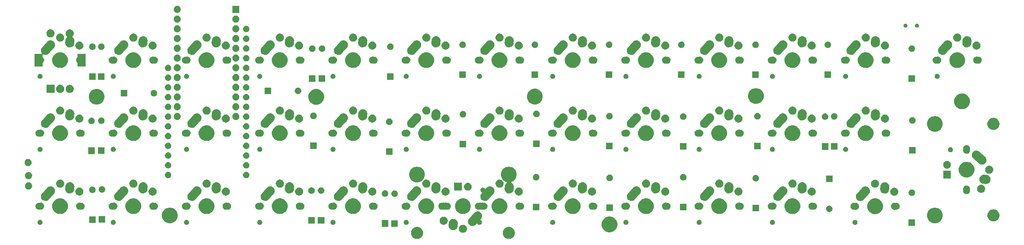
<source format=gts>
G04 #@! TF.GenerationSoftware,KiCad,Pcbnew,(5.1.5)-3*
G04 #@! TF.CreationDate,2020-01-08T01:13:46+02:00*
G04 #@! TF.ProjectId,PRKL30,50524b4c-3330-42e6-9b69-6361645f7063,rev?*
G04 #@! TF.SameCoordinates,Original*
G04 #@! TF.FileFunction,Soldermask,Top*
G04 #@! TF.FilePolarity,Negative*
%FSLAX46Y46*%
G04 Gerber Fmt 4.6, Leading zero omitted, Abs format (unit mm)*
G04 Created by KiCad (PCBNEW (5.1.5)-3) date 2020-01-08 01:13:46*
%MOMM*%
%LPD*%
G04 APERTURE LIST*
%ADD10C,0.100000*%
G04 APERTURE END LIST*
D10*
G36*
X178846601Y-110198024D02*
G01*
X179085411Y-110245526D01*
X179152907Y-110273484D01*
X179372041Y-110364252D01*
X179436663Y-110407431D01*
X179630004Y-110536617D01*
X179849383Y-110755996D01*
X179910481Y-110847436D01*
X180021748Y-111013959D01*
X180140474Y-111300590D01*
X180201000Y-111604875D01*
X180201000Y-111915125D01*
X180140474Y-112219410D01*
X180021748Y-112506041D01*
X180021747Y-112506042D01*
X179849383Y-112764004D01*
X179630004Y-112983383D01*
X179457639Y-113098553D01*
X179372041Y-113155748D01*
X179204137Y-113225296D01*
X179085411Y-113274474D01*
X178933267Y-113304737D01*
X178781125Y-113335000D01*
X178470875Y-113335000D01*
X178318733Y-113304737D01*
X178166589Y-113274474D01*
X178047863Y-113225296D01*
X177879959Y-113155748D01*
X177794361Y-113098553D01*
X177621996Y-112983383D01*
X177402617Y-112764004D01*
X177230253Y-112506042D01*
X177230252Y-112506041D01*
X177111526Y-112219410D01*
X177051000Y-111915125D01*
X177051000Y-111604875D01*
X177111526Y-111300590D01*
X177230252Y-111013959D01*
X177341519Y-110847436D01*
X177402617Y-110755996D01*
X177621996Y-110536617D01*
X177815337Y-110407431D01*
X177879959Y-110364252D01*
X178099093Y-110273484D01*
X178166589Y-110245526D01*
X178405399Y-110198024D01*
X178470875Y-110185000D01*
X178781125Y-110185000D01*
X178846601Y-110198024D01*
G37*
G36*
X154970601Y-110198024D02*
G01*
X155209411Y-110245526D01*
X155276907Y-110273484D01*
X155496041Y-110364252D01*
X155560663Y-110407431D01*
X155754004Y-110536617D01*
X155973383Y-110755996D01*
X156034481Y-110847436D01*
X156145748Y-111013959D01*
X156264474Y-111300590D01*
X156325000Y-111604875D01*
X156325000Y-111915125D01*
X156264474Y-112219410D01*
X156145748Y-112506041D01*
X156145747Y-112506042D01*
X155973383Y-112764004D01*
X155754004Y-112983383D01*
X155581639Y-113098553D01*
X155496041Y-113155748D01*
X155328137Y-113225296D01*
X155209411Y-113274474D01*
X155057267Y-113304737D01*
X154905125Y-113335000D01*
X154594875Y-113335000D01*
X154442733Y-113304737D01*
X154290589Y-113274474D01*
X154171863Y-113225296D01*
X154003959Y-113155748D01*
X153918361Y-113098553D01*
X153745996Y-112983383D01*
X153526617Y-112764004D01*
X153354253Y-112506042D01*
X153354252Y-112506041D01*
X153235526Y-112219410D01*
X153175000Y-111915125D01*
X153175000Y-111604875D01*
X153235526Y-111300590D01*
X153354252Y-111013959D01*
X153465519Y-110847436D01*
X153526617Y-110755996D01*
X153745996Y-110536617D01*
X153939337Y-110407431D01*
X154003959Y-110364252D01*
X154223093Y-110273484D01*
X154290589Y-110245526D01*
X154529399Y-110198024D01*
X154594875Y-110185000D01*
X154905125Y-110185000D01*
X154970601Y-110198024D01*
G37*
G36*
X166994564Y-109664389D02*
G01*
X167185833Y-109743615D01*
X167185835Y-109743616D01*
X167357973Y-109858635D01*
X167504365Y-110005027D01*
X167610495Y-110163861D01*
X167619385Y-110177167D01*
X167698611Y-110368436D01*
X167739000Y-110571484D01*
X167739000Y-110778516D01*
X167698611Y-110981564D01*
X167635836Y-111133116D01*
X167619384Y-111172835D01*
X167504365Y-111344973D01*
X167357973Y-111491365D01*
X167185835Y-111606384D01*
X167185834Y-111606385D01*
X167185833Y-111606385D01*
X166994564Y-111685611D01*
X166791516Y-111726000D01*
X166584484Y-111726000D01*
X166381436Y-111685611D01*
X166190167Y-111606385D01*
X166190166Y-111606385D01*
X166190165Y-111606384D01*
X166018027Y-111491365D01*
X165871635Y-111344973D01*
X165756616Y-111172835D01*
X165740164Y-111133116D01*
X165677389Y-110981564D01*
X165637000Y-110778516D01*
X165637000Y-110571484D01*
X165677389Y-110368436D01*
X165756615Y-110177167D01*
X165765506Y-110163861D01*
X165871635Y-110005027D01*
X166018027Y-109858635D01*
X166190165Y-109743616D01*
X166190167Y-109743615D01*
X166381436Y-109664389D01*
X166584484Y-109624000D01*
X166791516Y-109624000D01*
X166994564Y-109664389D01*
G37*
G36*
X205408254Y-107567818D02*
G01*
X205745505Y-107707512D01*
X205781513Y-107722427D01*
X206117436Y-107946884D01*
X206403116Y-108232564D01*
X206617347Y-108553182D01*
X206627574Y-108568489D01*
X206782182Y-108941746D01*
X206861000Y-109337993D01*
X206861000Y-109742007D01*
X206782182Y-110138254D01*
X206640241Y-110480929D01*
X206627573Y-110511513D01*
X206403116Y-110847436D01*
X206117436Y-111133116D01*
X205781513Y-111357573D01*
X205781512Y-111357574D01*
X205781511Y-111357574D01*
X205408254Y-111512182D01*
X205012007Y-111591000D01*
X204607993Y-111591000D01*
X204211746Y-111512182D01*
X203838489Y-111357574D01*
X203838488Y-111357574D01*
X203838487Y-111357573D01*
X203502564Y-111133116D01*
X203216884Y-110847436D01*
X202992427Y-110511513D01*
X202979759Y-110480929D01*
X202837818Y-110138254D01*
X202759000Y-109742007D01*
X202759000Y-109337993D01*
X202837818Y-108941746D01*
X202992426Y-108568489D01*
X203002654Y-108553182D01*
X203216884Y-108232564D01*
X203502564Y-107946884D01*
X203838487Y-107722427D01*
X203874495Y-107707512D01*
X204211746Y-107567818D01*
X204607993Y-107489000D01*
X205012007Y-107489000D01*
X205408254Y-107567818D01*
G37*
G36*
X164496829Y-108134380D02*
G01*
X164496831Y-108134381D01*
X164496833Y-108134381D01*
X164594711Y-108171513D01*
X164713419Y-108216547D01*
X164909818Y-108339389D01*
X165078477Y-108498186D01*
X165212915Y-108686836D01*
X165307967Y-108898089D01*
X165307968Y-108898093D01*
X165359980Y-109123825D01*
X165361436Y-109172181D01*
X165365206Y-109297348D01*
X165324288Y-109897554D01*
X165324000Y-109906032D01*
X165324000Y-109970826D01*
X165308167Y-110050423D01*
X165307515Y-110053982D01*
X165289078Y-110163861D01*
X165289077Y-110163865D01*
X165285466Y-110173383D01*
X165279743Y-110193323D01*
X165278807Y-110198027D01*
X165247511Y-110273583D01*
X165246183Y-110276931D01*
X165206911Y-110380451D01*
X165201571Y-110388988D01*
X165192074Y-110407419D01*
X165190158Y-110412045D01*
X165190156Y-110412048D01*
X165144131Y-110480929D01*
X165142118Y-110484041D01*
X165084069Y-110576850D01*
X165077316Y-110584023D01*
X165064407Y-110600245D01*
X165061461Y-110604654D01*
X165001704Y-110664411D01*
X164999115Y-110667080D01*
X164925272Y-110745509D01*
X164917519Y-110751034D01*
X164901674Y-110764441D01*
X164897654Y-110768461D01*
X164851175Y-110799516D01*
X164825637Y-110816580D01*
X164822604Y-110818674D01*
X164736623Y-110879947D01*
X164728292Y-110883696D01*
X164710145Y-110893750D01*
X164705047Y-110897157D01*
X164705046Y-110897158D01*
X164705045Y-110897158D01*
X164622698Y-110931267D01*
X164619366Y-110932706D01*
X164525370Y-110974999D01*
X164516916Y-110976947D01*
X164497162Y-110983266D01*
X164491027Y-110985807D01*
X164400967Y-111003721D01*
X164397287Y-111004511D01*
X164299633Y-111027011D01*
X164291478Y-111027257D01*
X164270856Y-111029602D01*
X164263826Y-111031000D01*
X164169060Y-111031000D01*
X164165303Y-111031057D01*
X164068087Y-111033985D01*
X164060559Y-111032722D01*
X164039888Y-111031000D01*
X164032174Y-111031000D01*
X163936267Y-111011923D01*
X163932669Y-111011263D01*
X163839629Y-110995652D01*
X163833007Y-110993140D01*
X163813064Y-110987416D01*
X163804973Y-110985807D01*
X163711889Y-110947250D01*
X163708522Y-110945914D01*
X163623039Y-110913485D01*
X163623034Y-110913483D01*
X163617485Y-110910012D01*
X163599044Y-110900509D01*
X163590955Y-110897158D01*
X163504869Y-110839637D01*
X163501800Y-110837654D01*
X163426640Y-110790643D01*
X163422230Y-110786491D01*
X163406001Y-110773576D01*
X163398346Y-110768461D01*
X163323416Y-110693531D01*
X163320743Y-110690938D01*
X163257981Y-110631846D01*
X163254727Y-110627280D01*
X163241321Y-110611436D01*
X163234539Y-110604654D01*
X163174504Y-110514805D01*
X163172366Y-110511707D01*
X163123543Y-110443197D01*
X163121393Y-110438418D01*
X163111343Y-110420278D01*
X163105842Y-110412045D01*
X163063846Y-110310657D01*
X163062362Y-110307222D01*
X163048757Y-110276984D01*
X163028491Y-110231944D01*
X163027379Y-110227118D01*
X163021058Y-110207357D01*
X163017193Y-110198026D01*
X162995561Y-110089275D01*
X162994775Y-110085614D01*
X162976478Y-110006206D01*
X162976335Y-110001454D01*
X162973991Y-109980835D01*
X162972000Y-109970825D01*
X162972000Y-109859359D01*
X162971944Y-109855653D01*
X162971252Y-109832685D01*
X162971712Y-109825934D01*
X162972000Y-109817468D01*
X162972000Y-109739172D01*
X162978995Y-109704004D01*
X162981107Y-109688131D01*
X163018653Y-109137379D01*
X163047380Y-108966171D01*
X163129546Y-108749581D01*
X163252389Y-108553182D01*
X163411186Y-108384523D01*
X163599835Y-108250085D01*
X163811088Y-108155033D01*
X164036825Y-108103020D01*
X164159787Y-108099317D01*
X164268371Y-108096047D01*
X164496829Y-108134380D01*
G37*
G36*
X149781000Y-110151000D02*
G01*
X148079000Y-110151000D01*
X148079000Y-108449000D01*
X149781000Y-108449000D01*
X149781000Y-110151000D01*
G37*
G36*
X147271000Y-110131000D02*
G01*
X145569000Y-110131000D01*
X145569000Y-108429000D01*
X147271000Y-108429000D01*
X147271000Y-110131000D01*
G37*
G36*
X170665522Y-106145245D02*
G01*
X170890511Y-106200404D01*
X171068073Y-106283297D01*
X171100420Y-106298398D01*
X171188958Y-106363377D01*
X171287171Y-106435455D01*
X171443597Y-106606315D01*
X171563686Y-106804409D01*
X171642821Y-107022125D01*
X171642821Y-107022126D01*
X171677960Y-107251092D01*
X171677960Y-107251096D01*
X171667755Y-107482522D01*
X171612596Y-107707512D01*
X171547268Y-107847449D01*
X171514604Y-107917418D01*
X171480969Y-107963247D01*
X171411891Y-108057372D01*
X171411885Y-108057379D01*
X171411884Y-108057380D01*
X171275249Y-108209662D01*
X171260751Y-108229416D01*
X171250385Y-108251620D01*
X171244550Y-108275419D01*
X171243471Y-108299900D01*
X171247188Y-108324120D01*
X171255559Y-108347150D01*
X171268262Y-108368105D01*
X171284809Y-108386178D01*
X171298841Y-108397073D01*
X171406987Y-108469334D01*
X171497665Y-108560012D01*
X171568910Y-108666638D01*
X171617983Y-108785110D01*
X171643000Y-108910881D01*
X171643000Y-109039119D01*
X171634192Y-109083401D01*
X171617983Y-109164890D01*
X171568909Y-109283364D01*
X171497665Y-109389988D01*
X171406988Y-109480665D01*
X171300364Y-109551909D01*
X171300363Y-109551910D01*
X171300362Y-109551910D01*
X171181890Y-109600983D01*
X171056119Y-109626000D01*
X170927881Y-109626000D01*
X170802110Y-109600983D01*
X170683638Y-109551910D01*
X170683637Y-109551910D01*
X170683636Y-109551909D01*
X170577012Y-109480665D01*
X170486335Y-109389988D01*
X170460481Y-109351295D01*
X170444936Y-109332353D01*
X170425994Y-109316808D01*
X170404383Y-109305257D01*
X170380934Y-109298144D01*
X170356548Y-109295742D01*
X170332162Y-109298144D01*
X170308713Y-109305257D01*
X170287102Y-109316808D01*
X170263512Y-109337262D01*
X170193772Y-109414988D01*
X170125164Y-109491452D01*
X170114273Y-109505479D01*
X170101459Y-109524656D01*
X170044599Y-109581516D01*
X170039952Y-109586423D01*
X170024739Y-109603378D01*
X170003056Y-109623230D01*
X169999117Y-109626998D01*
X169937655Y-109688460D01*
X169923931Y-109697630D01*
X169908976Y-109709362D01*
X169896695Y-109720605D01*
X169821918Y-109765937D01*
X169817350Y-109768845D01*
X169745045Y-109817158D01*
X169729776Y-109823483D01*
X169712851Y-109832055D01*
X169698601Y-109840694D01*
X169616434Y-109870559D01*
X169611392Y-109872519D01*
X169531027Y-109905807D01*
X169514822Y-109909030D01*
X169496527Y-109914142D01*
X169480885Y-109919828D01*
X169394547Y-109933078D01*
X169389130Y-109934032D01*
X169303827Y-109951000D01*
X169287305Y-109951000D01*
X169268343Y-109952447D01*
X169251918Y-109954968D01*
X169251914Y-109954968D01*
X169164654Y-109951120D01*
X169159186Y-109951000D01*
X169072173Y-109951000D01*
X169055955Y-109947774D01*
X169037095Y-109945495D01*
X169020489Y-109944763D01*
X168935679Y-109923971D01*
X168930386Y-109922797D01*
X168861171Y-109909029D01*
X168844972Y-109905807D01*
X168829679Y-109899472D01*
X168811620Y-109893556D01*
X168795499Y-109889604D01*
X168716440Y-109852696D01*
X168711469Y-109850508D01*
X168630955Y-109817158D01*
X168617171Y-109807948D01*
X168600615Y-109798625D01*
X168585594Y-109791612D01*
X168515331Y-109740046D01*
X168510832Y-109736894D01*
X168438346Y-109688461D01*
X168426616Y-109676731D01*
X168412185Y-109664347D01*
X168398843Y-109654555D01*
X168398840Y-109654553D01*
X168340021Y-109590307D01*
X168336236Y-109586351D01*
X168274541Y-109524656D01*
X168265314Y-109510847D01*
X168253586Y-109495897D01*
X168242413Y-109483693D01*
X168197273Y-109409232D01*
X168194359Y-109404656D01*
X168145842Y-109332045D01*
X168139478Y-109316682D01*
X168130900Y-109299745D01*
X168122324Y-109285599D01*
X168092591Y-109203797D01*
X168090637Y-109198767D01*
X168057193Y-109118027D01*
X168053947Y-109101709D01*
X168048833Y-109083408D01*
X168043190Y-109067883D01*
X168030003Y-108981957D01*
X168029048Y-108976533D01*
X168012000Y-108890827D01*
X168012000Y-108874186D01*
X168010553Y-108855224D01*
X168008050Y-108838916D01*
X168009320Y-108810110D01*
X168011880Y-108752060D01*
X168012000Y-108746592D01*
X168012000Y-108659173D01*
X168015249Y-108642839D01*
X168017528Y-108623980D01*
X168018255Y-108607487D01*
X168038956Y-108523050D01*
X168040131Y-108517752D01*
X168042183Y-108507436D01*
X168057193Y-108431973D01*
X168063576Y-108416564D01*
X168069487Y-108398516D01*
X168073414Y-108382497D01*
X168110173Y-108303757D01*
X168112354Y-108298801D01*
X168145842Y-108217955D01*
X168155106Y-108204091D01*
X168164434Y-108187527D01*
X168171405Y-108172594D01*
X168172198Y-108171513D01*
X168222801Y-108102563D01*
X168225940Y-108098080D01*
X168274539Y-108025346D01*
X168331728Y-107968157D01*
X168336378Y-107963247D01*
X169661261Y-106486640D01*
X169661267Y-106486635D01*
X169661271Y-106486630D01*
X169789314Y-106369403D01*
X169987408Y-106249314D01*
X170205124Y-106170179D01*
X170281448Y-106158466D01*
X170434091Y-106135040D01*
X170434095Y-106135040D01*
X170665522Y-106145245D01*
G37*
G36*
X284315000Y-109907000D02*
G01*
X282613000Y-109907000D01*
X282613000Y-108205000D01*
X284315000Y-108205000D01*
X284315000Y-109907000D01*
G37*
G36*
X268869890Y-108374017D02*
G01*
X268895254Y-108384523D01*
X268988364Y-108423091D01*
X269094988Y-108494335D01*
X269185665Y-108585012D01*
X269253702Y-108686836D01*
X269256910Y-108691638D01*
X269305983Y-108810110D01*
X269331000Y-108935881D01*
X269331000Y-109064119D01*
X269305983Y-109189890D01*
X269267265Y-109283364D01*
X269256909Y-109308364D01*
X269185665Y-109414988D01*
X269094988Y-109505665D01*
X268988364Y-109576909D01*
X268988363Y-109576910D01*
X268988362Y-109576910D01*
X268869890Y-109625983D01*
X268744119Y-109651000D01*
X268615881Y-109651000D01*
X268490110Y-109625983D01*
X268371638Y-109576910D01*
X268371637Y-109576910D01*
X268371636Y-109576909D01*
X268265012Y-109505665D01*
X268174335Y-109414988D01*
X268103091Y-109308364D01*
X268092736Y-109283364D01*
X268054017Y-109189890D01*
X268029000Y-109064119D01*
X268029000Y-108935881D01*
X268054017Y-108810110D01*
X268103090Y-108691638D01*
X268106299Y-108686836D01*
X268174335Y-108585012D01*
X268265012Y-108494335D01*
X268371636Y-108423091D01*
X268464747Y-108384523D01*
X268490110Y-108374017D01*
X268615881Y-108349000D01*
X268744119Y-108349000D01*
X268869890Y-108374017D01*
G37*
G36*
X114031890Y-108349017D02*
G01*
X114147907Y-108397073D01*
X114150364Y-108398091D01*
X114256987Y-108469334D01*
X114347665Y-108560012D01*
X114418910Y-108666638D01*
X114467983Y-108785110D01*
X114493000Y-108910881D01*
X114493000Y-109039119D01*
X114484192Y-109083401D01*
X114467983Y-109164890D01*
X114418909Y-109283364D01*
X114347665Y-109389988D01*
X114256988Y-109480665D01*
X114150364Y-109551909D01*
X114150363Y-109551910D01*
X114150362Y-109551910D01*
X114031890Y-109600983D01*
X113906119Y-109626000D01*
X113777881Y-109626000D01*
X113652110Y-109600983D01*
X113533638Y-109551910D01*
X113533637Y-109551910D01*
X113533636Y-109551909D01*
X113427012Y-109480665D01*
X113336335Y-109389988D01*
X113265091Y-109283364D01*
X113216017Y-109164890D01*
X113199808Y-109083401D01*
X113191000Y-109039119D01*
X113191000Y-108910881D01*
X113216017Y-108785110D01*
X113265090Y-108666638D01*
X113336335Y-108560012D01*
X113427013Y-108469334D01*
X113533636Y-108398091D01*
X113536094Y-108397073D01*
X113652110Y-108349017D01*
X113777881Y-108324000D01*
X113906119Y-108324000D01*
X114031890Y-108349017D01*
G37*
G36*
X75932390Y-108349017D02*
G01*
X76048407Y-108397073D01*
X76050864Y-108398091D01*
X76157487Y-108469334D01*
X76248165Y-108560012D01*
X76319410Y-108666638D01*
X76368483Y-108785110D01*
X76393500Y-108910881D01*
X76393500Y-109039119D01*
X76384692Y-109083401D01*
X76368483Y-109164890D01*
X76319409Y-109283364D01*
X76248165Y-109389988D01*
X76157488Y-109480665D01*
X76050864Y-109551909D01*
X76050863Y-109551910D01*
X76050862Y-109551910D01*
X75932390Y-109600983D01*
X75806619Y-109626000D01*
X75678381Y-109626000D01*
X75552610Y-109600983D01*
X75434138Y-109551910D01*
X75434137Y-109551910D01*
X75434136Y-109551909D01*
X75327512Y-109480665D01*
X75236835Y-109389988D01*
X75165591Y-109283364D01*
X75116517Y-109164890D01*
X75100308Y-109083401D01*
X75091500Y-109039119D01*
X75091500Y-108910881D01*
X75116517Y-108785110D01*
X75165590Y-108666638D01*
X75236835Y-108560012D01*
X75327513Y-108469334D01*
X75434136Y-108398091D01*
X75436594Y-108397073D01*
X75552610Y-108349017D01*
X75678381Y-108324000D01*
X75806619Y-108324000D01*
X75932390Y-108349017D01*
G37*
G36*
X56882390Y-108349017D02*
G01*
X56998407Y-108397073D01*
X57000864Y-108398091D01*
X57107487Y-108469334D01*
X57198165Y-108560012D01*
X57269410Y-108666638D01*
X57318483Y-108785110D01*
X57343500Y-108910881D01*
X57343500Y-109039119D01*
X57334692Y-109083401D01*
X57318483Y-109164890D01*
X57269409Y-109283364D01*
X57198165Y-109389988D01*
X57107488Y-109480665D01*
X57000864Y-109551909D01*
X57000863Y-109551910D01*
X57000862Y-109551910D01*
X56882390Y-109600983D01*
X56756619Y-109626000D01*
X56628381Y-109626000D01*
X56502610Y-109600983D01*
X56384138Y-109551910D01*
X56384137Y-109551910D01*
X56384136Y-109551909D01*
X56277512Y-109480665D01*
X56186835Y-109389988D01*
X56115591Y-109283364D01*
X56066517Y-109164890D01*
X56050308Y-109083401D01*
X56041500Y-109039119D01*
X56041500Y-108910881D01*
X56066517Y-108785110D01*
X56115590Y-108666638D01*
X56186835Y-108560012D01*
X56277513Y-108469334D01*
X56384136Y-108398091D01*
X56386594Y-108397073D01*
X56502610Y-108349017D01*
X56628381Y-108324000D01*
X56756619Y-108324000D01*
X56882390Y-108349017D01*
G37*
G36*
X228331890Y-108349017D02*
G01*
X228447907Y-108397073D01*
X228450364Y-108398091D01*
X228556987Y-108469334D01*
X228647665Y-108560012D01*
X228718910Y-108666638D01*
X228767983Y-108785110D01*
X228793000Y-108910881D01*
X228793000Y-109039119D01*
X228784192Y-109083401D01*
X228767983Y-109164890D01*
X228718909Y-109283364D01*
X228647665Y-109389988D01*
X228556988Y-109480665D01*
X228450364Y-109551909D01*
X228450363Y-109551910D01*
X228450362Y-109551910D01*
X228331890Y-109600983D01*
X228206119Y-109626000D01*
X228077881Y-109626000D01*
X227952110Y-109600983D01*
X227833638Y-109551910D01*
X227833637Y-109551910D01*
X227833636Y-109551909D01*
X227727012Y-109480665D01*
X227636335Y-109389988D01*
X227565091Y-109283364D01*
X227516017Y-109164890D01*
X227499808Y-109083401D01*
X227491000Y-109039119D01*
X227491000Y-108910881D01*
X227516017Y-108785110D01*
X227565090Y-108666638D01*
X227636335Y-108560012D01*
X227727013Y-108469334D01*
X227833636Y-108398091D01*
X227836094Y-108397073D01*
X227952110Y-108349017D01*
X228077881Y-108324000D01*
X228206119Y-108324000D01*
X228331890Y-108349017D01*
G37*
G36*
X133081890Y-108349017D02*
G01*
X133197907Y-108397073D01*
X133200364Y-108398091D01*
X133306987Y-108469334D01*
X133397665Y-108560012D01*
X133468910Y-108666638D01*
X133517983Y-108785110D01*
X133543000Y-108910881D01*
X133543000Y-109039119D01*
X133534192Y-109083401D01*
X133517983Y-109164890D01*
X133468909Y-109283364D01*
X133397665Y-109389988D01*
X133306988Y-109480665D01*
X133200364Y-109551909D01*
X133200363Y-109551910D01*
X133200362Y-109551910D01*
X133081890Y-109600983D01*
X132956119Y-109626000D01*
X132827881Y-109626000D01*
X132702110Y-109600983D01*
X132583638Y-109551910D01*
X132583637Y-109551910D01*
X132583636Y-109551909D01*
X132477012Y-109480665D01*
X132386335Y-109389988D01*
X132315091Y-109283364D01*
X132266017Y-109164890D01*
X132249808Y-109083401D01*
X132241000Y-109039119D01*
X132241000Y-108910881D01*
X132266017Y-108785110D01*
X132315090Y-108666638D01*
X132386335Y-108560012D01*
X132477013Y-108469334D01*
X132583636Y-108398091D01*
X132586094Y-108397073D01*
X132702110Y-108349017D01*
X132827881Y-108324000D01*
X132956119Y-108324000D01*
X133081890Y-108349017D01*
G37*
G36*
X152131890Y-108349017D02*
G01*
X152247907Y-108397073D01*
X152250364Y-108398091D01*
X152356987Y-108469334D01*
X152447665Y-108560012D01*
X152518910Y-108666638D01*
X152567983Y-108785110D01*
X152593000Y-108910881D01*
X152593000Y-109039119D01*
X152584192Y-109083401D01*
X152567983Y-109164890D01*
X152518909Y-109283364D01*
X152447665Y-109389988D01*
X152356988Y-109480665D01*
X152250364Y-109551909D01*
X152250363Y-109551910D01*
X152250362Y-109551910D01*
X152131890Y-109600983D01*
X152006119Y-109626000D01*
X151877881Y-109626000D01*
X151752110Y-109600983D01*
X151633638Y-109551910D01*
X151633637Y-109551910D01*
X151633636Y-109551909D01*
X151527012Y-109480665D01*
X151436335Y-109389988D01*
X151365091Y-109283364D01*
X151316017Y-109164890D01*
X151299808Y-109083401D01*
X151291000Y-109039119D01*
X151291000Y-108910881D01*
X151316017Y-108785110D01*
X151365090Y-108666638D01*
X151436335Y-108560012D01*
X151527013Y-108469334D01*
X151633636Y-108398091D01*
X151636094Y-108397073D01*
X151752110Y-108349017D01*
X151877881Y-108324000D01*
X152006119Y-108324000D01*
X152131890Y-108349017D01*
G37*
G36*
X94981890Y-108349017D02*
G01*
X95097907Y-108397073D01*
X95100364Y-108398091D01*
X95206987Y-108469334D01*
X95297665Y-108560012D01*
X95368910Y-108666638D01*
X95417983Y-108785110D01*
X95443000Y-108910881D01*
X95443000Y-109039119D01*
X95434192Y-109083401D01*
X95417983Y-109164890D01*
X95368909Y-109283364D01*
X95297665Y-109389988D01*
X95206988Y-109480665D01*
X95100364Y-109551909D01*
X95100363Y-109551910D01*
X95100362Y-109551910D01*
X94981890Y-109600983D01*
X94856119Y-109626000D01*
X94727881Y-109626000D01*
X94602110Y-109600983D01*
X94483638Y-109551910D01*
X94483637Y-109551910D01*
X94483636Y-109551909D01*
X94377012Y-109480665D01*
X94286335Y-109389988D01*
X94215091Y-109283364D01*
X94166017Y-109164890D01*
X94149808Y-109083401D01*
X94141000Y-109039119D01*
X94141000Y-108910881D01*
X94166017Y-108785110D01*
X94215090Y-108666638D01*
X94286335Y-108560012D01*
X94377013Y-108469334D01*
X94483636Y-108398091D01*
X94486094Y-108397073D01*
X94602110Y-108349017D01*
X94727881Y-108324000D01*
X94856119Y-108324000D01*
X94981890Y-108349017D01*
G37*
G36*
X190231890Y-108349017D02*
G01*
X190347907Y-108397073D01*
X190350364Y-108398091D01*
X190456987Y-108469334D01*
X190547665Y-108560012D01*
X190618910Y-108666638D01*
X190667983Y-108785110D01*
X190693000Y-108910881D01*
X190693000Y-109039119D01*
X190684192Y-109083401D01*
X190667983Y-109164890D01*
X190618909Y-109283364D01*
X190547665Y-109389988D01*
X190456988Y-109480665D01*
X190350364Y-109551909D01*
X190350363Y-109551910D01*
X190350362Y-109551910D01*
X190231890Y-109600983D01*
X190106119Y-109626000D01*
X189977881Y-109626000D01*
X189852110Y-109600983D01*
X189733638Y-109551910D01*
X189733637Y-109551910D01*
X189733636Y-109551909D01*
X189627012Y-109480665D01*
X189536335Y-109389988D01*
X189465091Y-109283364D01*
X189416017Y-109164890D01*
X189399808Y-109083401D01*
X189391000Y-109039119D01*
X189391000Y-108910881D01*
X189416017Y-108785110D01*
X189465090Y-108666638D01*
X189536335Y-108560012D01*
X189627013Y-108469334D01*
X189733636Y-108398091D01*
X189736094Y-108397073D01*
X189852110Y-108349017D01*
X189977881Y-108324000D01*
X190106119Y-108324000D01*
X190231890Y-108349017D01*
G37*
G36*
X209281890Y-108349017D02*
G01*
X209397907Y-108397073D01*
X209400364Y-108398091D01*
X209506987Y-108469334D01*
X209597665Y-108560012D01*
X209668910Y-108666638D01*
X209717983Y-108785110D01*
X209743000Y-108910881D01*
X209743000Y-109039119D01*
X209734192Y-109083401D01*
X209717983Y-109164890D01*
X209668909Y-109283364D01*
X209597665Y-109389988D01*
X209506988Y-109480665D01*
X209400364Y-109551909D01*
X209400363Y-109551910D01*
X209400362Y-109551910D01*
X209281890Y-109600983D01*
X209156119Y-109626000D01*
X209027881Y-109626000D01*
X208902110Y-109600983D01*
X208783638Y-109551910D01*
X208783637Y-109551910D01*
X208783636Y-109551909D01*
X208677012Y-109480665D01*
X208586335Y-109389988D01*
X208515091Y-109283364D01*
X208466017Y-109164890D01*
X208449808Y-109083401D01*
X208441000Y-109039119D01*
X208441000Y-108910881D01*
X208466017Y-108785110D01*
X208515090Y-108666638D01*
X208586335Y-108560012D01*
X208677013Y-108469334D01*
X208783636Y-108398091D01*
X208786094Y-108397073D01*
X208902110Y-108349017D01*
X209027881Y-108324000D01*
X209156119Y-108324000D01*
X209281890Y-108349017D01*
G37*
G36*
X247381890Y-108349017D02*
G01*
X247497907Y-108397073D01*
X247500364Y-108398091D01*
X247606987Y-108469334D01*
X247697665Y-108560012D01*
X247768910Y-108666638D01*
X247817983Y-108785110D01*
X247843000Y-108910881D01*
X247843000Y-109039119D01*
X247834192Y-109083401D01*
X247817983Y-109164890D01*
X247768909Y-109283364D01*
X247697665Y-109389988D01*
X247606988Y-109480665D01*
X247500364Y-109551909D01*
X247500363Y-109551910D01*
X247500362Y-109551910D01*
X247381890Y-109600983D01*
X247256119Y-109626000D01*
X247127881Y-109626000D01*
X247002110Y-109600983D01*
X246883638Y-109551910D01*
X246883637Y-109551910D01*
X246883636Y-109551909D01*
X246777012Y-109480665D01*
X246686335Y-109389988D01*
X246615091Y-109283364D01*
X246566017Y-109164890D01*
X246549808Y-109083401D01*
X246541000Y-109039119D01*
X246541000Y-108910881D01*
X246566017Y-108785110D01*
X246615090Y-108666638D01*
X246686335Y-108560012D01*
X246777013Y-108469334D01*
X246883636Y-108398091D01*
X246886094Y-108397073D01*
X247002110Y-108349017D01*
X247127881Y-108324000D01*
X247256119Y-108324000D01*
X247381890Y-108349017D01*
G37*
G36*
X161994564Y-107564389D02*
G01*
X162185833Y-107643615D01*
X162185835Y-107643616D01*
X162357973Y-107758635D01*
X162504365Y-107905027D01*
X162606159Y-108057372D01*
X162619385Y-108077167D01*
X162698611Y-108268436D01*
X162739000Y-108471484D01*
X162739000Y-108678516D01*
X162698611Y-108881564D01*
X162622995Y-109064118D01*
X162619384Y-109072835D01*
X162504365Y-109244973D01*
X162357973Y-109391365D01*
X162185835Y-109506384D01*
X162185834Y-109506385D01*
X162185833Y-109506385D01*
X161994564Y-109585611D01*
X161791516Y-109626000D01*
X161584484Y-109626000D01*
X161381436Y-109585611D01*
X161190167Y-109506385D01*
X161190166Y-109506385D01*
X161190165Y-109506384D01*
X161018027Y-109391365D01*
X160871635Y-109244973D01*
X160756616Y-109072835D01*
X160753005Y-109064118D01*
X160677389Y-108881564D01*
X160637000Y-108678516D01*
X160637000Y-108471484D01*
X160677389Y-108268436D01*
X160756615Y-108077167D01*
X160769842Y-108057372D01*
X160871635Y-107905027D01*
X161018027Y-107758635D01*
X161190165Y-107643616D01*
X161190167Y-107643615D01*
X161381436Y-107564389D01*
X161584484Y-107524000D01*
X161791516Y-107524000D01*
X161994564Y-107564389D01*
G37*
G36*
X128151000Y-109351000D02*
G01*
X126449000Y-109351000D01*
X126449000Y-107649000D01*
X128151000Y-107649000D01*
X128151000Y-109351000D01*
G37*
G36*
X130651000Y-109351000D02*
G01*
X128949000Y-109351000D01*
X128949000Y-107649000D01*
X130651000Y-107649000D01*
X130651000Y-109351000D01*
G37*
G36*
X91048254Y-105227818D02*
G01*
X91418515Y-105381185D01*
X91421513Y-105382427D01*
X91757436Y-105606884D01*
X92043116Y-105892564D01*
X92261487Y-106219378D01*
X92267574Y-106228489D01*
X92422182Y-106601746D01*
X92501000Y-106997993D01*
X92501000Y-107402007D01*
X92422182Y-107798254D01*
X92298832Y-108096047D01*
X92267573Y-108171513D01*
X92043116Y-108507436D01*
X91757436Y-108793116D01*
X91421513Y-109017573D01*
X91421512Y-109017574D01*
X91421511Y-109017574D01*
X91048254Y-109172182D01*
X90652007Y-109251000D01*
X90247993Y-109251000D01*
X89851746Y-109172182D01*
X89478489Y-109017574D01*
X89478488Y-109017574D01*
X89478487Y-109017573D01*
X89142564Y-108793116D01*
X88856884Y-108507436D01*
X88632427Y-108171513D01*
X88601168Y-108096047D01*
X88477818Y-107798254D01*
X88399000Y-107402007D01*
X88399000Y-106997993D01*
X88477818Y-106601746D01*
X88632426Y-106228489D01*
X88638514Y-106219378D01*
X88856884Y-105892564D01*
X89142564Y-105606884D01*
X89478487Y-105382427D01*
X89481485Y-105381185D01*
X89851746Y-105227818D01*
X90247993Y-105149000D01*
X90652007Y-105149000D01*
X91048254Y-105227818D01*
G37*
G36*
X290041474Y-105221684D02*
G01*
X290259474Y-105311983D01*
X290413623Y-105375833D01*
X290748548Y-105599623D01*
X291033377Y-105884452D01*
X291257167Y-106219377D01*
X291321017Y-106373526D01*
X291411316Y-106591526D01*
X291489900Y-106986594D01*
X291489900Y-107389406D01*
X291411316Y-107784474D01*
X291349363Y-107934041D01*
X291257167Y-108156623D01*
X291033377Y-108491548D01*
X290748548Y-108776377D01*
X290413623Y-109000167D01*
X290259474Y-109064017D01*
X290041474Y-109154316D01*
X289646406Y-109232900D01*
X289243594Y-109232900D01*
X288848526Y-109154316D01*
X288630526Y-109064017D01*
X288476377Y-109000167D01*
X288141452Y-108776377D01*
X287856623Y-108491548D01*
X287632833Y-108156623D01*
X287540637Y-107934041D01*
X287478684Y-107784474D01*
X287400100Y-107389406D01*
X287400100Y-106986594D01*
X287478684Y-106591526D01*
X287568983Y-106373526D01*
X287632833Y-106219377D01*
X287856623Y-105884452D01*
X288141452Y-105599623D01*
X288476377Y-105375833D01*
X288630526Y-105311983D01*
X288848526Y-105221684D01*
X289243594Y-105143100D01*
X289646406Y-105143100D01*
X290041474Y-105221684D01*
G37*
G36*
X71151000Y-109151000D02*
G01*
X69449000Y-109151000D01*
X69449000Y-107449000D01*
X71151000Y-107449000D01*
X71151000Y-109151000D01*
G37*
G36*
X73651000Y-109051000D02*
G01*
X71949000Y-109051000D01*
X71949000Y-107349000D01*
X73651000Y-107349000D01*
X73651000Y-109051000D01*
G37*
G36*
X304982776Y-105641375D02*
G01*
X305144411Y-105673526D01*
X305240262Y-105713229D01*
X305431041Y-105792252D01*
X305431042Y-105792253D01*
X305689004Y-105964617D01*
X305908383Y-106183996D01*
X305996585Y-106316000D01*
X306080748Y-106441959D01*
X306099251Y-106486630D01*
X306199474Y-106728589D01*
X306229737Y-106880733D01*
X306253062Y-106997993D01*
X306260000Y-107032876D01*
X306260000Y-107343124D01*
X306199474Y-107647411D01*
X306168401Y-107722427D01*
X306080748Y-107934041D01*
X306061233Y-107963247D01*
X305908383Y-108192004D01*
X305689004Y-108411383D01*
X305545250Y-108507436D01*
X305431041Y-108583748D01*
X305288382Y-108642839D01*
X305144411Y-108702474D01*
X305035221Y-108724193D01*
X304840125Y-108763000D01*
X304529875Y-108763000D01*
X304334779Y-108724193D01*
X304225589Y-108702474D01*
X304081618Y-108642839D01*
X303938959Y-108583748D01*
X303824750Y-108507436D01*
X303680996Y-108411383D01*
X303461617Y-108192004D01*
X303308767Y-107963247D01*
X303289252Y-107934041D01*
X303201599Y-107722427D01*
X303170526Y-107647411D01*
X303110000Y-107343124D01*
X303110000Y-107032876D01*
X303116939Y-106997993D01*
X303140263Y-106880733D01*
X303170526Y-106728589D01*
X303270749Y-106486630D01*
X303289252Y-106441959D01*
X303373415Y-106316000D01*
X303461617Y-106183996D01*
X303680996Y-105964617D01*
X303938958Y-105792253D01*
X303938959Y-105792252D01*
X304129738Y-105713229D01*
X304225589Y-105673526D01*
X304387224Y-105641375D01*
X304529875Y-105613000D01*
X304840125Y-105613000D01*
X304982776Y-105641375D01*
G37*
G36*
X274496474Y-102833684D02*
G01*
X274714474Y-102923983D01*
X274868623Y-102987833D01*
X275203548Y-103211623D01*
X275488377Y-103496452D01*
X275712167Y-103831377D01*
X275744562Y-103909586D01*
X275866316Y-104203526D01*
X275944900Y-104598594D01*
X275944900Y-105001406D01*
X275866316Y-105396474D01*
X275783831Y-105595611D01*
X275712167Y-105768623D01*
X275488377Y-106103548D01*
X275203548Y-106388377D01*
X274868623Y-106612167D01*
X274714474Y-106676017D01*
X274496474Y-106766316D01*
X274101406Y-106844900D01*
X273698594Y-106844900D01*
X273303526Y-106766316D01*
X273085526Y-106676017D01*
X272931377Y-106612167D01*
X272596452Y-106388377D01*
X272311623Y-106103548D01*
X272087833Y-105768623D01*
X272016169Y-105595611D01*
X271933684Y-105396474D01*
X271855100Y-105001406D01*
X271855100Y-104598594D01*
X271933684Y-104203526D01*
X272055438Y-103909586D01*
X272087833Y-103831377D01*
X272311623Y-103496452D01*
X272596452Y-103211623D01*
X272931377Y-102987833D01*
X273085526Y-102923983D01*
X273303526Y-102833684D01*
X273698594Y-102755100D01*
X274101406Y-102755100D01*
X274496474Y-102833684D01*
G37*
G36*
X214908474Y-102808684D02*
G01*
X215126474Y-102898983D01*
X215280623Y-102962833D01*
X215615548Y-103186623D01*
X215900377Y-103471452D01*
X216124167Y-103806377D01*
X216165235Y-103905525D01*
X216278316Y-104178526D01*
X216356900Y-104573594D01*
X216356900Y-104976406D01*
X216278316Y-105371474D01*
X216217096Y-105519271D01*
X216124167Y-105743623D01*
X215900377Y-106078548D01*
X215615548Y-106363377D01*
X215280623Y-106587167D01*
X215234395Y-106606315D01*
X214908474Y-106741316D01*
X214513406Y-106819900D01*
X214110594Y-106819900D01*
X213715526Y-106741316D01*
X213389605Y-106606315D01*
X213343377Y-106587167D01*
X213008452Y-106363377D01*
X212723623Y-106078548D01*
X212499833Y-105743623D01*
X212406904Y-105519271D01*
X212345684Y-105371474D01*
X212267100Y-104976406D01*
X212267100Y-104573594D01*
X212345684Y-104178526D01*
X212458765Y-103905525D01*
X212499833Y-103806377D01*
X212723623Y-103471452D01*
X213008452Y-103186623D01*
X213343377Y-102962833D01*
X213497526Y-102898983D01*
X213715526Y-102808684D01*
X214110594Y-102730100D01*
X214513406Y-102730100D01*
X214908474Y-102808684D01*
G37*
G36*
X81558974Y-102808684D02*
G01*
X81776974Y-102898983D01*
X81931123Y-102962833D01*
X82266048Y-103186623D01*
X82550877Y-103471452D01*
X82774667Y-103806377D01*
X82815735Y-103905525D01*
X82928816Y-104178526D01*
X83007400Y-104573594D01*
X83007400Y-104976406D01*
X82928816Y-105371474D01*
X82867596Y-105519271D01*
X82774667Y-105743623D01*
X82550877Y-106078548D01*
X82266048Y-106363377D01*
X81931123Y-106587167D01*
X81884895Y-106606315D01*
X81558974Y-106741316D01*
X81163906Y-106819900D01*
X80761094Y-106819900D01*
X80366026Y-106741316D01*
X80040105Y-106606315D01*
X79993877Y-106587167D01*
X79658952Y-106363377D01*
X79374123Y-106078548D01*
X79150333Y-105743623D01*
X79057404Y-105519271D01*
X78996184Y-105371474D01*
X78917600Y-104976406D01*
X78917600Y-104573594D01*
X78996184Y-104178526D01*
X79109265Y-103905525D01*
X79150333Y-103806377D01*
X79374123Y-103471452D01*
X79658952Y-103186623D01*
X79993877Y-102962833D01*
X80148026Y-102898983D01*
X80366026Y-102808684D01*
X80761094Y-102730100D01*
X81163906Y-102730100D01*
X81558974Y-102808684D01*
G37*
G36*
X100608474Y-102808684D02*
G01*
X100826474Y-102898983D01*
X100980623Y-102962833D01*
X101315548Y-103186623D01*
X101600377Y-103471452D01*
X101824167Y-103806377D01*
X101865235Y-103905525D01*
X101978316Y-104178526D01*
X102056900Y-104573594D01*
X102056900Y-104976406D01*
X101978316Y-105371474D01*
X101917096Y-105519271D01*
X101824167Y-105743623D01*
X101600377Y-106078548D01*
X101315548Y-106363377D01*
X100980623Y-106587167D01*
X100934395Y-106606315D01*
X100608474Y-106741316D01*
X100213406Y-106819900D01*
X99810594Y-106819900D01*
X99415526Y-106741316D01*
X99089605Y-106606315D01*
X99043377Y-106587167D01*
X98708452Y-106363377D01*
X98423623Y-106078548D01*
X98199833Y-105743623D01*
X98106904Y-105519271D01*
X98045684Y-105371474D01*
X97967100Y-104976406D01*
X97967100Y-104573594D01*
X98045684Y-104178526D01*
X98158765Y-103905525D01*
X98199833Y-103806377D01*
X98423623Y-103471452D01*
X98708452Y-103186623D01*
X99043377Y-102962833D01*
X99197526Y-102898983D01*
X99415526Y-102808684D01*
X99810594Y-102730100D01*
X100213406Y-102730100D01*
X100608474Y-102808684D01*
G37*
G36*
X119658474Y-102808684D02*
G01*
X119876474Y-102898983D01*
X120030623Y-102962833D01*
X120365548Y-103186623D01*
X120650377Y-103471452D01*
X120874167Y-103806377D01*
X120915235Y-103905525D01*
X121028316Y-104178526D01*
X121106900Y-104573594D01*
X121106900Y-104976406D01*
X121028316Y-105371474D01*
X120967096Y-105519271D01*
X120874167Y-105743623D01*
X120650377Y-106078548D01*
X120365548Y-106363377D01*
X120030623Y-106587167D01*
X119984395Y-106606315D01*
X119658474Y-106741316D01*
X119263406Y-106819900D01*
X118860594Y-106819900D01*
X118465526Y-106741316D01*
X118139605Y-106606315D01*
X118093377Y-106587167D01*
X117758452Y-106363377D01*
X117473623Y-106078548D01*
X117249833Y-105743623D01*
X117156904Y-105519271D01*
X117095684Y-105371474D01*
X117017100Y-104976406D01*
X117017100Y-104573594D01*
X117095684Y-104178526D01*
X117208765Y-103905525D01*
X117249833Y-103806377D01*
X117473623Y-103471452D01*
X117758452Y-103186623D01*
X118093377Y-102962833D01*
X118247526Y-102898983D01*
X118465526Y-102808684D01*
X118860594Y-102730100D01*
X119263406Y-102730100D01*
X119658474Y-102808684D01*
G37*
G36*
X138708474Y-102808684D02*
G01*
X138926474Y-102898983D01*
X139080623Y-102962833D01*
X139415548Y-103186623D01*
X139700377Y-103471452D01*
X139924167Y-103806377D01*
X139965235Y-103905525D01*
X140078316Y-104178526D01*
X140156900Y-104573594D01*
X140156900Y-104976406D01*
X140078316Y-105371474D01*
X140017096Y-105519271D01*
X139924167Y-105743623D01*
X139700377Y-106078548D01*
X139415548Y-106363377D01*
X139080623Y-106587167D01*
X139034395Y-106606315D01*
X138708474Y-106741316D01*
X138313406Y-106819900D01*
X137910594Y-106819900D01*
X137515526Y-106741316D01*
X137189605Y-106606315D01*
X137143377Y-106587167D01*
X136808452Y-106363377D01*
X136523623Y-106078548D01*
X136299833Y-105743623D01*
X136206904Y-105519271D01*
X136145684Y-105371474D01*
X136067100Y-104976406D01*
X136067100Y-104573594D01*
X136145684Y-104178526D01*
X136258765Y-103905525D01*
X136299833Y-103806377D01*
X136523623Y-103471452D01*
X136808452Y-103186623D01*
X137143377Y-102962833D01*
X137297526Y-102898983D01*
X137515526Y-102808684D01*
X137910594Y-102730100D01*
X138313406Y-102730100D01*
X138708474Y-102808684D01*
G37*
G36*
X157758474Y-102808684D02*
G01*
X157976474Y-102898983D01*
X158130623Y-102962833D01*
X158465548Y-103186623D01*
X158750377Y-103471452D01*
X158974167Y-103806377D01*
X159015235Y-103905525D01*
X159128316Y-104178526D01*
X159206900Y-104573594D01*
X159206900Y-104976406D01*
X159128316Y-105371474D01*
X159067096Y-105519271D01*
X158974167Y-105743623D01*
X158750377Y-106078548D01*
X158465548Y-106363377D01*
X158130623Y-106587167D01*
X158084395Y-106606315D01*
X157758474Y-106741316D01*
X157363406Y-106819900D01*
X156960594Y-106819900D01*
X156565526Y-106741316D01*
X156239605Y-106606315D01*
X156193377Y-106587167D01*
X155858452Y-106363377D01*
X155573623Y-106078548D01*
X155349833Y-105743623D01*
X155256904Y-105519271D01*
X155195684Y-105371474D01*
X155117100Y-104976406D01*
X155117100Y-104573594D01*
X155195684Y-104178526D01*
X155308765Y-103905525D01*
X155349833Y-103806377D01*
X155573623Y-103471452D01*
X155858452Y-103186623D01*
X156193377Y-102962833D01*
X156347526Y-102898983D01*
X156565526Y-102808684D01*
X156960594Y-102730100D01*
X157363406Y-102730100D01*
X157758474Y-102808684D01*
G37*
G36*
X176808474Y-102808684D02*
G01*
X177026474Y-102898983D01*
X177180623Y-102962833D01*
X177515548Y-103186623D01*
X177800377Y-103471452D01*
X178024167Y-103806377D01*
X178065235Y-103905525D01*
X178178316Y-104178526D01*
X178256900Y-104573594D01*
X178256900Y-104976406D01*
X178178316Y-105371474D01*
X178117096Y-105519271D01*
X178024167Y-105743623D01*
X177800377Y-106078548D01*
X177515548Y-106363377D01*
X177180623Y-106587167D01*
X177134395Y-106606315D01*
X176808474Y-106741316D01*
X176413406Y-106819900D01*
X176010594Y-106819900D01*
X175615526Y-106741316D01*
X175289605Y-106606315D01*
X175243377Y-106587167D01*
X174908452Y-106363377D01*
X174623623Y-106078548D01*
X174399833Y-105743623D01*
X174306904Y-105519271D01*
X174245684Y-105371474D01*
X174167100Y-104976406D01*
X174167100Y-104573594D01*
X174245684Y-104178526D01*
X174358765Y-103905525D01*
X174399833Y-103806377D01*
X174623623Y-103471452D01*
X174908452Y-103186623D01*
X175243377Y-102962833D01*
X175397526Y-102898983D01*
X175615526Y-102808684D01*
X176010594Y-102730100D01*
X176413406Y-102730100D01*
X176808474Y-102808684D01*
G37*
G36*
X195858474Y-102808684D02*
G01*
X196076474Y-102898983D01*
X196230623Y-102962833D01*
X196565548Y-103186623D01*
X196850377Y-103471452D01*
X197074167Y-103806377D01*
X197115235Y-103905525D01*
X197228316Y-104178526D01*
X197306900Y-104573594D01*
X197306900Y-104976406D01*
X197228316Y-105371474D01*
X197167096Y-105519271D01*
X197074167Y-105743623D01*
X196850377Y-106078548D01*
X196565548Y-106363377D01*
X196230623Y-106587167D01*
X196184395Y-106606315D01*
X195858474Y-106741316D01*
X195463406Y-106819900D01*
X195060594Y-106819900D01*
X194665526Y-106741316D01*
X194339605Y-106606315D01*
X194293377Y-106587167D01*
X193958452Y-106363377D01*
X193673623Y-106078548D01*
X193449833Y-105743623D01*
X193356904Y-105519271D01*
X193295684Y-105371474D01*
X193217100Y-104976406D01*
X193217100Y-104573594D01*
X193295684Y-104178526D01*
X193408765Y-103905525D01*
X193449833Y-103806377D01*
X193673623Y-103471452D01*
X193958452Y-103186623D01*
X194293377Y-102962833D01*
X194447526Y-102898983D01*
X194665526Y-102808684D01*
X195060594Y-102730100D01*
X195463406Y-102730100D01*
X195858474Y-102808684D01*
G37*
G36*
X62508974Y-102808684D02*
G01*
X62726974Y-102898983D01*
X62881123Y-102962833D01*
X63216048Y-103186623D01*
X63500877Y-103471452D01*
X63724667Y-103806377D01*
X63765735Y-103905525D01*
X63878816Y-104178526D01*
X63957400Y-104573594D01*
X63957400Y-104976406D01*
X63878816Y-105371474D01*
X63817596Y-105519271D01*
X63724667Y-105743623D01*
X63500877Y-106078548D01*
X63216048Y-106363377D01*
X62881123Y-106587167D01*
X62834895Y-106606315D01*
X62508974Y-106741316D01*
X62113906Y-106819900D01*
X61711094Y-106819900D01*
X61316026Y-106741316D01*
X60990105Y-106606315D01*
X60943877Y-106587167D01*
X60608952Y-106363377D01*
X60324123Y-106078548D01*
X60100333Y-105743623D01*
X60007404Y-105519271D01*
X59946184Y-105371474D01*
X59867600Y-104976406D01*
X59867600Y-104573594D01*
X59946184Y-104178526D01*
X60059265Y-103905525D01*
X60100333Y-103806377D01*
X60324123Y-103471452D01*
X60608952Y-103186623D01*
X60943877Y-102962833D01*
X61098026Y-102898983D01*
X61316026Y-102808684D01*
X61711094Y-102730100D01*
X62113906Y-102730100D01*
X62508974Y-102808684D01*
G37*
G36*
X233958474Y-102808684D02*
G01*
X234176474Y-102898983D01*
X234330623Y-102962833D01*
X234665548Y-103186623D01*
X234950377Y-103471452D01*
X235174167Y-103806377D01*
X235215235Y-103905525D01*
X235328316Y-104178526D01*
X235406900Y-104573594D01*
X235406900Y-104976406D01*
X235328316Y-105371474D01*
X235267096Y-105519271D01*
X235174167Y-105743623D01*
X234950377Y-106078548D01*
X234665548Y-106363377D01*
X234330623Y-106587167D01*
X234284395Y-106606315D01*
X233958474Y-106741316D01*
X233563406Y-106819900D01*
X233160594Y-106819900D01*
X232765526Y-106741316D01*
X232439605Y-106606315D01*
X232393377Y-106587167D01*
X232058452Y-106363377D01*
X231773623Y-106078548D01*
X231549833Y-105743623D01*
X231456904Y-105519271D01*
X231395684Y-105371474D01*
X231317100Y-104976406D01*
X231317100Y-104573594D01*
X231395684Y-104178526D01*
X231508765Y-103905525D01*
X231549833Y-103806377D01*
X231773623Y-103471452D01*
X232058452Y-103186623D01*
X232393377Y-102962833D01*
X232547526Y-102898983D01*
X232765526Y-102808684D01*
X233160594Y-102730100D01*
X233563406Y-102730100D01*
X233958474Y-102808684D01*
G37*
G36*
X253008474Y-102808684D02*
G01*
X253226474Y-102898983D01*
X253380623Y-102962833D01*
X253715548Y-103186623D01*
X254000377Y-103471452D01*
X254224167Y-103806377D01*
X254265235Y-103905525D01*
X254378316Y-104178526D01*
X254456900Y-104573594D01*
X254456900Y-104976406D01*
X254378316Y-105371474D01*
X254317096Y-105519271D01*
X254224167Y-105743623D01*
X254000377Y-106078548D01*
X253715548Y-106363377D01*
X253380623Y-106587167D01*
X253334395Y-106606315D01*
X253008474Y-106741316D01*
X252613406Y-106819900D01*
X252210594Y-106819900D01*
X251815526Y-106741316D01*
X251489605Y-106606315D01*
X251443377Y-106587167D01*
X251108452Y-106363377D01*
X250823623Y-106078548D01*
X250599833Y-105743623D01*
X250506904Y-105519271D01*
X250445684Y-105371474D01*
X250367100Y-104976406D01*
X250367100Y-104573594D01*
X250445684Y-104178526D01*
X250558765Y-103905525D01*
X250599833Y-103806377D01*
X250823623Y-103471452D01*
X251108452Y-103186623D01*
X251443377Y-102962833D01*
X251597526Y-102898983D01*
X251815526Y-102808684D01*
X252210594Y-102730100D01*
X252613406Y-102730100D01*
X253008474Y-102808684D01*
G37*
G36*
X167284474Y-102808684D02*
G01*
X167502474Y-102898983D01*
X167656623Y-102962833D01*
X167991548Y-103186623D01*
X168276377Y-103471452D01*
X168500167Y-103806377D01*
X168541235Y-103905525D01*
X168654316Y-104178526D01*
X168732900Y-104573594D01*
X168732900Y-104976406D01*
X168654316Y-105371474D01*
X168593096Y-105519271D01*
X168500167Y-105743623D01*
X168276377Y-106078548D01*
X167991548Y-106363377D01*
X167656623Y-106587167D01*
X167610395Y-106606315D01*
X167284474Y-106741316D01*
X166889406Y-106819900D01*
X166486594Y-106819900D01*
X166091526Y-106741316D01*
X165765605Y-106606315D01*
X165719377Y-106587167D01*
X165384452Y-106363377D01*
X165099623Y-106078548D01*
X164875833Y-105743623D01*
X164782904Y-105519271D01*
X164721684Y-105371474D01*
X164643100Y-104976406D01*
X164643100Y-104573594D01*
X164721684Y-104178526D01*
X164834765Y-103905525D01*
X164875833Y-103806377D01*
X165099623Y-103471452D01*
X165384452Y-103186623D01*
X165719377Y-102962833D01*
X165873526Y-102898983D01*
X166091526Y-102808684D01*
X166486594Y-102730100D01*
X166889406Y-102730100D01*
X167284474Y-102808684D01*
G37*
G36*
X262228228Y-104646703D02*
G01*
X262383100Y-104710853D01*
X262522481Y-104803985D01*
X262641015Y-104922519D01*
X262734147Y-105061900D01*
X262798297Y-105216772D01*
X262831000Y-105381184D01*
X262831000Y-105548816D01*
X262798297Y-105713228D01*
X262734147Y-105868100D01*
X262641015Y-106007481D01*
X262522481Y-106126015D01*
X262383100Y-106219147D01*
X262228228Y-106283297D01*
X262063816Y-106316000D01*
X261896184Y-106316000D01*
X261731772Y-106283297D01*
X261576900Y-106219147D01*
X261437519Y-106126015D01*
X261318985Y-106007481D01*
X261225853Y-105868100D01*
X261161703Y-105713228D01*
X261129000Y-105548816D01*
X261129000Y-105381184D01*
X261161703Y-105216772D01*
X261225853Y-105061900D01*
X261318985Y-104922519D01*
X261437519Y-104803985D01*
X261576900Y-104710853D01*
X261731772Y-104646703D01*
X261896184Y-104614000D01*
X262063816Y-104614000D01*
X262228228Y-104646703D01*
G37*
G36*
X243701000Y-106111000D02*
G01*
X241999000Y-106111000D01*
X241999000Y-104409000D01*
X243701000Y-104409000D01*
X243701000Y-106111000D01*
G37*
G36*
X205721000Y-106031000D02*
G01*
X204019000Y-106031000D01*
X204019000Y-104329000D01*
X205721000Y-104329000D01*
X205721000Y-106031000D01*
G37*
G36*
X224851000Y-105861000D02*
G01*
X223149000Y-105861000D01*
X223149000Y-104159000D01*
X224851000Y-104159000D01*
X224851000Y-105861000D01*
G37*
G36*
X186591000Y-105861000D02*
G01*
X184889000Y-105861000D01*
X184889000Y-104159000D01*
X186591000Y-104159000D01*
X186591000Y-105861000D01*
G37*
G36*
X279229700Y-103905526D02*
G01*
X279254071Y-103907927D01*
X279278450Y-103905526D01*
X279311259Y-103899000D01*
X279488742Y-103899000D01*
X279513512Y-103903927D01*
X279662812Y-103933624D01*
X279826784Y-104001544D01*
X279974354Y-104100147D01*
X280099853Y-104225646D01*
X280198456Y-104373216D01*
X280266376Y-104537188D01*
X280301000Y-104711259D01*
X280301000Y-104888741D01*
X280266376Y-105062812D01*
X280198456Y-105226784D01*
X280099853Y-105374354D01*
X279974354Y-105499853D01*
X279826784Y-105598456D01*
X279662812Y-105666376D01*
X279521545Y-105694475D01*
X279488742Y-105701000D01*
X279311259Y-105701000D01*
X279278450Y-105694474D01*
X279254074Y-105692073D01*
X279229700Y-105694474D01*
X279071203Y-105726000D01*
X278888797Y-105726000D01*
X278709896Y-105690415D01*
X278541374Y-105620611D01*
X278389709Y-105519272D01*
X278260728Y-105390291D01*
X278159389Y-105238626D01*
X278089585Y-105070104D01*
X278054000Y-104891203D01*
X278054000Y-104708797D01*
X278089585Y-104529896D01*
X278159389Y-104361374D01*
X278260728Y-104209709D01*
X278389709Y-104080728D01*
X278541374Y-103979389D01*
X278709896Y-103909585D01*
X278888797Y-103874000D01*
X279071203Y-103874000D01*
X279229700Y-103905526D01*
G37*
G36*
X269090104Y-103909585D02*
G01*
X269258626Y-103979389D01*
X269410291Y-104080728D01*
X269539272Y-104209709D01*
X269640611Y-104361374D01*
X269710415Y-104529896D01*
X269746000Y-104708797D01*
X269746000Y-104891203D01*
X269710415Y-105070104D01*
X269640611Y-105238626D01*
X269539272Y-105390291D01*
X269410291Y-105519272D01*
X269258626Y-105620611D01*
X269090104Y-105690415D01*
X268911203Y-105726000D01*
X268728797Y-105726000D01*
X268570300Y-105694474D01*
X268545929Y-105692073D01*
X268521550Y-105694474D01*
X268488741Y-105701000D01*
X268311258Y-105701000D01*
X268278455Y-105694475D01*
X268137188Y-105666376D01*
X267973216Y-105598456D01*
X267825646Y-105499853D01*
X267700147Y-105374354D01*
X267601544Y-105226784D01*
X267533624Y-105062812D01*
X267499000Y-104888741D01*
X267499000Y-104711259D01*
X267533624Y-104537188D01*
X267601544Y-104373216D01*
X267700147Y-104225646D01*
X267825646Y-104100147D01*
X267973216Y-104001544D01*
X268137188Y-103933624D01*
X268286488Y-103903927D01*
X268311258Y-103899000D01*
X268488741Y-103899000D01*
X268521550Y-103905526D01*
X268545926Y-103907927D01*
X268570300Y-103905526D01*
X268728797Y-103874000D01*
X268911203Y-103874000D01*
X269090104Y-103909585D01*
G37*
G36*
X124391700Y-103880526D02*
G01*
X124416071Y-103882927D01*
X124440450Y-103880526D01*
X124473259Y-103874000D01*
X124650742Y-103874000D01*
X124675512Y-103878927D01*
X124824812Y-103908624D01*
X124988784Y-103976544D01*
X125136354Y-104075147D01*
X125261853Y-104200646D01*
X125360456Y-104348216D01*
X125428376Y-104512188D01*
X125463000Y-104686259D01*
X125463000Y-104863741D01*
X125428376Y-105037812D01*
X125360456Y-105201784D01*
X125261853Y-105349354D01*
X125136354Y-105474853D01*
X124988784Y-105573456D01*
X124824812Y-105641376D01*
X124683545Y-105669475D01*
X124650742Y-105676000D01*
X124473259Y-105676000D01*
X124440450Y-105669474D01*
X124416074Y-105667073D01*
X124391700Y-105669474D01*
X124233203Y-105701000D01*
X124050797Y-105701000D01*
X123871896Y-105665415D01*
X123703374Y-105595611D01*
X123551709Y-105494272D01*
X123422728Y-105365291D01*
X123321389Y-105213626D01*
X123251585Y-105045104D01*
X123216000Y-104866203D01*
X123216000Y-104683797D01*
X123251585Y-104504896D01*
X123321389Y-104336374D01*
X123422728Y-104184709D01*
X123551709Y-104055728D01*
X123703374Y-103954389D01*
X123871896Y-103884585D01*
X124050797Y-103849000D01*
X124233203Y-103849000D01*
X124391700Y-103880526D01*
G37*
G36*
X171402104Y-103884585D02*
G01*
X171402176Y-103884615D01*
X171425619Y-103891725D01*
X171450005Y-103894126D01*
X171474391Y-103891723D01*
X171497824Y-103884615D01*
X171497896Y-103884585D01*
X171676797Y-103849000D01*
X171859203Y-103849000D01*
X172017700Y-103880526D01*
X172042071Y-103882927D01*
X172066450Y-103880526D01*
X172099259Y-103874000D01*
X172276742Y-103874000D01*
X172301512Y-103878927D01*
X172450812Y-103908624D01*
X172614784Y-103976544D01*
X172762354Y-104075147D01*
X172887853Y-104200646D01*
X172986456Y-104348216D01*
X173054376Y-104512188D01*
X173089000Y-104686259D01*
X173089000Y-104863741D01*
X173054376Y-105037812D01*
X172986456Y-105201784D01*
X172887853Y-105349354D01*
X172762354Y-105474853D01*
X172614784Y-105573456D01*
X172450812Y-105641376D01*
X172309545Y-105669475D01*
X172276742Y-105676000D01*
X172099259Y-105676000D01*
X172066450Y-105669474D01*
X172042074Y-105667073D01*
X172017700Y-105669474D01*
X171859203Y-105701000D01*
X171676797Y-105701000D01*
X171497896Y-105665415D01*
X171497824Y-105665385D01*
X171474381Y-105658275D01*
X171449995Y-105655874D01*
X171425609Y-105658277D01*
X171402176Y-105665385D01*
X171402104Y-105665415D01*
X171223203Y-105701000D01*
X171040797Y-105701000D01*
X170882300Y-105669474D01*
X170857929Y-105667073D01*
X170833550Y-105669474D01*
X170800741Y-105676000D01*
X170623258Y-105676000D01*
X170590455Y-105669475D01*
X170449188Y-105641376D01*
X170285216Y-105573456D01*
X170137646Y-105474853D01*
X170012147Y-105349354D01*
X169913544Y-105201784D01*
X169845624Y-105037812D01*
X169811000Y-104863741D01*
X169811000Y-104686259D01*
X169845624Y-104512188D01*
X169913544Y-104348216D01*
X170012147Y-104200646D01*
X170137646Y-104075147D01*
X170285216Y-103976544D01*
X170449188Y-103908624D01*
X170598488Y-103878927D01*
X170623258Y-103874000D01*
X170800741Y-103874000D01*
X170833550Y-103880526D01*
X170857926Y-103882927D01*
X170882300Y-103880526D01*
X171040797Y-103849000D01*
X171223203Y-103849000D01*
X171402104Y-103884585D01*
G37*
G36*
X190452104Y-103884585D02*
G01*
X190620626Y-103954389D01*
X190772291Y-104055728D01*
X190901272Y-104184709D01*
X191002611Y-104336374D01*
X191072415Y-104504896D01*
X191108000Y-104683797D01*
X191108000Y-104866203D01*
X191072415Y-105045104D01*
X191002611Y-105213626D01*
X190901272Y-105365291D01*
X190772291Y-105494272D01*
X190620626Y-105595611D01*
X190452104Y-105665415D01*
X190273203Y-105701000D01*
X190090797Y-105701000D01*
X189932300Y-105669474D01*
X189907929Y-105667073D01*
X189883550Y-105669474D01*
X189850741Y-105676000D01*
X189673258Y-105676000D01*
X189640455Y-105669475D01*
X189499188Y-105641376D01*
X189335216Y-105573456D01*
X189187646Y-105474853D01*
X189062147Y-105349354D01*
X188963544Y-105201784D01*
X188895624Y-105037812D01*
X188861000Y-104863741D01*
X188861000Y-104686259D01*
X188895624Y-104512188D01*
X188963544Y-104348216D01*
X189062147Y-104200646D01*
X189187646Y-104075147D01*
X189335216Y-103976544D01*
X189499188Y-103908624D01*
X189648488Y-103878927D01*
X189673258Y-103874000D01*
X189850741Y-103874000D01*
X189883550Y-103880526D01*
X189907926Y-103882927D01*
X189932300Y-103880526D01*
X190090797Y-103849000D01*
X190273203Y-103849000D01*
X190452104Y-103884585D01*
G37*
G36*
X219641700Y-103880526D02*
G01*
X219666071Y-103882927D01*
X219690450Y-103880526D01*
X219723259Y-103874000D01*
X219900742Y-103874000D01*
X219925512Y-103878927D01*
X220074812Y-103908624D01*
X220238784Y-103976544D01*
X220386354Y-104075147D01*
X220511853Y-104200646D01*
X220610456Y-104348216D01*
X220678376Y-104512188D01*
X220713000Y-104686259D01*
X220713000Y-104863741D01*
X220678376Y-105037812D01*
X220610456Y-105201784D01*
X220511853Y-105349354D01*
X220386354Y-105474853D01*
X220238784Y-105573456D01*
X220074812Y-105641376D01*
X219933545Y-105669475D01*
X219900742Y-105676000D01*
X219723259Y-105676000D01*
X219690450Y-105669474D01*
X219666074Y-105667073D01*
X219641700Y-105669474D01*
X219483203Y-105701000D01*
X219300797Y-105701000D01*
X219121896Y-105665415D01*
X218953374Y-105595611D01*
X218801709Y-105494272D01*
X218672728Y-105365291D01*
X218571389Y-105213626D01*
X218501585Y-105045104D01*
X218466000Y-104866203D01*
X218466000Y-104683797D01*
X218501585Y-104504896D01*
X218571389Y-104336374D01*
X218672728Y-104184709D01*
X218801709Y-104055728D01*
X218953374Y-103954389D01*
X219121896Y-103884585D01*
X219300797Y-103849000D01*
X219483203Y-103849000D01*
X219641700Y-103880526D01*
G37*
G36*
X257741700Y-103880526D02*
G01*
X257766071Y-103882927D01*
X257790450Y-103880526D01*
X257823259Y-103874000D01*
X258000742Y-103874000D01*
X258025512Y-103878927D01*
X258174812Y-103908624D01*
X258338784Y-103976544D01*
X258486354Y-104075147D01*
X258611853Y-104200646D01*
X258710456Y-104348216D01*
X258778376Y-104512188D01*
X258813000Y-104686259D01*
X258813000Y-104863741D01*
X258778376Y-105037812D01*
X258710456Y-105201784D01*
X258611853Y-105349354D01*
X258486354Y-105474853D01*
X258338784Y-105573456D01*
X258174812Y-105641376D01*
X258033545Y-105669475D01*
X258000742Y-105676000D01*
X257823259Y-105676000D01*
X257790450Y-105669474D01*
X257766074Y-105667073D01*
X257741700Y-105669474D01*
X257583203Y-105701000D01*
X257400797Y-105701000D01*
X257221896Y-105665415D01*
X257053374Y-105595611D01*
X256901709Y-105494272D01*
X256772728Y-105365291D01*
X256671389Y-105213626D01*
X256601585Y-105045104D01*
X256566000Y-104866203D01*
X256566000Y-104683797D01*
X256601585Y-104504896D01*
X256671389Y-104336374D01*
X256772728Y-104184709D01*
X256901709Y-104055728D01*
X257053374Y-103954389D01*
X257221896Y-103884585D01*
X257400797Y-103849000D01*
X257583203Y-103849000D01*
X257741700Y-103880526D01*
G37*
G36*
X95202104Y-103884585D02*
G01*
X95370626Y-103954389D01*
X95522291Y-104055728D01*
X95651272Y-104184709D01*
X95752611Y-104336374D01*
X95822415Y-104504896D01*
X95858000Y-104683797D01*
X95858000Y-104866203D01*
X95822415Y-105045104D01*
X95752611Y-105213626D01*
X95651272Y-105365291D01*
X95522291Y-105494272D01*
X95370626Y-105595611D01*
X95202104Y-105665415D01*
X95023203Y-105701000D01*
X94840797Y-105701000D01*
X94682300Y-105669474D01*
X94657929Y-105667073D01*
X94633550Y-105669474D01*
X94600741Y-105676000D01*
X94423258Y-105676000D01*
X94390455Y-105669475D01*
X94249188Y-105641376D01*
X94085216Y-105573456D01*
X93937646Y-105474853D01*
X93812147Y-105349354D01*
X93713544Y-105201784D01*
X93645624Y-105037812D01*
X93611000Y-104863741D01*
X93611000Y-104686259D01*
X93645624Y-104512188D01*
X93713544Y-104348216D01*
X93812147Y-104200646D01*
X93937646Y-104075147D01*
X94085216Y-103976544D01*
X94249188Y-103908624D01*
X94398488Y-103878927D01*
X94423258Y-103874000D01*
X94600741Y-103874000D01*
X94633550Y-103880526D01*
X94657926Y-103882927D01*
X94682300Y-103880526D01*
X94840797Y-103849000D01*
X95023203Y-103849000D01*
X95202104Y-103884585D01*
G37*
G36*
X143441700Y-103880526D02*
G01*
X143466071Y-103882927D01*
X143490450Y-103880526D01*
X143523259Y-103874000D01*
X143700742Y-103874000D01*
X143725512Y-103878927D01*
X143874812Y-103908624D01*
X144038784Y-103976544D01*
X144186354Y-104075147D01*
X144311853Y-104200646D01*
X144410456Y-104348216D01*
X144478376Y-104512188D01*
X144513000Y-104686259D01*
X144513000Y-104863741D01*
X144478376Y-105037812D01*
X144410456Y-105201784D01*
X144311853Y-105349354D01*
X144186354Y-105474853D01*
X144038784Y-105573456D01*
X143874812Y-105641376D01*
X143733545Y-105669475D01*
X143700742Y-105676000D01*
X143523259Y-105676000D01*
X143490450Y-105669474D01*
X143466074Y-105667073D01*
X143441700Y-105669474D01*
X143283203Y-105701000D01*
X143100797Y-105701000D01*
X142921896Y-105665415D01*
X142753374Y-105595611D01*
X142601709Y-105494272D01*
X142472728Y-105365291D01*
X142371389Y-105213626D01*
X142301585Y-105045104D01*
X142266000Y-104866203D01*
X142266000Y-104683797D01*
X142301585Y-104504896D01*
X142371389Y-104336374D01*
X142472728Y-104184709D01*
X142601709Y-104055728D01*
X142753374Y-103954389D01*
X142921896Y-103884585D01*
X143100797Y-103849000D01*
X143283203Y-103849000D01*
X143441700Y-103880526D01*
G37*
G36*
X133302104Y-103884585D02*
G01*
X133470626Y-103954389D01*
X133622291Y-104055728D01*
X133751272Y-104184709D01*
X133852611Y-104336374D01*
X133922415Y-104504896D01*
X133958000Y-104683797D01*
X133958000Y-104866203D01*
X133922415Y-105045104D01*
X133852611Y-105213626D01*
X133751272Y-105365291D01*
X133622291Y-105494272D01*
X133470626Y-105595611D01*
X133302104Y-105665415D01*
X133123203Y-105701000D01*
X132940797Y-105701000D01*
X132782300Y-105669474D01*
X132757929Y-105667073D01*
X132733550Y-105669474D01*
X132700741Y-105676000D01*
X132523258Y-105676000D01*
X132490455Y-105669475D01*
X132349188Y-105641376D01*
X132185216Y-105573456D01*
X132037646Y-105474853D01*
X131912147Y-105349354D01*
X131813544Y-105201784D01*
X131745624Y-105037812D01*
X131711000Y-104863741D01*
X131711000Y-104686259D01*
X131745624Y-104512188D01*
X131813544Y-104348216D01*
X131912147Y-104200646D01*
X132037646Y-104075147D01*
X132185216Y-103976544D01*
X132349188Y-103908624D01*
X132498488Y-103878927D01*
X132523258Y-103874000D01*
X132700741Y-103874000D01*
X132733550Y-103880526D01*
X132757926Y-103882927D01*
X132782300Y-103880526D01*
X132940797Y-103849000D01*
X133123203Y-103849000D01*
X133302104Y-103884585D01*
G37*
G36*
X247602104Y-103884585D02*
G01*
X247770626Y-103954389D01*
X247922291Y-104055728D01*
X248051272Y-104184709D01*
X248152611Y-104336374D01*
X248222415Y-104504896D01*
X248258000Y-104683797D01*
X248258000Y-104866203D01*
X248222415Y-105045104D01*
X248152611Y-105213626D01*
X248051272Y-105365291D01*
X247922291Y-105494272D01*
X247770626Y-105595611D01*
X247602104Y-105665415D01*
X247423203Y-105701000D01*
X247240797Y-105701000D01*
X247082300Y-105669474D01*
X247057929Y-105667073D01*
X247033550Y-105669474D01*
X247000741Y-105676000D01*
X246823258Y-105676000D01*
X246790455Y-105669475D01*
X246649188Y-105641376D01*
X246485216Y-105573456D01*
X246337646Y-105474853D01*
X246212147Y-105349354D01*
X246113544Y-105201784D01*
X246045624Y-105037812D01*
X246011000Y-104863741D01*
X246011000Y-104686259D01*
X246045624Y-104512188D01*
X246113544Y-104348216D01*
X246212147Y-104200646D01*
X246337646Y-104075147D01*
X246485216Y-103976544D01*
X246649188Y-103908624D01*
X246798488Y-103878927D01*
X246823258Y-103874000D01*
X247000741Y-103874000D01*
X247033550Y-103880526D01*
X247057926Y-103882927D01*
X247082300Y-103880526D01*
X247240797Y-103849000D01*
X247423203Y-103849000D01*
X247602104Y-103884585D01*
G37*
G36*
X57102604Y-103884585D02*
G01*
X57271126Y-103954389D01*
X57422791Y-104055728D01*
X57551772Y-104184709D01*
X57653111Y-104336374D01*
X57722915Y-104504896D01*
X57758500Y-104683797D01*
X57758500Y-104866203D01*
X57722915Y-105045104D01*
X57653111Y-105213626D01*
X57551772Y-105365291D01*
X57422791Y-105494272D01*
X57271126Y-105595611D01*
X57102604Y-105665415D01*
X56923703Y-105701000D01*
X56741297Y-105701000D01*
X56582800Y-105669474D01*
X56558429Y-105667073D01*
X56534050Y-105669474D01*
X56501241Y-105676000D01*
X56323758Y-105676000D01*
X56290955Y-105669475D01*
X56149688Y-105641376D01*
X55985716Y-105573456D01*
X55838146Y-105474853D01*
X55712647Y-105349354D01*
X55614044Y-105201784D01*
X55546124Y-105037812D01*
X55511500Y-104863741D01*
X55511500Y-104686259D01*
X55546124Y-104512188D01*
X55614044Y-104348216D01*
X55712647Y-104200646D01*
X55838146Y-104075147D01*
X55985716Y-103976544D01*
X56149688Y-103908624D01*
X56298988Y-103878927D01*
X56323758Y-103874000D01*
X56501241Y-103874000D01*
X56534050Y-103880526D01*
X56558426Y-103882927D01*
X56582800Y-103880526D01*
X56741297Y-103849000D01*
X56923703Y-103849000D01*
X57102604Y-103884585D01*
G37*
G36*
X114252104Y-103884585D02*
G01*
X114420626Y-103954389D01*
X114572291Y-104055728D01*
X114701272Y-104184709D01*
X114802611Y-104336374D01*
X114872415Y-104504896D01*
X114908000Y-104683797D01*
X114908000Y-104866203D01*
X114872415Y-105045104D01*
X114802611Y-105213626D01*
X114701272Y-105365291D01*
X114572291Y-105494272D01*
X114420626Y-105595611D01*
X114252104Y-105665415D01*
X114073203Y-105701000D01*
X113890797Y-105701000D01*
X113732300Y-105669474D01*
X113707929Y-105667073D01*
X113683550Y-105669474D01*
X113650741Y-105676000D01*
X113473258Y-105676000D01*
X113440455Y-105669475D01*
X113299188Y-105641376D01*
X113135216Y-105573456D01*
X112987646Y-105474853D01*
X112862147Y-105349354D01*
X112763544Y-105201784D01*
X112695624Y-105037812D01*
X112661000Y-104863741D01*
X112661000Y-104686259D01*
X112695624Y-104512188D01*
X112763544Y-104348216D01*
X112862147Y-104200646D01*
X112987646Y-104075147D01*
X113135216Y-103976544D01*
X113299188Y-103908624D01*
X113448488Y-103878927D01*
X113473258Y-103874000D01*
X113650741Y-103874000D01*
X113683550Y-103880526D01*
X113707926Y-103882927D01*
X113732300Y-103880526D01*
X113890797Y-103849000D01*
X114073203Y-103849000D01*
X114252104Y-103884585D01*
G37*
G36*
X105341700Y-103880526D02*
G01*
X105366071Y-103882927D01*
X105390450Y-103880526D01*
X105423259Y-103874000D01*
X105600742Y-103874000D01*
X105625512Y-103878927D01*
X105774812Y-103908624D01*
X105938784Y-103976544D01*
X106086354Y-104075147D01*
X106211853Y-104200646D01*
X106310456Y-104348216D01*
X106378376Y-104512188D01*
X106413000Y-104686259D01*
X106413000Y-104863741D01*
X106378376Y-105037812D01*
X106310456Y-105201784D01*
X106211853Y-105349354D01*
X106086354Y-105474853D01*
X105938784Y-105573456D01*
X105774812Y-105641376D01*
X105633545Y-105669475D01*
X105600742Y-105676000D01*
X105423259Y-105676000D01*
X105390450Y-105669474D01*
X105366074Y-105667073D01*
X105341700Y-105669474D01*
X105183203Y-105701000D01*
X105000797Y-105701000D01*
X104821896Y-105665415D01*
X104653374Y-105595611D01*
X104501709Y-105494272D01*
X104372728Y-105365291D01*
X104271389Y-105213626D01*
X104201585Y-105045104D01*
X104166000Y-104866203D01*
X104166000Y-104683797D01*
X104201585Y-104504896D01*
X104271389Y-104336374D01*
X104372728Y-104184709D01*
X104501709Y-104055728D01*
X104653374Y-103954389D01*
X104821896Y-103884585D01*
X105000797Y-103849000D01*
X105183203Y-103849000D01*
X105341700Y-103880526D01*
G37*
G36*
X152352104Y-103884585D02*
G01*
X152520626Y-103954389D01*
X152672291Y-104055728D01*
X152801272Y-104184709D01*
X152902611Y-104336374D01*
X152972415Y-104504896D01*
X153008000Y-104683797D01*
X153008000Y-104866203D01*
X152972415Y-105045104D01*
X152902611Y-105213626D01*
X152801272Y-105365291D01*
X152672291Y-105494272D01*
X152520626Y-105595611D01*
X152352104Y-105665415D01*
X152173203Y-105701000D01*
X151990797Y-105701000D01*
X151832300Y-105669474D01*
X151807929Y-105667073D01*
X151783550Y-105669474D01*
X151750741Y-105676000D01*
X151573258Y-105676000D01*
X151540455Y-105669475D01*
X151399188Y-105641376D01*
X151235216Y-105573456D01*
X151087646Y-105474853D01*
X150962147Y-105349354D01*
X150863544Y-105201784D01*
X150795624Y-105037812D01*
X150761000Y-104863741D01*
X150761000Y-104686259D01*
X150795624Y-104512188D01*
X150863544Y-104348216D01*
X150962147Y-104200646D01*
X151087646Y-104075147D01*
X151235216Y-103976544D01*
X151399188Y-103908624D01*
X151548488Y-103878927D01*
X151573258Y-103874000D01*
X151750741Y-103874000D01*
X151783550Y-103880526D01*
X151807926Y-103882927D01*
X151832300Y-103880526D01*
X151990797Y-103849000D01*
X152173203Y-103849000D01*
X152352104Y-103884585D01*
G37*
G36*
X228552104Y-103884585D02*
G01*
X228720626Y-103954389D01*
X228872291Y-104055728D01*
X229001272Y-104184709D01*
X229102611Y-104336374D01*
X229172415Y-104504896D01*
X229208000Y-104683797D01*
X229208000Y-104866203D01*
X229172415Y-105045104D01*
X229102611Y-105213626D01*
X229001272Y-105365291D01*
X228872291Y-105494272D01*
X228720626Y-105595611D01*
X228552104Y-105665415D01*
X228373203Y-105701000D01*
X228190797Y-105701000D01*
X228032300Y-105669474D01*
X228007929Y-105667073D01*
X227983550Y-105669474D01*
X227950741Y-105676000D01*
X227773258Y-105676000D01*
X227740455Y-105669475D01*
X227599188Y-105641376D01*
X227435216Y-105573456D01*
X227287646Y-105474853D01*
X227162147Y-105349354D01*
X227063544Y-105201784D01*
X226995624Y-105037812D01*
X226961000Y-104863741D01*
X226961000Y-104686259D01*
X226995624Y-104512188D01*
X227063544Y-104348216D01*
X227162147Y-104200646D01*
X227287646Y-104075147D01*
X227435216Y-103976544D01*
X227599188Y-103908624D01*
X227748488Y-103878927D01*
X227773258Y-103874000D01*
X227950741Y-103874000D01*
X227983550Y-103880526D01*
X228007926Y-103882927D01*
X228032300Y-103880526D01*
X228190797Y-103849000D01*
X228373203Y-103849000D01*
X228552104Y-103884585D01*
G37*
G36*
X86292200Y-103880526D02*
G01*
X86316571Y-103882927D01*
X86340950Y-103880526D01*
X86373759Y-103874000D01*
X86551242Y-103874000D01*
X86576012Y-103878927D01*
X86725312Y-103908624D01*
X86889284Y-103976544D01*
X87036854Y-104075147D01*
X87162353Y-104200646D01*
X87260956Y-104348216D01*
X87328876Y-104512188D01*
X87363500Y-104686259D01*
X87363500Y-104863741D01*
X87328876Y-105037812D01*
X87260956Y-105201784D01*
X87162353Y-105349354D01*
X87036854Y-105474853D01*
X86889284Y-105573456D01*
X86725312Y-105641376D01*
X86584045Y-105669475D01*
X86551242Y-105676000D01*
X86373759Y-105676000D01*
X86340950Y-105669474D01*
X86316574Y-105667073D01*
X86292200Y-105669474D01*
X86133703Y-105701000D01*
X85951297Y-105701000D01*
X85772396Y-105665415D01*
X85603874Y-105595611D01*
X85452209Y-105494272D01*
X85323228Y-105365291D01*
X85221889Y-105213626D01*
X85152085Y-105045104D01*
X85116500Y-104866203D01*
X85116500Y-104683797D01*
X85152085Y-104504896D01*
X85221889Y-104336374D01*
X85323228Y-104184709D01*
X85452209Y-104055728D01*
X85603874Y-103954389D01*
X85772396Y-103884585D01*
X85951297Y-103849000D01*
X86133703Y-103849000D01*
X86292200Y-103880526D01*
G37*
G36*
X76152604Y-103884585D02*
G01*
X76321126Y-103954389D01*
X76472791Y-104055728D01*
X76601772Y-104184709D01*
X76703111Y-104336374D01*
X76772915Y-104504896D01*
X76808500Y-104683797D01*
X76808500Y-104866203D01*
X76772915Y-105045104D01*
X76703111Y-105213626D01*
X76601772Y-105365291D01*
X76472791Y-105494272D01*
X76321126Y-105595611D01*
X76152604Y-105665415D01*
X75973703Y-105701000D01*
X75791297Y-105701000D01*
X75632800Y-105669474D01*
X75608429Y-105667073D01*
X75584050Y-105669474D01*
X75551241Y-105676000D01*
X75373758Y-105676000D01*
X75340955Y-105669475D01*
X75199688Y-105641376D01*
X75035716Y-105573456D01*
X74888146Y-105474853D01*
X74762647Y-105349354D01*
X74664044Y-105201784D01*
X74596124Y-105037812D01*
X74561500Y-104863741D01*
X74561500Y-104686259D01*
X74596124Y-104512188D01*
X74664044Y-104348216D01*
X74762647Y-104200646D01*
X74888146Y-104075147D01*
X75035716Y-103976544D01*
X75199688Y-103908624D01*
X75348988Y-103878927D01*
X75373758Y-103874000D01*
X75551241Y-103874000D01*
X75584050Y-103880526D01*
X75608426Y-103882927D01*
X75632800Y-103880526D01*
X75791297Y-103849000D01*
X75973703Y-103849000D01*
X76152604Y-103884585D01*
G37*
G36*
X67242200Y-103880526D02*
G01*
X67266571Y-103882927D01*
X67290950Y-103880526D01*
X67323759Y-103874000D01*
X67501242Y-103874000D01*
X67526012Y-103878927D01*
X67675312Y-103908624D01*
X67839284Y-103976544D01*
X67986854Y-104075147D01*
X68112353Y-104200646D01*
X68210956Y-104348216D01*
X68278876Y-104512188D01*
X68313500Y-104686259D01*
X68313500Y-104863741D01*
X68278876Y-105037812D01*
X68210956Y-105201784D01*
X68112353Y-105349354D01*
X67986854Y-105474853D01*
X67839284Y-105573456D01*
X67675312Y-105641376D01*
X67534045Y-105669475D01*
X67501242Y-105676000D01*
X67323759Y-105676000D01*
X67290950Y-105669474D01*
X67266574Y-105667073D01*
X67242200Y-105669474D01*
X67083703Y-105701000D01*
X66901297Y-105701000D01*
X66722396Y-105665415D01*
X66553874Y-105595611D01*
X66402209Y-105494272D01*
X66273228Y-105365291D01*
X66171889Y-105213626D01*
X66102085Y-105045104D01*
X66066500Y-104866203D01*
X66066500Y-104683797D01*
X66102085Y-104504896D01*
X66171889Y-104336374D01*
X66273228Y-104184709D01*
X66402209Y-104055728D01*
X66553874Y-103954389D01*
X66722396Y-103884585D01*
X66901297Y-103849000D01*
X67083703Y-103849000D01*
X67242200Y-103880526D01*
G37*
G36*
X161878104Y-103884585D02*
G01*
X161878111Y-103884588D01*
X161879102Y-103884785D01*
X161900617Y-103891311D01*
X161925003Y-103893712D01*
X161949389Y-103891310D01*
X161970899Y-103884784D01*
X161971893Y-103884586D01*
X161971896Y-103884585D01*
X162150797Y-103849000D01*
X162333203Y-103849000D01*
X162491700Y-103880526D01*
X162516071Y-103882927D01*
X162540450Y-103880526D01*
X162573259Y-103874000D01*
X162750742Y-103874000D01*
X162775512Y-103878927D01*
X162924812Y-103908624D01*
X163088784Y-103976544D01*
X163236354Y-104075147D01*
X163361853Y-104200646D01*
X163460456Y-104348216D01*
X163528376Y-104512188D01*
X163563000Y-104686259D01*
X163563000Y-104863741D01*
X163528376Y-105037812D01*
X163460456Y-105201784D01*
X163361853Y-105349354D01*
X163236354Y-105474853D01*
X163088784Y-105573456D01*
X162924812Y-105641376D01*
X162783545Y-105669475D01*
X162750742Y-105676000D01*
X162573259Y-105676000D01*
X162540450Y-105669474D01*
X162516074Y-105667073D01*
X162491700Y-105669474D01*
X162333203Y-105701000D01*
X162150797Y-105701000D01*
X161971896Y-105665415D01*
X161971889Y-105665412D01*
X161970898Y-105665215D01*
X161949383Y-105658689D01*
X161924997Y-105656288D01*
X161900611Y-105658690D01*
X161879101Y-105665216D01*
X161878107Y-105665414D01*
X161878104Y-105665415D01*
X161699203Y-105701000D01*
X161516797Y-105701000D01*
X161358300Y-105669474D01*
X161333929Y-105667073D01*
X161309550Y-105669474D01*
X161276741Y-105676000D01*
X161099258Y-105676000D01*
X161066455Y-105669475D01*
X160925188Y-105641376D01*
X160761216Y-105573456D01*
X160613646Y-105474853D01*
X160488147Y-105349354D01*
X160389544Y-105201784D01*
X160321624Y-105037812D01*
X160287000Y-104863741D01*
X160287000Y-104686259D01*
X160321624Y-104512188D01*
X160389544Y-104348216D01*
X160488147Y-104200646D01*
X160613646Y-104075147D01*
X160761216Y-103976544D01*
X160925188Y-103908624D01*
X161074488Y-103878927D01*
X161099258Y-103874000D01*
X161276741Y-103874000D01*
X161309550Y-103880526D01*
X161333926Y-103882927D01*
X161358300Y-103880526D01*
X161516797Y-103849000D01*
X161699203Y-103849000D01*
X161878104Y-103884585D01*
G37*
G36*
X200591700Y-103880526D02*
G01*
X200616071Y-103882927D01*
X200640450Y-103880526D01*
X200673259Y-103874000D01*
X200850742Y-103874000D01*
X200875512Y-103878927D01*
X201024812Y-103908624D01*
X201188784Y-103976544D01*
X201336354Y-104075147D01*
X201461853Y-104200646D01*
X201560456Y-104348216D01*
X201628376Y-104512188D01*
X201663000Y-104686259D01*
X201663000Y-104863741D01*
X201628376Y-105037812D01*
X201560456Y-105201784D01*
X201461853Y-105349354D01*
X201336354Y-105474853D01*
X201188784Y-105573456D01*
X201024812Y-105641376D01*
X200883545Y-105669475D01*
X200850742Y-105676000D01*
X200673259Y-105676000D01*
X200640450Y-105669474D01*
X200616074Y-105667073D01*
X200591700Y-105669474D01*
X200433203Y-105701000D01*
X200250797Y-105701000D01*
X200071896Y-105665415D01*
X199903374Y-105595611D01*
X199751709Y-105494272D01*
X199622728Y-105365291D01*
X199521389Y-105213626D01*
X199451585Y-105045104D01*
X199416000Y-104866203D01*
X199416000Y-104683797D01*
X199451585Y-104504896D01*
X199521389Y-104336374D01*
X199622728Y-104184709D01*
X199751709Y-104055728D01*
X199903374Y-103954389D01*
X200071896Y-103884585D01*
X200250797Y-103849000D01*
X200433203Y-103849000D01*
X200591700Y-103880526D01*
G37*
G36*
X209502104Y-103884585D02*
G01*
X209670626Y-103954389D01*
X209822291Y-104055728D01*
X209951272Y-104184709D01*
X210052611Y-104336374D01*
X210122415Y-104504896D01*
X210158000Y-104683797D01*
X210158000Y-104866203D01*
X210122415Y-105045104D01*
X210052611Y-105213626D01*
X209951272Y-105365291D01*
X209822291Y-105494272D01*
X209670626Y-105595611D01*
X209502104Y-105665415D01*
X209323203Y-105701000D01*
X209140797Y-105701000D01*
X208982300Y-105669474D01*
X208957929Y-105667073D01*
X208933550Y-105669474D01*
X208900741Y-105676000D01*
X208723258Y-105676000D01*
X208690455Y-105669475D01*
X208549188Y-105641376D01*
X208385216Y-105573456D01*
X208237646Y-105474853D01*
X208112147Y-105349354D01*
X208013544Y-105201784D01*
X207945624Y-105037812D01*
X207911000Y-104863741D01*
X207911000Y-104686259D01*
X207945624Y-104512188D01*
X208013544Y-104348216D01*
X208112147Y-104200646D01*
X208237646Y-104075147D01*
X208385216Y-103976544D01*
X208549188Y-103908624D01*
X208698488Y-103878927D01*
X208723258Y-103874000D01*
X208900741Y-103874000D01*
X208933550Y-103880526D01*
X208957926Y-103882927D01*
X208982300Y-103880526D01*
X209140797Y-103849000D01*
X209323203Y-103849000D01*
X209502104Y-103884585D01*
G37*
G36*
X238691700Y-103880526D02*
G01*
X238716071Y-103882927D01*
X238740450Y-103880526D01*
X238773259Y-103874000D01*
X238950742Y-103874000D01*
X238975512Y-103878927D01*
X239124812Y-103908624D01*
X239288784Y-103976544D01*
X239436354Y-104075147D01*
X239561853Y-104200646D01*
X239660456Y-104348216D01*
X239728376Y-104512188D01*
X239763000Y-104686259D01*
X239763000Y-104863741D01*
X239728376Y-105037812D01*
X239660456Y-105201784D01*
X239561853Y-105349354D01*
X239436354Y-105474853D01*
X239288784Y-105573456D01*
X239124812Y-105641376D01*
X238983545Y-105669475D01*
X238950742Y-105676000D01*
X238773259Y-105676000D01*
X238740450Y-105669474D01*
X238716074Y-105667073D01*
X238691700Y-105669474D01*
X238533203Y-105701000D01*
X238350797Y-105701000D01*
X238171896Y-105665415D01*
X238003374Y-105595611D01*
X237851709Y-105494272D01*
X237722728Y-105365291D01*
X237621389Y-105213626D01*
X237551585Y-105045104D01*
X237516000Y-104866203D01*
X237516000Y-104683797D01*
X237551585Y-104504896D01*
X237621389Y-104336374D01*
X237722728Y-104184709D01*
X237851709Y-104055728D01*
X238003374Y-103954389D01*
X238171896Y-103884585D01*
X238350797Y-103849000D01*
X238533203Y-103849000D01*
X238691700Y-103880526D01*
G37*
G36*
X181541700Y-103880526D02*
G01*
X181566071Y-103882927D01*
X181590450Y-103880526D01*
X181623259Y-103874000D01*
X181800742Y-103874000D01*
X181825512Y-103878927D01*
X181974812Y-103908624D01*
X182138784Y-103976544D01*
X182286354Y-104075147D01*
X182411853Y-104200646D01*
X182510456Y-104348216D01*
X182578376Y-104512188D01*
X182613000Y-104686259D01*
X182613000Y-104863741D01*
X182578376Y-105037812D01*
X182510456Y-105201784D01*
X182411853Y-105349354D01*
X182286354Y-105474853D01*
X182138784Y-105573456D01*
X181974812Y-105641376D01*
X181833545Y-105669475D01*
X181800742Y-105676000D01*
X181623259Y-105676000D01*
X181590450Y-105669474D01*
X181566074Y-105667073D01*
X181541700Y-105669474D01*
X181383203Y-105701000D01*
X181200797Y-105701000D01*
X181021896Y-105665415D01*
X180853374Y-105595611D01*
X180701709Y-105494272D01*
X180572728Y-105365291D01*
X180471389Y-105213626D01*
X180401585Y-105045104D01*
X180366000Y-104866203D01*
X180366000Y-104683797D01*
X180401585Y-104504896D01*
X180471389Y-104336374D01*
X180572728Y-104184709D01*
X180701709Y-104055728D01*
X180853374Y-103954389D01*
X181021896Y-103884585D01*
X181200797Y-103849000D01*
X181383203Y-103849000D01*
X181541700Y-103880526D01*
G37*
G36*
X271340337Y-99620220D02*
G01*
X271423346Y-99623880D01*
X271428814Y-99624000D01*
X271515827Y-99624000D01*
X271532045Y-99627226D01*
X271550905Y-99629505D01*
X271567512Y-99630237D01*
X271652299Y-99651024D01*
X271657633Y-99652207D01*
X271743027Y-99669193D01*
X271758325Y-99675529D01*
X271776380Y-99681444D01*
X271787584Y-99684190D01*
X271792502Y-99685396D01*
X271871534Y-99722291D01*
X271876553Y-99724501D01*
X271957045Y-99757842D01*
X271957048Y-99757844D01*
X271970815Y-99767043D01*
X271987383Y-99776374D01*
X272002407Y-99783388D01*
X272072666Y-99834951D01*
X272077177Y-99838112D01*
X272149656Y-99886541D01*
X272161384Y-99898269D01*
X272175810Y-99910649D01*
X272189161Y-99920447D01*
X272247989Y-99984703D01*
X272251769Y-99988654D01*
X272313461Y-100050346D01*
X272322682Y-100064146D01*
X272334417Y-100079106D01*
X272345589Y-100091309D01*
X272390705Y-100165731D01*
X272393663Y-100170377D01*
X272442158Y-100242955D01*
X272448517Y-100258307D01*
X272457104Y-100275260D01*
X272465676Y-100289401D01*
X272495410Y-100371204D01*
X272497369Y-100376246D01*
X272530807Y-100456973D01*
X272530807Y-100456974D01*
X272534051Y-100473283D01*
X272539164Y-100491582D01*
X272544811Y-100507117D01*
X272558009Y-100593119D01*
X272558949Y-100598453D01*
X272575508Y-100681703D01*
X272576000Y-100684175D01*
X272576000Y-100700814D01*
X272577447Y-100719776D01*
X272579950Y-100736084D01*
X272579950Y-100736088D01*
X272576120Y-100822941D01*
X272576000Y-100828408D01*
X272576000Y-100915826D01*
X272572751Y-100932159D01*
X272570472Y-100951020D01*
X272569745Y-100967514D01*
X272549053Y-101051913D01*
X272547868Y-101057256D01*
X272530807Y-101143027D01*
X272526201Y-101154148D01*
X272524431Y-101158419D01*
X272518513Y-101176487D01*
X272514587Y-101192502D01*
X272477842Y-101271213D01*
X272475631Y-101276233D01*
X272442158Y-101357045D01*
X272442156Y-101357048D01*
X272432902Y-101370897D01*
X272423570Y-101387466D01*
X272416592Y-101402413D01*
X272365213Y-101472421D01*
X272362052Y-101476932D01*
X272313460Y-101549655D01*
X272256272Y-101606843D01*
X272251622Y-101611753D01*
X271407202Y-102552874D01*
X270926729Y-103088370D01*
X270798685Y-103205597D01*
X270600591Y-103325686D01*
X270382875Y-103404820D01*
X270337081Y-103411848D01*
X270153908Y-103439960D01*
X270153904Y-103439960D01*
X269922479Y-103429755D01*
X269697489Y-103374596D01*
X269487584Y-103276604D01*
X269300830Y-103139545D01*
X269144403Y-102968685D01*
X269024314Y-102770591D01*
X268945180Y-102552875D01*
X268914198Y-102351000D01*
X268910040Y-102323908D01*
X268910287Y-102318297D01*
X268920245Y-102092479D01*
X268975404Y-101867489D01*
X269073396Y-101657584D01*
X269176109Y-101517629D01*
X269176114Y-101517623D01*
X269176118Y-101517618D01*
X270462838Y-100083544D01*
X270473733Y-100069512D01*
X270486540Y-100050345D01*
X270543391Y-99993494D01*
X270548041Y-99988584D01*
X270563251Y-99971632D01*
X270563257Y-99971627D01*
X270563261Y-99971622D01*
X270584938Y-99951776D01*
X270588893Y-99947992D01*
X270650346Y-99886539D01*
X270664064Y-99877373D01*
X270679027Y-99865635D01*
X270691303Y-99854396D01*
X270691304Y-99854395D01*
X270766064Y-99809074D01*
X270770693Y-99806126D01*
X270815220Y-99776374D01*
X270842955Y-99757842D01*
X270858218Y-99751520D01*
X270875148Y-99742944D01*
X270889398Y-99734306D01*
X270971575Y-99704437D01*
X270976628Y-99702473D01*
X271056973Y-99669193D01*
X271073168Y-99665972D01*
X271091464Y-99660860D01*
X271107114Y-99655171D01*
X271193463Y-99641919D01*
X271198885Y-99640965D01*
X271284173Y-99624000D01*
X271300694Y-99624000D01*
X271319648Y-99622555D01*
X271336085Y-99620032D01*
X271336086Y-99620032D01*
X271340337Y-99620220D01*
G37*
G36*
X230802337Y-99595220D02*
G01*
X230885346Y-99598880D01*
X230890814Y-99599000D01*
X230977827Y-99599000D01*
X230994045Y-99602226D01*
X231012905Y-99604505D01*
X231029512Y-99605237D01*
X231114299Y-99626024D01*
X231119633Y-99627207D01*
X231205027Y-99644193D01*
X231220325Y-99650529D01*
X231238380Y-99656444D01*
X231249584Y-99659190D01*
X231254502Y-99660396D01*
X231333534Y-99697291D01*
X231338553Y-99699501D01*
X231419045Y-99732842D01*
X231429324Y-99739710D01*
X231432815Y-99742043D01*
X231449383Y-99751374D01*
X231464407Y-99758388D01*
X231534666Y-99809951D01*
X231539174Y-99813110D01*
X231571861Y-99834951D01*
X231611656Y-99861541D01*
X231623384Y-99873269D01*
X231637810Y-99885649D01*
X231651161Y-99895447D01*
X231709989Y-99959703D01*
X231713769Y-99963654D01*
X231775461Y-100025346D01*
X231784682Y-100039146D01*
X231796417Y-100054106D01*
X231807589Y-100066309D01*
X231852705Y-100140731D01*
X231855663Y-100145377D01*
X231904158Y-100217955D01*
X231910517Y-100233307D01*
X231919104Y-100250260D01*
X231927676Y-100264401D01*
X231957410Y-100346204D01*
X231959369Y-100351246D01*
X231990405Y-100426174D01*
X231992807Y-100431974D01*
X231996051Y-100448283D01*
X232001164Y-100466582D01*
X232006811Y-100482117D01*
X232020009Y-100568119D01*
X232020949Y-100573453D01*
X232038000Y-100659174D01*
X232038000Y-100675814D01*
X232039447Y-100694776D01*
X232041950Y-100711084D01*
X232041950Y-100711088D01*
X232038120Y-100797941D01*
X232038000Y-100803408D01*
X232038000Y-100890826D01*
X232034751Y-100907159D01*
X232032472Y-100926020D01*
X232031745Y-100942514D01*
X232011053Y-101026913D01*
X232009868Y-101032256D01*
X232000239Y-101080666D01*
X231992807Y-101118026D01*
X231986431Y-101133419D01*
X231980513Y-101151487D01*
X231976587Y-101167502D01*
X231939842Y-101246213D01*
X231937631Y-101251233D01*
X231904158Y-101332045D01*
X231898966Y-101339816D01*
X231894902Y-101345897D01*
X231885570Y-101362466D01*
X231878592Y-101377413D01*
X231827213Y-101447421D01*
X231824052Y-101451932D01*
X231775460Y-101524655D01*
X231718272Y-101581843D01*
X231713622Y-101586753D01*
X230388738Y-103063360D01*
X230388729Y-103063370D01*
X230260685Y-103180597D01*
X230062591Y-103300686D01*
X229844875Y-103379820D01*
X229799081Y-103386848D01*
X229615908Y-103414960D01*
X229615904Y-103414960D01*
X229384479Y-103404755D01*
X229159489Y-103349596D01*
X228949584Y-103251604D01*
X228762830Y-103114545D01*
X228606403Y-102943685D01*
X228486314Y-102745591D01*
X228407180Y-102527875D01*
X228380035Y-102351000D01*
X228372040Y-102298908D01*
X228374896Y-102234147D01*
X228382245Y-102067479D01*
X228437404Y-101842489D01*
X228535396Y-101632584D01*
X228638109Y-101492629D01*
X228638114Y-101492623D01*
X228638118Y-101492618D01*
X229924838Y-100058544D01*
X229935733Y-100044512D01*
X229948540Y-100025345D01*
X230005391Y-99968494D01*
X230010041Y-99963584D01*
X230025251Y-99946632D01*
X230025257Y-99946627D01*
X230025261Y-99946622D01*
X230046938Y-99926776D01*
X230050893Y-99922992D01*
X230112346Y-99861539D01*
X230126064Y-99852373D01*
X230141027Y-99840635D01*
X230151130Y-99831385D01*
X230153304Y-99829395D01*
X230228064Y-99784074D01*
X230232693Y-99781126D01*
X230266723Y-99758388D01*
X230304955Y-99732842D01*
X230320218Y-99726520D01*
X230337148Y-99717944D01*
X230351398Y-99709306D01*
X230433575Y-99679437D01*
X230438633Y-99677471D01*
X230518973Y-99644193D01*
X230535168Y-99640972D01*
X230553464Y-99635860D01*
X230569114Y-99630171D01*
X230655463Y-99616919D01*
X230660885Y-99615965D01*
X230746173Y-99599000D01*
X230762694Y-99599000D01*
X230781648Y-99597555D01*
X230798085Y-99595032D01*
X230798086Y-99595032D01*
X230802337Y-99595220D01*
G37*
G36*
X211752337Y-99595220D02*
G01*
X211835346Y-99598880D01*
X211840814Y-99599000D01*
X211927827Y-99599000D01*
X211944045Y-99602226D01*
X211962905Y-99604505D01*
X211979512Y-99605237D01*
X212064299Y-99626024D01*
X212069633Y-99627207D01*
X212155027Y-99644193D01*
X212170325Y-99650529D01*
X212188380Y-99656444D01*
X212199584Y-99659190D01*
X212204502Y-99660396D01*
X212283534Y-99697291D01*
X212288553Y-99699501D01*
X212369045Y-99732842D01*
X212379324Y-99739710D01*
X212382815Y-99742043D01*
X212399383Y-99751374D01*
X212414407Y-99758388D01*
X212484666Y-99809951D01*
X212489174Y-99813110D01*
X212521861Y-99834951D01*
X212561656Y-99861541D01*
X212573384Y-99873269D01*
X212587810Y-99885649D01*
X212601161Y-99895447D01*
X212659989Y-99959703D01*
X212663769Y-99963654D01*
X212725461Y-100025346D01*
X212734682Y-100039146D01*
X212746417Y-100054106D01*
X212757589Y-100066309D01*
X212802705Y-100140731D01*
X212805663Y-100145377D01*
X212854158Y-100217955D01*
X212860517Y-100233307D01*
X212869104Y-100250260D01*
X212877676Y-100264401D01*
X212907410Y-100346204D01*
X212909369Y-100351246D01*
X212940405Y-100426174D01*
X212942807Y-100431974D01*
X212946051Y-100448283D01*
X212951164Y-100466582D01*
X212956811Y-100482117D01*
X212970009Y-100568119D01*
X212970949Y-100573453D01*
X212988000Y-100659174D01*
X212988000Y-100675814D01*
X212989447Y-100694776D01*
X212991950Y-100711084D01*
X212991950Y-100711088D01*
X212988120Y-100797941D01*
X212988000Y-100803408D01*
X212988000Y-100890826D01*
X212984751Y-100907159D01*
X212982472Y-100926020D01*
X212981745Y-100942514D01*
X212961053Y-101026913D01*
X212959868Y-101032256D01*
X212950239Y-101080666D01*
X212942807Y-101118026D01*
X212936431Y-101133419D01*
X212930513Y-101151487D01*
X212926587Y-101167502D01*
X212889842Y-101246213D01*
X212887631Y-101251233D01*
X212854158Y-101332045D01*
X212848966Y-101339816D01*
X212844902Y-101345897D01*
X212835570Y-101362466D01*
X212828592Y-101377413D01*
X212777213Y-101447421D01*
X212774052Y-101451932D01*
X212725460Y-101524655D01*
X212668272Y-101581843D01*
X212663622Y-101586753D01*
X211338738Y-103063360D01*
X211338729Y-103063370D01*
X211210685Y-103180597D01*
X211012591Y-103300686D01*
X210794875Y-103379820D01*
X210749081Y-103386848D01*
X210565908Y-103414960D01*
X210565904Y-103414960D01*
X210334479Y-103404755D01*
X210109489Y-103349596D01*
X209899584Y-103251604D01*
X209712830Y-103114545D01*
X209556403Y-102943685D01*
X209436314Y-102745591D01*
X209357180Y-102527875D01*
X209330035Y-102351000D01*
X209322040Y-102298908D01*
X209324896Y-102234147D01*
X209332245Y-102067479D01*
X209387404Y-101842489D01*
X209485396Y-101632584D01*
X209588109Y-101492629D01*
X209588114Y-101492623D01*
X209588118Y-101492618D01*
X210874838Y-100058544D01*
X210885733Y-100044512D01*
X210898540Y-100025345D01*
X210955391Y-99968494D01*
X210960041Y-99963584D01*
X210975251Y-99946632D01*
X210975257Y-99946627D01*
X210975261Y-99946622D01*
X210996938Y-99926776D01*
X211000893Y-99922992D01*
X211062346Y-99861539D01*
X211076064Y-99852373D01*
X211091027Y-99840635D01*
X211101130Y-99831385D01*
X211103304Y-99829395D01*
X211178064Y-99784074D01*
X211182693Y-99781126D01*
X211216723Y-99758388D01*
X211254955Y-99732842D01*
X211270218Y-99726520D01*
X211287148Y-99717944D01*
X211301398Y-99709306D01*
X211383575Y-99679437D01*
X211388633Y-99677471D01*
X211468973Y-99644193D01*
X211485168Y-99640972D01*
X211503464Y-99635860D01*
X211519114Y-99630171D01*
X211605463Y-99616919D01*
X211610885Y-99615965D01*
X211696173Y-99599000D01*
X211712694Y-99599000D01*
X211731648Y-99597555D01*
X211748085Y-99595032D01*
X211748086Y-99595032D01*
X211752337Y-99595220D01*
G37*
G36*
X192702337Y-99595220D02*
G01*
X192785346Y-99598880D01*
X192790814Y-99599000D01*
X192877827Y-99599000D01*
X192894045Y-99602226D01*
X192912905Y-99604505D01*
X192929512Y-99605237D01*
X193014299Y-99626024D01*
X193019633Y-99627207D01*
X193105027Y-99644193D01*
X193120325Y-99650529D01*
X193138380Y-99656444D01*
X193149584Y-99659190D01*
X193154502Y-99660396D01*
X193233534Y-99697291D01*
X193238553Y-99699501D01*
X193319045Y-99732842D01*
X193329324Y-99739710D01*
X193332815Y-99742043D01*
X193349383Y-99751374D01*
X193364407Y-99758388D01*
X193434666Y-99809951D01*
X193439174Y-99813110D01*
X193471861Y-99834951D01*
X193511656Y-99861541D01*
X193523384Y-99873269D01*
X193537810Y-99885649D01*
X193551161Y-99895447D01*
X193609989Y-99959703D01*
X193613769Y-99963654D01*
X193675461Y-100025346D01*
X193684682Y-100039146D01*
X193696417Y-100054106D01*
X193707589Y-100066309D01*
X193752705Y-100140731D01*
X193755663Y-100145377D01*
X193804158Y-100217955D01*
X193810517Y-100233307D01*
X193819104Y-100250260D01*
X193827676Y-100264401D01*
X193857410Y-100346204D01*
X193859369Y-100351246D01*
X193890405Y-100426174D01*
X193892807Y-100431974D01*
X193896051Y-100448283D01*
X193901164Y-100466582D01*
X193906811Y-100482117D01*
X193920009Y-100568119D01*
X193920949Y-100573453D01*
X193938000Y-100659174D01*
X193938000Y-100675814D01*
X193939447Y-100694776D01*
X193941950Y-100711084D01*
X193941950Y-100711088D01*
X193938120Y-100797941D01*
X193938000Y-100803408D01*
X193938000Y-100890826D01*
X193934751Y-100907159D01*
X193932472Y-100926020D01*
X193931745Y-100942514D01*
X193911053Y-101026913D01*
X193909868Y-101032256D01*
X193900239Y-101080666D01*
X193892807Y-101118026D01*
X193886431Y-101133419D01*
X193880513Y-101151487D01*
X193876587Y-101167502D01*
X193839842Y-101246213D01*
X193837631Y-101251233D01*
X193804158Y-101332045D01*
X193798966Y-101339816D01*
X193794902Y-101345897D01*
X193785570Y-101362466D01*
X193778592Y-101377413D01*
X193727213Y-101447421D01*
X193724052Y-101451932D01*
X193675460Y-101524655D01*
X193618272Y-101581843D01*
X193613622Y-101586753D01*
X192288738Y-103063360D01*
X192288729Y-103063370D01*
X192160685Y-103180597D01*
X191962591Y-103300686D01*
X191744875Y-103379820D01*
X191699081Y-103386848D01*
X191515908Y-103414960D01*
X191515904Y-103414960D01*
X191284479Y-103404755D01*
X191059489Y-103349596D01*
X190849584Y-103251604D01*
X190662830Y-103114545D01*
X190506403Y-102943685D01*
X190386314Y-102745591D01*
X190307180Y-102527875D01*
X190280035Y-102351000D01*
X190272040Y-102298908D01*
X190274896Y-102234147D01*
X190282245Y-102067479D01*
X190337404Y-101842489D01*
X190435396Y-101632584D01*
X190538109Y-101492629D01*
X190538114Y-101492623D01*
X190538118Y-101492618D01*
X191824838Y-100058544D01*
X191835733Y-100044512D01*
X191848540Y-100025345D01*
X191905391Y-99968494D01*
X191910041Y-99963584D01*
X191925251Y-99946632D01*
X191925257Y-99946627D01*
X191925261Y-99946622D01*
X191946938Y-99926776D01*
X191950893Y-99922992D01*
X192012346Y-99861539D01*
X192026064Y-99852373D01*
X192041027Y-99840635D01*
X192051130Y-99831385D01*
X192053304Y-99829395D01*
X192128064Y-99784074D01*
X192132693Y-99781126D01*
X192166723Y-99758388D01*
X192204955Y-99732842D01*
X192220218Y-99726520D01*
X192237148Y-99717944D01*
X192251398Y-99709306D01*
X192333575Y-99679437D01*
X192338633Y-99677471D01*
X192418973Y-99644193D01*
X192435168Y-99640972D01*
X192453464Y-99635860D01*
X192469114Y-99630171D01*
X192555463Y-99616919D01*
X192560885Y-99615965D01*
X192646173Y-99599000D01*
X192662694Y-99599000D01*
X192681648Y-99597555D01*
X192698085Y-99595032D01*
X192698086Y-99595032D01*
X192702337Y-99595220D01*
G37*
G36*
X116502337Y-99595220D02*
G01*
X116585346Y-99598880D01*
X116590814Y-99599000D01*
X116677827Y-99599000D01*
X116694045Y-99602226D01*
X116712905Y-99604505D01*
X116729512Y-99605237D01*
X116814299Y-99626024D01*
X116819633Y-99627207D01*
X116905027Y-99644193D01*
X116920325Y-99650529D01*
X116938380Y-99656444D01*
X116949584Y-99659190D01*
X116954502Y-99660396D01*
X117033534Y-99697291D01*
X117038553Y-99699501D01*
X117119045Y-99732842D01*
X117129324Y-99739710D01*
X117132815Y-99742043D01*
X117149383Y-99751374D01*
X117164407Y-99758388D01*
X117234666Y-99809951D01*
X117239174Y-99813110D01*
X117271861Y-99834951D01*
X117311656Y-99861541D01*
X117323384Y-99873269D01*
X117337810Y-99885649D01*
X117351161Y-99895447D01*
X117409989Y-99959703D01*
X117413769Y-99963654D01*
X117475461Y-100025346D01*
X117484682Y-100039146D01*
X117496417Y-100054106D01*
X117507589Y-100066309D01*
X117552705Y-100140731D01*
X117555663Y-100145377D01*
X117604158Y-100217955D01*
X117610517Y-100233307D01*
X117619104Y-100250260D01*
X117627676Y-100264401D01*
X117657410Y-100346204D01*
X117659369Y-100351246D01*
X117690405Y-100426174D01*
X117692807Y-100431974D01*
X117696051Y-100448283D01*
X117701164Y-100466582D01*
X117706811Y-100482117D01*
X117720009Y-100568119D01*
X117720949Y-100573453D01*
X117738000Y-100659174D01*
X117738000Y-100675814D01*
X117739447Y-100694776D01*
X117741950Y-100711084D01*
X117741950Y-100711088D01*
X117738120Y-100797941D01*
X117738000Y-100803408D01*
X117738000Y-100890826D01*
X117734751Y-100907159D01*
X117732472Y-100926020D01*
X117731745Y-100942514D01*
X117711053Y-101026913D01*
X117709868Y-101032256D01*
X117700239Y-101080666D01*
X117692807Y-101118026D01*
X117686431Y-101133419D01*
X117680513Y-101151487D01*
X117676587Y-101167502D01*
X117639842Y-101246213D01*
X117637631Y-101251233D01*
X117604158Y-101332045D01*
X117598966Y-101339816D01*
X117594902Y-101345897D01*
X117585570Y-101362466D01*
X117578592Y-101377413D01*
X117527213Y-101447421D01*
X117524052Y-101451932D01*
X117475460Y-101524655D01*
X117418272Y-101581843D01*
X117413622Y-101586753D01*
X116088738Y-103063360D01*
X116088729Y-103063370D01*
X115960685Y-103180597D01*
X115762591Y-103300686D01*
X115544875Y-103379820D01*
X115499081Y-103386848D01*
X115315908Y-103414960D01*
X115315904Y-103414960D01*
X115084479Y-103404755D01*
X114859489Y-103349596D01*
X114649584Y-103251604D01*
X114462830Y-103114545D01*
X114306403Y-102943685D01*
X114186314Y-102745591D01*
X114107180Y-102527875D01*
X114080035Y-102351000D01*
X114072040Y-102298908D01*
X114074896Y-102234147D01*
X114082245Y-102067479D01*
X114137404Y-101842489D01*
X114235396Y-101632584D01*
X114338109Y-101492629D01*
X114338114Y-101492623D01*
X114338118Y-101492618D01*
X115624838Y-100058544D01*
X115635733Y-100044512D01*
X115648540Y-100025345D01*
X115705391Y-99968494D01*
X115710041Y-99963584D01*
X115725251Y-99946632D01*
X115725257Y-99946627D01*
X115725261Y-99946622D01*
X115746938Y-99926776D01*
X115750893Y-99922992D01*
X115812346Y-99861539D01*
X115826064Y-99852373D01*
X115841027Y-99840635D01*
X115851130Y-99831385D01*
X115853304Y-99829395D01*
X115928064Y-99784074D01*
X115932693Y-99781126D01*
X115966723Y-99758388D01*
X116004955Y-99732842D01*
X116020218Y-99726520D01*
X116037148Y-99717944D01*
X116051398Y-99709306D01*
X116133575Y-99679437D01*
X116138633Y-99677471D01*
X116218973Y-99644193D01*
X116235168Y-99640972D01*
X116253464Y-99635860D01*
X116269114Y-99630171D01*
X116355463Y-99616919D01*
X116360885Y-99615965D01*
X116446173Y-99599000D01*
X116462694Y-99599000D01*
X116481648Y-99597555D01*
X116498085Y-99595032D01*
X116498086Y-99595032D01*
X116502337Y-99595220D01*
G37*
G36*
X173652337Y-99595220D02*
G01*
X173735346Y-99598880D01*
X173740814Y-99599000D01*
X173827827Y-99599000D01*
X173844045Y-99602226D01*
X173862905Y-99604505D01*
X173879512Y-99605237D01*
X173964299Y-99626024D01*
X173969633Y-99627207D01*
X174055027Y-99644193D01*
X174070325Y-99650529D01*
X174088380Y-99656444D01*
X174099584Y-99659190D01*
X174104502Y-99660396D01*
X174183534Y-99697291D01*
X174188553Y-99699501D01*
X174269045Y-99732842D01*
X174279324Y-99739710D01*
X174282815Y-99742043D01*
X174299383Y-99751374D01*
X174314407Y-99758388D01*
X174384666Y-99809951D01*
X174389174Y-99813110D01*
X174421861Y-99834951D01*
X174461656Y-99861541D01*
X174473384Y-99873269D01*
X174487810Y-99885649D01*
X174501161Y-99895447D01*
X174559989Y-99959703D01*
X174563769Y-99963654D01*
X174625461Y-100025346D01*
X174634682Y-100039146D01*
X174646417Y-100054106D01*
X174657589Y-100066309D01*
X174702705Y-100140731D01*
X174705663Y-100145377D01*
X174754158Y-100217955D01*
X174760517Y-100233307D01*
X174769104Y-100250260D01*
X174777676Y-100264401D01*
X174807410Y-100346204D01*
X174809369Y-100351246D01*
X174840405Y-100426174D01*
X174842807Y-100431974D01*
X174846051Y-100448283D01*
X174851164Y-100466582D01*
X174856811Y-100482117D01*
X174870009Y-100568119D01*
X174870949Y-100573453D01*
X174888000Y-100659174D01*
X174888000Y-100675814D01*
X174889447Y-100694776D01*
X174891950Y-100711084D01*
X174891950Y-100711088D01*
X174888120Y-100797941D01*
X174888000Y-100803408D01*
X174888000Y-100890826D01*
X174884751Y-100907159D01*
X174882472Y-100926020D01*
X174881745Y-100942514D01*
X174861053Y-101026913D01*
X174859868Y-101032256D01*
X174850239Y-101080666D01*
X174842807Y-101118026D01*
X174836431Y-101133419D01*
X174830513Y-101151487D01*
X174826587Y-101167502D01*
X174789842Y-101246213D01*
X174787631Y-101251233D01*
X174754158Y-101332045D01*
X174748966Y-101339816D01*
X174744902Y-101345897D01*
X174735570Y-101362466D01*
X174728592Y-101377413D01*
X174677213Y-101447421D01*
X174674052Y-101451932D01*
X174625460Y-101524655D01*
X174568272Y-101581843D01*
X174563622Y-101586753D01*
X173238738Y-103063360D01*
X173238729Y-103063370D01*
X173110685Y-103180597D01*
X172912591Y-103300686D01*
X172694875Y-103379820D01*
X172649081Y-103386848D01*
X172465908Y-103414960D01*
X172465904Y-103414960D01*
X172234479Y-103404755D01*
X172009489Y-103349596D01*
X171799584Y-103251604D01*
X171612830Y-103114545D01*
X171456403Y-102943685D01*
X171336314Y-102745591D01*
X171257180Y-102527875D01*
X171230035Y-102351000D01*
X171222040Y-102298908D01*
X171224896Y-102234147D01*
X171232245Y-102067479D01*
X171287404Y-101842489D01*
X171385396Y-101632584D01*
X171488109Y-101492629D01*
X171488114Y-101492623D01*
X171488118Y-101492618D01*
X171624751Y-101340338D01*
X171639249Y-101320584D01*
X171649615Y-101298380D01*
X171655450Y-101274581D01*
X171656529Y-101250100D01*
X171652812Y-101225880D01*
X171644441Y-101202850D01*
X171631738Y-101181895D01*
X171615191Y-101163822D01*
X171601159Y-101152927D01*
X171493013Y-101080666D01*
X171402335Y-100989988D01*
X171376310Y-100951039D01*
X171331091Y-100883364D01*
X171325970Y-100871000D01*
X171282017Y-100764890D01*
X171257000Y-100639119D01*
X171257000Y-100510881D01*
X171282017Y-100385110D01*
X171331090Y-100266638D01*
X171332585Y-100264401D01*
X171402335Y-100160012D01*
X171493012Y-100069335D01*
X171599636Y-99998091D01*
X171622419Y-99988654D01*
X171718110Y-99949017D01*
X171843881Y-99924000D01*
X171972119Y-99924000D01*
X172097890Y-99949017D01*
X172193582Y-99988654D01*
X172216364Y-99998091D01*
X172308863Y-100059897D01*
X172322988Y-100069335D01*
X172413667Y-100160014D01*
X172439518Y-100198703D01*
X172455063Y-100217645D01*
X172474005Y-100233191D01*
X172495615Y-100244742D01*
X172519064Y-100251855D01*
X172543450Y-100254257D01*
X172567837Y-100251855D01*
X172591286Y-100244742D01*
X172612896Y-100233191D01*
X172636489Y-100212737D01*
X172774838Y-100058545D01*
X172785733Y-100044512D01*
X172798540Y-100025345D01*
X172855391Y-99968494D01*
X172860041Y-99963584D01*
X172875251Y-99946632D01*
X172875257Y-99946627D01*
X172875261Y-99946622D01*
X172896938Y-99926776D01*
X172900893Y-99922992D01*
X172962346Y-99861539D01*
X172976064Y-99852373D01*
X172991027Y-99840635D01*
X173001130Y-99831385D01*
X173003304Y-99829395D01*
X173078064Y-99784074D01*
X173082693Y-99781126D01*
X173116723Y-99758388D01*
X173154955Y-99732842D01*
X173170218Y-99726520D01*
X173187148Y-99717944D01*
X173201398Y-99709306D01*
X173283575Y-99679437D01*
X173288633Y-99677471D01*
X173368973Y-99644193D01*
X173385168Y-99640972D01*
X173403464Y-99635860D01*
X173419114Y-99630171D01*
X173505463Y-99616919D01*
X173510885Y-99615965D01*
X173596173Y-99599000D01*
X173612694Y-99599000D01*
X173631648Y-99597555D01*
X173648085Y-99595032D01*
X173648086Y-99595032D01*
X173652337Y-99595220D01*
G37*
G36*
X154602337Y-99595220D02*
G01*
X154685346Y-99598880D01*
X154690814Y-99599000D01*
X154777827Y-99599000D01*
X154794045Y-99602226D01*
X154812905Y-99604505D01*
X154829512Y-99605237D01*
X154914299Y-99626024D01*
X154919633Y-99627207D01*
X155005027Y-99644193D01*
X155020325Y-99650529D01*
X155038380Y-99656444D01*
X155049584Y-99659190D01*
X155054502Y-99660396D01*
X155133534Y-99697291D01*
X155138553Y-99699501D01*
X155219045Y-99732842D01*
X155229324Y-99739710D01*
X155232815Y-99742043D01*
X155249383Y-99751374D01*
X155264407Y-99758388D01*
X155334666Y-99809951D01*
X155339174Y-99813110D01*
X155371861Y-99834951D01*
X155411656Y-99861541D01*
X155423384Y-99873269D01*
X155437810Y-99885649D01*
X155451161Y-99895447D01*
X155509989Y-99959703D01*
X155513769Y-99963654D01*
X155575461Y-100025346D01*
X155584682Y-100039146D01*
X155596417Y-100054106D01*
X155607589Y-100066309D01*
X155652705Y-100140731D01*
X155655663Y-100145377D01*
X155704158Y-100217955D01*
X155710517Y-100233307D01*
X155719104Y-100250260D01*
X155727676Y-100264401D01*
X155757410Y-100346204D01*
X155759369Y-100351246D01*
X155790405Y-100426174D01*
X155792807Y-100431974D01*
X155796051Y-100448283D01*
X155801164Y-100466582D01*
X155806811Y-100482117D01*
X155820009Y-100568119D01*
X155820949Y-100573453D01*
X155838000Y-100659174D01*
X155838000Y-100675814D01*
X155839447Y-100694776D01*
X155841950Y-100711084D01*
X155841950Y-100711088D01*
X155838120Y-100797941D01*
X155838000Y-100803408D01*
X155838000Y-100890826D01*
X155834751Y-100907159D01*
X155832472Y-100926020D01*
X155831745Y-100942514D01*
X155811053Y-101026913D01*
X155809868Y-101032256D01*
X155800239Y-101080666D01*
X155792807Y-101118026D01*
X155786431Y-101133419D01*
X155780513Y-101151487D01*
X155776587Y-101167502D01*
X155739842Y-101246213D01*
X155737631Y-101251233D01*
X155704158Y-101332045D01*
X155698966Y-101339816D01*
X155694902Y-101345897D01*
X155685570Y-101362466D01*
X155678592Y-101377413D01*
X155627213Y-101447421D01*
X155624052Y-101451932D01*
X155575460Y-101524655D01*
X155518272Y-101581843D01*
X155513622Y-101586753D01*
X154188738Y-103063360D01*
X154188729Y-103063370D01*
X154060685Y-103180597D01*
X153862591Y-103300686D01*
X153644875Y-103379820D01*
X153599081Y-103386848D01*
X153415908Y-103414960D01*
X153415904Y-103414960D01*
X153184479Y-103404755D01*
X152959489Y-103349596D01*
X152749584Y-103251604D01*
X152562830Y-103114545D01*
X152406403Y-102943685D01*
X152286314Y-102745591D01*
X152207180Y-102527875D01*
X152180035Y-102351000D01*
X152172040Y-102298908D01*
X152174896Y-102234147D01*
X152182245Y-102067479D01*
X152237404Y-101842489D01*
X152335396Y-101632584D01*
X152438109Y-101492629D01*
X152438114Y-101492623D01*
X152438118Y-101492618D01*
X153724838Y-100058544D01*
X153735733Y-100044512D01*
X153748540Y-100025345D01*
X153805391Y-99968494D01*
X153810041Y-99963584D01*
X153825251Y-99946632D01*
X153825257Y-99946627D01*
X153825261Y-99946622D01*
X153846938Y-99926776D01*
X153850893Y-99922992D01*
X153912346Y-99861539D01*
X153926064Y-99852373D01*
X153941027Y-99840635D01*
X153951130Y-99831385D01*
X153953304Y-99829395D01*
X154028064Y-99784074D01*
X154032693Y-99781126D01*
X154066723Y-99758388D01*
X154104955Y-99732842D01*
X154120218Y-99726520D01*
X154137148Y-99717944D01*
X154151398Y-99709306D01*
X154233575Y-99679437D01*
X154238633Y-99677471D01*
X154318973Y-99644193D01*
X154335168Y-99640972D01*
X154353464Y-99635860D01*
X154369114Y-99630171D01*
X154455463Y-99616919D01*
X154460885Y-99615965D01*
X154546173Y-99599000D01*
X154562694Y-99599000D01*
X154581648Y-99597555D01*
X154598085Y-99595032D01*
X154598086Y-99595032D01*
X154602337Y-99595220D01*
G37*
G36*
X135552337Y-99595220D02*
G01*
X135635346Y-99598880D01*
X135640814Y-99599000D01*
X135727827Y-99599000D01*
X135744045Y-99602226D01*
X135762905Y-99604505D01*
X135779512Y-99605237D01*
X135864299Y-99626024D01*
X135869633Y-99627207D01*
X135955027Y-99644193D01*
X135970325Y-99650529D01*
X135988380Y-99656444D01*
X135999584Y-99659190D01*
X136004502Y-99660396D01*
X136083534Y-99697291D01*
X136088553Y-99699501D01*
X136169045Y-99732842D01*
X136179324Y-99739710D01*
X136182815Y-99742043D01*
X136199383Y-99751374D01*
X136214407Y-99758388D01*
X136284666Y-99809951D01*
X136289174Y-99813110D01*
X136321861Y-99834951D01*
X136361656Y-99861541D01*
X136373384Y-99873269D01*
X136387810Y-99885649D01*
X136401161Y-99895447D01*
X136459989Y-99959703D01*
X136463769Y-99963654D01*
X136525461Y-100025346D01*
X136534682Y-100039146D01*
X136546417Y-100054106D01*
X136557589Y-100066309D01*
X136602705Y-100140731D01*
X136605663Y-100145377D01*
X136654158Y-100217955D01*
X136660517Y-100233307D01*
X136669104Y-100250260D01*
X136677676Y-100264401D01*
X136707410Y-100346204D01*
X136709369Y-100351246D01*
X136740405Y-100426174D01*
X136742807Y-100431974D01*
X136746051Y-100448283D01*
X136751164Y-100466582D01*
X136756811Y-100482117D01*
X136770009Y-100568119D01*
X136770949Y-100573453D01*
X136788000Y-100659174D01*
X136788000Y-100675814D01*
X136789447Y-100694776D01*
X136791950Y-100711084D01*
X136791950Y-100711088D01*
X136788120Y-100797941D01*
X136788000Y-100803408D01*
X136788000Y-100890826D01*
X136784751Y-100907159D01*
X136782472Y-100926020D01*
X136781745Y-100942514D01*
X136761053Y-101026913D01*
X136759868Y-101032256D01*
X136750239Y-101080666D01*
X136742807Y-101118026D01*
X136736431Y-101133419D01*
X136730513Y-101151487D01*
X136726587Y-101167502D01*
X136689842Y-101246213D01*
X136687631Y-101251233D01*
X136654158Y-101332045D01*
X136648966Y-101339816D01*
X136644902Y-101345897D01*
X136635570Y-101362466D01*
X136628592Y-101377413D01*
X136577213Y-101447421D01*
X136574052Y-101451932D01*
X136525460Y-101524655D01*
X136468272Y-101581843D01*
X136463622Y-101586753D01*
X135138738Y-103063360D01*
X135138729Y-103063370D01*
X135010685Y-103180597D01*
X134812591Y-103300686D01*
X134594875Y-103379820D01*
X134549081Y-103386848D01*
X134365908Y-103414960D01*
X134365904Y-103414960D01*
X134134479Y-103404755D01*
X133909489Y-103349596D01*
X133699584Y-103251604D01*
X133512830Y-103114545D01*
X133356403Y-102943685D01*
X133236314Y-102745591D01*
X133157180Y-102527875D01*
X133130035Y-102351000D01*
X133122040Y-102298908D01*
X133124896Y-102234147D01*
X133132245Y-102067479D01*
X133187404Y-101842489D01*
X133285396Y-101632584D01*
X133388109Y-101492629D01*
X133388114Y-101492623D01*
X133388118Y-101492618D01*
X134674838Y-100058544D01*
X134685733Y-100044512D01*
X134698540Y-100025345D01*
X134755391Y-99968494D01*
X134760041Y-99963584D01*
X134775251Y-99946632D01*
X134775257Y-99946627D01*
X134775261Y-99946622D01*
X134796938Y-99926776D01*
X134800893Y-99922992D01*
X134862346Y-99861539D01*
X134876064Y-99852373D01*
X134891027Y-99840635D01*
X134901130Y-99831385D01*
X134903304Y-99829395D01*
X134978064Y-99784074D01*
X134982693Y-99781126D01*
X135016723Y-99758388D01*
X135054955Y-99732842D01*
X135070218Y-99726520D01*
X135087148Y-99717944D01*
X135101398Y-99709306D01*
X135183575Y-99679437D01*
X135188633Y-99677471D01*
X135268973Y-99644193D01*
X135285168Y-99640972D01*
X135303464Y-99635860D01*
X135319114Y-99630171D01*
X135405463Y-99616919D01*
X135410885Y-99615965D01*
X135496173Y-99599000D01*
X135512694Y-99599000D01*
X135531648Y-99597555D01*
X135548085Y-99595032D01*
X135548086Y-99595032D01*
X135552337Y-99595220D01*
G37*
G36*
X97452337Y-99595220D02*
G01*
X97535346Y-99598880D01*
X97540814Y-99599000D01*
X97627827Y-99599000D01*
X97644045Y-99602226D01*
X97662905Y-99604505D01*
X97679512Y-99605237D01*
X97764299Y-99626024D01*
X97769633Y-99627207D01*
X97855027Y-99644193D01*
X97870325Y-99650529D01*
X97888380Y-99656444D01*
X97899584Y-99659190D01*
X97904502Y-99660396D01*
X97983534Y-99697291D01*
X97988553Y-99699501D01*
X98069045Y-99732842D01*
X98079324Y-99739710D01*
X98082815Y-99742043D01*
X98099383Y-99751374D01*
X98114407Y-99758388D01*
X98184666Y-99809951D01*
X98189174Y-99813110D01*
X98221861Y-99834951D01*
X98261656Y-99861541D01*
X98273384Y-99873269D01*
X98287810Y-99885649D01*
X98301161Y-99895447D01*
X98359989Y-99959703D01*
X98363769Y-99963654D01*
X98425461Y-100025346D01*
X98434682Y-100039146D01*
X98446417Y-100054106D01*
X98457589Y-100066309D01*
X98502705Y-100140731D01*
X98505663Y-100145377D01*
X98554158Y-100217955D01*
X98560517Y-100233307D01*
X98569104Y-100250260D01*
X98577676Y-100264401D01*
X98607410Y-100346204D01*
X98609369Y-100351246D01*
X98640405Y-100426174D01*
X98642807Y-100431974D01*
X98646051Y-100448283D01*
X98651164Y-100466582D01*
X98656811Y-100482117D01*
X98670009Y-100568119D01*
X98670949Y-100573453D01*
X98688000Y-100659174D01*
X98688000Y-100675814D01*
X98689447Y-100694776D01*
X98691950Y-100711084D01*
X98691950Y-100711088D01*
X98688120Y-100797941D01*
X98688000Y-100803408D01*
X98688000Y-100890826D01*
X98684751Y-100907159D01*
X98682472Y-100926020D01*
X98681745Y-100942514D01*
X98661053Y-101026913D01*
X98659868Y-101032256D01*
X98650239Y-101080666D01*
X98642807Y-101118026D01*
X98636431Y-101133419D01*
X98630513Y-101151487D01*
X98626587Y-101167502D01*
X98589842Y-101246213D01*
X98587631Y-101251233D01*
X98554158Y-101332045D01*
X98548966Y-101339816D01*
X98544902Y-101345897D01*
X98535570Y-101362466D01*
X98528592Y-101377413D01*
X98477213Y-101447421D01*
X98474052Y-101451932D01*
X98425460Y-101524655D01*
X98368272Y-101581843D01*
X98363622Y-101586753D01*
X97038738Y-103063360D01*
X97038729Y-103063370D01*
X96910685Y-103180597D01*
X96712591Y-103300686D01*
X96494875Y-103379820D01*
X96449081Y-103386848D01*
X96265908Y-103414960D01*
X96265904Y-103414960D01*
X96034479Y-103404755D01*
X95809489Y-103349596D01*
X95599584Y-103251604D01*
X95412830Y-103114545D01*
X95256403Y-102943685D01*
X95136314Y-102745591D01*
X95057180Y-102527875D01*
X95030035Y-102351000D01*
X95022040Y-102298908D01*
X95024896Y-102234147D01*
X95032245Y-102067479D01*
X95087404Y-101842489D01*
X95185396Y-101632584D01*
X95288109Y-101492629D01*
X95288114Y-101492623D01*
X95288118Y-101492618D01*
X96574838Y-100058544D01*
X96585733Y-100044512D01*
X96598540Y-100025345D01*
X96655391Y-99968494D01*
X96660041Y-99963584D01*
X96675251Y-99946632D01*
X96675257Y-99946627D01*
X96675261Y-99946622D01*
X96696938Y-99926776D01*
X96700893Y-99922992D01*
X96762346Y-99861539D01*
X96776064Y-99852373D01*
X96791027Y-99840635D01*
X96801130Y-99831385D01*
X96803304Y-99829395D01*
X96878064Y-99784074D01*
X96882693Y-99781126D01*
X96916723Y-99758388D01*
X96954955Y-99732842D01*
X96970218Y-99726520D01*
X96987148Y-99717944D01*
X97001398Y-99709306D01*
X97083575Y-99679437D01*
X97088633Y-99677471D01*
X97168973Y-99644193D01*
X97185168Y-99640972D01*
X97203464Y-99635860D01*
X97219114Y-99630171D01*
X97305463Y-99616919D01*
X97310885Y-99615965D01*
X97396173Y-99599000D01*
X97412694Y-99599000D01*
X97431648Y-99597555D01*
X97448085Y-99595032D01*
X97448086Y-99595032D01*
X97452337Y-99595220D01*
G37*
G36*
X78402837Y-99595220D02*
G01*
X78485846Y-99598880D01*
X78491314Y-99599000D01*
X78578327Y-99599000D01*
X78594545Y-99602226D01*
X78613405Y-99604505D01*
X78630012Y-99605237D01*
X78714799Y-99626024D01*
X78720133Y-99627207D01*
X78805527Y-99644193D01*
X78820825Y-99650529D01*
X78838880Y-99656444D01*
X78850084Y-99659190D01*
X78855002Y-99660396D01*
X78934034Y-99697291D01*
X78939053Y-99699501D01*
X79019545Y-99732842D01*
X79029824Y-99739710D01*
X79033315Y-99742043D01*
X79049883Y-99751374D01*
X79064907Y-99758388D01*
X79135166Y-99809951D01*
X79139674Y-99813110D01*
X79172361Y-99834951D01*
X79212156Y-99861541D01*
X79223884Y-99873269D01*
X79238310Y-99885649D01*
X79251661Y-99895447D01*
X79310489Y-99959703D01*
X79314269Y-99963654D01*
X79375961Y-100025346D01*
X79385182Y-100039146D01*
X79396917Y-100054106D01*
X79408089Y-100066309D01*
X79453205Y-100140731D01*
X79456163Y-100145377D01*
X79504658Y-100217955D01*
X79511017Y-100233307D01*
X79519604Y-100250260D01*
X79528176Y-100264401D01*
X79557910Y-100346204D01*
X79559869Y-100351246D01*
X79590905Y-100426174D01*
X79593307Y-100431974D01*
X79596551Y-100448283D01*
X79601664Y-100466582D01*
X79607311Y-100482117D01*
X79620509Y-100568119D01*
X79621449Y-100573453D01*
X79638500Y-100659174D01*
X79638500Y-100675814D01*
X79639947Y-100694776D01*
X79642450Y-100711084D01*
X79642450Y-100711088D01*
X79638620Y-100797941D01*
X79638500Y-100803408D01*
X79638500Y-100890826D01*
X79635251Y-100907159D01*
X79632972Y-100926020D01*
X79632245Y-100942514D01*
X79611553Y-101026913D01*
X79610368Y-101032256D01*
X79600739Y-101080666D01*
X79593307Y-101118026D01*
X79586931Y-101133419D01*
X79581013Y-101151487D01*
X79577087Y-101167502D01*
X79540342Y-101246213D01*
X79538131Y-101251233D01*
X79504658Y-101332045D01*
X79499466Y-101339816D01*
X79495402Y-101345897D01*
X79486070Y-101362466D01*
X79479092Y-101377413D01*
X79427713Y-101447421D01*
X79424552Y-101451932D01*
X79375960Y-101524655D01*
X79318772Y-101581843D01*
X79314122Y-101586753D01*
X77989238Y-103063360D01*
X77989229Y-103063370D01*
X77861185Y-103180597D01*
X77663091Y-103300686D01*
X77445375Y-103379820D01*
X77399581Y-103386848D01*
X77216408Y-103414960D01*
X77216404Y-103414960D01*
X76984979Y-103404755D01*
X76759989Y-103349596D01*
X76550084Y-103251604D01*
X76363330Y-103114545D01*
X76206903Y-102943685D01*
X76086814Y-102745591D01*
X76007680Y-102527875D01*
X75980535Y-102351000D01*
X75972540Y-102298908D01*
X75975396Y-102234147D01*
X75982745Y-102067479D01*
X76037904Y-101842489D01*
X76135896Y-101632584D01*
X76238609Y-101492629D01*
X76238614Y-101492623D01*
X76238618Y-101492618D01*
X77525338Y-100058544D01*
X77536233Y-100044512D01*
X77549040Y-100025345D01*
X77605891Y-99968494D01*
X77610541Y-99963584D01*
X77625751Y-99946632D01*
X77625757Y-99946627D01*
X77625761Y-99946622D01*
X77647438Y-99926776D01*
X77651393Y-99922992D01*
X77712846Y-99861539D01*
X77726564Y-99852373D01*
X77741527Y-99840635D01*
X77751630Y-99831385D01*
X77753804Y-99829395D01*
X77828564Y-99784074D01*
X77833193Y-99781126D01*
X77867223Y-99758388D01*
X77905455Y-99732842D01*
X77920718Y-99726520D01*
X77937648Y-99717944D01*
X77951898Y-99709306D01*
X78034075Y-99679437D01*
X78039133Y-99677471D01*
X78119473Y-99644193D01*
X78135668Y-99640972D01*
X78153964Y-99635860D01*
X78169614Y-99630171D01*
X78255963Y-99616919D01*
X78261385Y-99615965D01*
X78346673Y-99599000D01*
X78363194Y-99599000D01*
X78382148Y-99597555D01*
X78398585Y-99595032D01*
X78398586Y-99595032D01*
X78402837Y-99595220D01*
G37*
G36*
X59352837Y-99595220D02*
G01*
X59435846Y-99598880D01*
X59441314Y-99599000D01*
X59528327Y-99599000D01*
X59544545Y-99602226D01*
X59563405Y-99604505D01*
X59580012Y-99605237D01*
X59664799Y-99626024D01*
X59670133Y-99627207D01*
X59755527Y-99644193D01*
X59770825Y-99650529D01*
X59788880Y-99656444D01*
X59800084Y-99659190D01*
X59805002Y-99660396D01*
X59884034Y-99697291D01*
X59889053Y-99699501D01*
X59969545Y-99732842D01*
X59979824Y-99739710D01*
X59983315Y-99742043D01*
X59999883Y-99751374D01*
X60014907Y-99758388D01*
X60085166Y-99809951D01*
X60089674Y-99813110D01*
X60122361Y-99834951D01*
X60162156Y-99861541D01*
X60173884Y-99873269D01*
X60188310Y-99885649D01*
X60201661Y-99895447D01*
X60260489Y-99959703D01*
X60264269Y-99963654D01*
X60325961Y-100025346D01*
X60335182Y-100039146D01*
X60346917Y-100054106D01*
X60358089Y-100066309D01*
X60403205Y-100140731D01*
X60406163Y-100145377D01*
X60454658Y-100217955D01*
X60461017Y-100233307D01*
X60469604Y-100250260D01*
X60478176Y-100264401D01*
X60507910Y-100346204D01*
X60509869Y-100351246D01*
X60540905Y-100426174D01*
X60543307Y-100431974D01*
X60546551Y-100448283D01*
X60551664Y-100466582D01*
X60557311Y-100482117D01*
X60570509Y-100568119D01*
X60571449Y-100573453D01*
X60588500Y-100659174D01*
X60588500Y-100675814D01*
X60589947Y-100694776D01*
X60592450Y-100711084D01*
X60592450Y-100711088D01*
X60588620Y-100797941D01*
X60588500Y-100803408D01*
X60588500Y-100890826D01*
X60585251Y-100907159D01*
X60582972Y-100926020D01*
X60582245Y-100942514D01*
X60561553Y-101026913D01*
X60560368Y-101032256D01*
X60550739Y-101080666D01*
X60543307Y-101118026D01*
X60536931Y-101133419D01*
X60531013Y-101151487D01*
X60527087Y-101167502D01*
X60490342Y-101246213D01*
X60488131Y-101251233D01*
X60454658Y-101332045D01*
X60449466Y-101339816D01*
X60445402Y-101345897D01*
X60436070Y-101362466D01*
X60429092Y-101377413D01*
X60377713Y-101447421D01*
X60374552Y-101451932D01*
X60325960Y-101524655D01*
X60268772Y-101581843D01*
X60264122Y-101586753D01*
X58939238Y-103063360D01*
X58939229Y-103063370D01*
X58811185Y-103180597D01*
X58613091Y-103300686D01*
X58395375Y-103379820D01*
X58349581Y-103386848D01*
X58166408Y-103414960D01*
X58166404Y-103414960D01*
X57934979Y-103404755D01*
X57709989Y-103349596D01*
X57500084Y-103251604D01*
X57313330Y-103114545D01*
X57156903Y-102943685D01*
X57036814Y-102745591D01*
X56957680Y-102527875D01*
X56930535Y-102351000D01*
X56922540Y-102298908D01*
X56925396Y-102234147D01*
X56932745Y-102067479D01*
X56987904Y-101842489D01*
X57085896Y-101632584D01*
X57188609Y-101492629D01*
X57188614Y-101492623D01*
X57188618Y-101492618D01*
X58475338Y-100058544D01*
X58486233Y-100044512D01*
X58499040Y-100025345D01*
X58555891Y-99968494D01*
X58560541Y-99963584D01*
X58575751Y-99946632D01*
X58575757Y-99946627D01*
X58575761Y-99946622D01*
X58597438Y-99926776D01*
X58601393Y-99922992D01*
X58662846Y-99861539D01*
X58676564Y-99852373D01*
X58691527Y-99840635D01*
X58701630Y-99831385D01*
X58703804Y-99829395D01*
X58778564Y-99784074D01*
X58783193Y-99781126D01*
X58817223Y-99758388D01*
X58855455Y-99732842D01*
X58870718Y-99726520D01*
X58887648Y-99717944D01*
X58901898Y-99709306D01*
X58984075Y-99679437D01*
X58989133Y-99677471D01*
X59069473Y-99644193D01*
X59085668Y-99640972D01*
X59103964Y-99635860D01*
X59119614Y-99630171D01*
X59205963Y-99616919D01*
X59211385Y-99615965D01*
X59296673Y-99599000D01*
X59313194Y-99599000D01*
X59332148Y-99597555D01*
X59348585Y-99595032D01*
X59348586Y-99595032D01*
X59352837Y-99595220D01*
G37*
G36*
X249852337Y-99595220D02*
G01*
X249935346Y-99598880D01*
X249940814Y-99599000D01*
X250027827Y-99599000D01*
X250044045Y-99602226D01*
X250062905Y-99604505D01*
X250079512Y-99605237D01*
X250164299Y-99626024D01*
X250169633Y-99627207D01*
X250255027Y-99644193D01*
X250270325Y-99650529D01*
X250288380Y-99656444D01*
X250299584Y-99659190D01*
X250304502Y-99660396D01*
X250383534Y-99697291D01*
X250388553Y-99699501D01*
X250469045Y-99732842D01*
X250479324Y-99739710D01*
X250482815Y-99742043D01*
X250499383Y-99751374D01*
X250514407Y-99758388D01*
X250584666Y-99809951D01*
X250589174Y-99813110D01*
X250621861Y-99834951D01*
X250661656Y-99861541D01*
X250673384Y-99873269D01*
X250687810Y-99885649D01*
X250701161Y-99895447D01*
X250759989Y-99959703D01*
X250763769Y-99963654D01*
X250825461Y-100025346D01*
X250834682Y-100039146D01*
X250846417Y-100054106D01*
X250857589Y-100066309D01*
X250902705Y-100140731D01*
X250905663Y-100145377D01*
X250954158Y-100217955D01*
X250960517Y-100233307D01*
X250969104Y-100250260D01*
X250977676Y-100264401D01*
X251007410Y-100346204D01*
X251009369Y-100351246D01*
X251040405Y-100426174D01*
X251042807Y-100431974D01*
X251046051Y-100448283D01*
X251051164Y-100466582D01*
X251056811Y-100482117D01*
X251070009Y-100568119D01*
X251070949Y-100573453D01*
X251088000Y-100659174D01*
X251088000Y-100675814D01*
X251089447Y-100694776D01*
X251091950Y-100711084D01*
X251091950Y-100711088D01*
X251088120Y-100797941D01*
X251088000Y-100803408D01*
X251088000Y-100890826D01*
X251084751Y-100907159D01*
X251082472Y-100926020D01*
X251081745Y-100942514D01*
X251061053Y-101026913D01*
X251059868Y-101032256D01*
X251050239Y-101080666D01*
X251042807Y-101118026D01*
X251036431Y-101133419D01*
X251030513Y-101151487D01*
X251026587Y-101167502D01*
X250989842Y-101246213D01*
X250987631Y-101251233D01*
X250954158Y-101332045D01*
X250948966Y-101339816D01*
X250944902Y-101345897D01*
X250935570Y-101362466D01*
X250928592Y-101377413D01*
X250877213Y-101447421D01*
X250874052Y-101451932D01*
X250825460Y-101524655D01*
X250768272Y-101581843D01*
X250763622Y-101586753D01*
X249438738Y-103063360D01*
X249438729Y-103063370D01*
X249310685Y-103180597D01*
X249112591Y-103300686D01*
X248894875Y-103379820D01*
X248849081Y-103386848D01*
X248665908Y-103414960D01*
X248665904Y-103414960D01*
X248434479Y-103404755D01*
X248209489Y-103349596D01*
X247999584Y-103251604D01*
X247812830Y-103114545D01*
X247656403Y-102943685D01*
X247536314Y-102745591D01*
X247457180Y-102527875D01*
X247430035Y-102351000D01*
X247422040Y-102298908D01*
X247424896Y-102234147D01*
X247432245Y-102067479D01*
X247487404Y-101842489D01*
X247585396Y-101632584D01*
X247688109Y-101492629D01*
X247688114Y-101492623D01*
X247688118Y-101492618D01*
X248974838Y-100058544D01*
X248985733Y-100044512D01*
X248998540Y-100025345D01*
X249055391Y-99968494D01*
X249060041Y-99963584D01*
X249075251Y-99946632D01*
X249075257Y-99946627D01*
X249075261Y-99946622D01*
X249096938Y-99926776D01*
X249100893Y-99922992D01*
X249162346Y-99861539D01*
X249176064Y-99852373D01*
X249191027Y-99840635D01*
X249201130Y-99831385D01*
X249203304Y-99829395D01*
X249278064Y-99784074D01*
X249282693Y-99781126D01*
X249316723Y-99758388D01*
X249354955Y-99732842D01*
X249370218Y-99726520D01*
X249387148Y-99717944D01*
X249401398Y-99709306D01*
X249483575Y-99679437D01*
X249488633Y-99677471D01*
X249568973Y-99644193D01*
X249585168Y-99640972D01*
X249603464Y-99635860D01*
X249619114Y-99630171D01*
X249705463Y-99616919D01*
X249710885Y-99615965D01*
X249796173Y-99599000D01*
X249812694Y-99599000D01*
X249831648Y-99597555D01*
X249848085Y-99595032D01*
X249848086Y-99595032D01*
X249852337Y-99595220D01*
G37*
G36*
X149178228Y-100681703D02*
G01*
X149333100Y-100745853D01*
X149472481Y-100838985D01*
X149591015Y-100957519D01*
X149684147Y-101096900D01*
X149748297Y-101251772D01*
X149781000Y-101416184D01*
X149781000Y-101583816D01*
X149748297Y-101748228D01*
X149684147Y-101903100D01*
X149591015Y-102042481D01*
X149472481Y-102161015D01*
X149333100Y-102254147D01*
X149178228Y-102318297D01*
X149013816Y-102351000D01*
X148846184Y-102351000D01*
X148681772Y-102318297D01*
X148526900Y-102254147D01*
X148387519Y-102161015D01*
X148268985Y-102042481D01*
X148175853Y-101903100D01*
X148111703Y-101748228D01*
X148079000Y-101583816D01*
X148079000Y-101416184D01*
X148111703Y-101251772D01*
X148175853Y-101096900D01*
X148268985Y-100957519D01*
X148387519Y-100838985D01*
X148526900Y-100745853D01*
X148681772Y-100681703D01*
X148846184Y-100649000D01*
X149013816Y-100649000D01*
X149178228Y-100681703D01*
G37*
G36*
X146668228Y-100661703D02*
G01*
X146823100Y-100725853D01*
X146962481Y-100818985D01*
X147081015Y-100937519D01*
X147174147Y-101076900D01*
X147238297Y-101231772D01*
X147271000Y-101396184D01*
X147271000Y-101563816D01*
X147238297Y-101728228D01*
X147174147Y-101883100D01*
X147081015Y-102022481D01*
X146962481Y-102141015D01*
X146823100Y-102234147D01*
X146668228Y-102298297D01*
X146503816Y-102331000D01*
X146336184Y-102331000D01*
X146171772Y-102298297D01*
X146016900Y-102234147D01*
X145877519Y-102141015D01*
X145758985Y-102022481D01*
X145665853Y-101883100D01*
X145601703Y-101728228D01*
X145569000Y-101563816D01*
X145569000Y-101396184D01*
X145601703Y-101231772D01*
X145665853Y-101076900D01*
X145758985Y-100937519D01*
X145877519Y-100818985D01*
X146016900Y-100725853D01*
X146171772Y-100661703D01*
X146336184Y-100629000D01*
X146503816Y-100629000D01*
X146668228Y-100661703D01*
G37*
G36*
X283712228Y-100437703D02*
G01*
X283867100Y-100501853D01*
X284006481Y-100594985D01*
X284125015Y-100713519D01*
X284218147Y-100852900D01*
X284282297Y-101007772D01*
X284315000Y-101172184D01*
X284315000Y-101339816D01*
X284282297Y-101504228D01*
X284218147Y-101659100D01*
X284125015Y-101798481D01*
X284006481Y-101917015D01*
X283867100Y-102010147D01*
X283712228Y-102074297D01*
X283547816Y-102107000D01*
X283380184Y-102107000D01*
X283215772Y-102074297D01*
X283060900Y-102010147D01*
X282921519Y-101917015D01*
X282802985Y-101798481D01*
X282709853Y-101659100D01*
X282645703Y-101504228D01*
X282613000Y-101339816D01*
X282613000Y-101172184D01*
X282645703Y-101007772D01*
X282709853Y-100852900D01*
X282802985Y-100713519D01*
X282921519Y-100594985D01*
X283060900Y-100501853D01*
X283215772Y-100437703D01*
X283380184Y-100405000D01*
X283547816Y-100405000D01*
X283712228Y-100437703D01*
G37*
G36*
X279206564Y-99989389D02*
G01*
X279397833Y-100068615D01*
X279397835Y-100068616D01*
X279569973Y-100183635D01*
X279716365Y-100330027D01*
X279831176Y-100501853D01*
X279831385Y-100502167D01*
X279910611Y-100693436D01*
X279951000Y-100896484D01*
X279951000Y-101103516D01*
X279910611Y-101306564D01*
X279831385Y-101497833D01*
X279831384Y-101497835D01*
X279716365Y-101669973D01*
X279569973Y-101816365D01*
X279397835Y-101931384D01*
X279397834Y-101931385D01*
X279397833Y-101931385D01*
X279206564Y-102010611D01*
X279003516Y-102051000D01*
X278796484Y-102051000D01*
X278593436Y-102010611D01*
X278402167Y-101931385D01*
X278402166Y-101931385D01*
X278402165Y-101931384D01*
X278230027Y-101816365D01*
X278083635Y-101669973D01*
X277968616Y-101497835D01*
X277968615Y-101497833D01*
X277889389Y-101306564D01*
X277849000Y-101103516D01*
X277849000Y-100896484D01*
X277889389Y-100693436D01*
X277968615Y-100502167D01*
X277968825Y-100501853D01*
X278083635Y-100330027D01*
X278230027Y-100183635D01*
X278402165Y-100068616D01*
X278402167Y-100068615D01*
X278593436Y-99989389D01*
X278796484Y-99949000D01*
X279003516Y-99949000D01*
X279206564Y-99989389D01*
G37*
G36*
X200568564Y-99964389D02*
G01*
X200759833Y-100043615D01*
X200759835Y-100043616D01*
X200931973Y-100158635D01*
X201078365Y-100305027D01*
X201188367Y-100469656D01*
X201193385Y-100477167D01*
X201272611Y-100668436D01*
X201313000Y-100871484D01*
X201313000Y-101078516D01*
X201272611Y-101281564D01*
X201193385Y-101472833D01*
X201193384Y-101472835D01*
X201078365Y-101644973D01*
X200931973Y-101791365D01*
X200759835Y-101906384D01*
X200759834Y-101906385D01*
X200759833Y-101906385D01*
X200568564Y-101985611D01*
X200365516Y-102026000D01*
X200158484Y-102026000D01*
X199955436Y-101985611D01*
X199764167Y-101906385D01*
X199764166Y-101906385D01*
X199764165Y-101906384D01*
X199592027Y-101791365D01*
X199445635Y-101644973D01*
X199330616Y-101472835D01*
X199330615Y-101472833D01*
X199251389Y-101281564D01*
X199211000Y-101078516D01*
X199211000Y-100871484D01*
X199251389Y-100668436D01*
X199330615Y-100477167D01*
X199335634Y-100469656D01*
X199445635Y-100305027D01*
X199592027Y-100158635D01*
X199764165Y-100043616D01*
X199764167Y-100043615D01*
X199955436Y-99964389D01*
X200158484Y-99924000D01*
X200365516Y-99924000D01*
X200568564Y-99964389D01*
G37*
G36*
X86269064Y-99964389D02*
G01*
X86460333Y-100043615D01*
X86460335Y-100043616D01*
X86632473Y-100158635D01*
X86778865Y-100305027D01*
X86888867Y-100469656D01*
X86893885Y-100477167D01*
X86973111Y-100668436D01*
X87013500Y-100871484D01*
X87013500Y-101078516D01*
X86973111Y-101281564D01*
X86893885Y-101472833D01*
X86893884Y-101472835D01*
X86778865Y-101644973D01*
X86632473Y-101791365D01*
X86460335Y-101906384D01*
X86460334Y-101906385D01*
X86460333Y-101906385D01*
X86269064Y-101985611D01*
X86066016Y-102026000D01*
X85858984Y-102026000D01*
X85655936Y-101985611D01*
X85464667Y-101906385D01*
X85464666Y-101906385D01*
X85464665Y-101906384D01*
X85292527Y-101791365D01*
X85146135Y-101644973D01*
X85031116Y-101472835D01*
X85031115Y-101472833D01*
X84951889Y-101281564D01*
X84911500Y-101078516D01*
X84911500Y-100871484D01*
X84951889Y-100668436D01*
X85031115Y-100477167D01*
X85036134Y-100469656D01*
X85146135Y-100305027D01*
X85292527Y-100158635D01*
X85464665Y-100043616D01*
X85464667Y-100043615D01*
X85655936Y-99964389D01*
X85858984Y-99924000D01*
X86066016Y-99924000D01*
X86269064Y-99964389D01*
G37*
G36*
X124368564Y-99964389D02*
G01*
X124559833Y-100043615D01*
X124559835Y-100043616D01*
X124731973Y-100158635D01*
X124878365Y-100305027D01*
X124988367Y-100469656D01*
X124993385Y-100477167D01*
X125072611Y-100668436D01*
X125113000Y-100871484D01*
X125113000Y-101078516D01*
X125072611Y-101281564D01*
X124993385Y-101472833D01*
X124993384Y-101472835D01*
X124878365Y-101644973D01*
X124731973Y-101791365D01*
X124559835Y-101906384D01*
X124559834Y-101906385D01*
X124559833Y-101906385D01*
X124368564Y-101985611D01*
X124165516Y-102026000D01*
X123958484Y-102026000D01*
X123755436Y-101985611D01*
X123564167Y-101906385D01*
X123564166Y-101906385D01*
X123564165Y-101906384D01*
X123392027Y-101791365D01*
X123245635Y-101644973D01*
X123130616Y-101472835D01*
X123130615Y-101472833D01*
X123051389Y-101281564D01*
X123011000Y-101078516D01*
X123011000Y-100871484D01*
X123051389Y-100668436D01*
X123130615Y-100477167D01*
X123135634Y-100469656D01*
X123245635Y-100305027D01*
X123392027Y-100158635D01*
X123564165Y-100043616D01*
X123564167Y-100043615D01*
X123755436Y-99964389D01*
X123958484Y-99924000D01*
X124165516Y-99924000D01*
X124368564Y-99964389D01*
G37*
G36*
X67219064Y-99964389D02*
G01*
X67410333Y-100043615D01*
X67410335Y-100043616D01*
X67582473Y-100158635D01*
X67728865Y-100305027D01*
X67838867Y-100469656D01*
X67843885Y-100477167D01*
X67923111Y-100668436D01*
X67963500Y-100871484D01*
X67963500Y-101078516D01*
X67923111Y-101281564D01*
X67843885Y-101472833D01*
X67843884Y-101472835D01*
X67728865Y-101644973D01*
X67582473Y-101791365D01*
X67410335Y-101906384D01*
X67410334Y-101906385D01*
X67410333Y-101906385D01*
X67219064Y-101985611D01*
X67016016Y-102026000D01*
X66808984Y-102026000D01*
X66605936Y-101985611D01*
X66414667Y-101906385D01*
X66414666Y-101906385D01*
X66414665Y-101906384D01*
X66242527Y-101791365D01*
X66096135Y-101644973D01*
X65981116Y-101472835D01*
X65981115Y-101472833D01*
X65901889Y-101281564D01*
X65861500Y-101078516D01*
X65861500Y-100871484D01*
X65901889Y-100668436D01*
X65981115Y-100477167D01*
X65986134Y-100469656D01*
X66096135Y-100305027D01*
X66242527Y-100158635D01*
X66414665Y-100043616D01*
X66414667Y-100043615D01*
X66605936Y-99964389D01*
X66808984Y-99924000D01*
X67016016Y-99924000D01*
X67219064Y-99964389D01*
G37*
G36*
X238668564Y-99964389D02*
G01*
X238859833Y-100043615D01*
X238859835Y-100043616D01*
X239031973Y-100158635D01*
X239178365Y-100305027D01*
X239288367Y-100469656D01*
X239293385Y-100477167D01*
X239372611Y-100668436D01*
X239413000Y-100871484D01*
X239413000Y-101078516D01*
X239372611Y-101281564D01*
X239293385Y-101472833D01*
X239293384Y-101472835D01*
X239178365Y-101644973D01*
X239031973Y-101791365D01*
X238859835Y-101906384D01*
X238859834Y-101906385D01*
X238859833Y-101906385D01*
X238668564Y-101985611D01*
X238465516Y-102026000D01*
X238258484Y-102026000D01*
X238055436Y-101985611D01*
X237864167Y-101906385D01*
X237864166Y-101906385D01*
X237864165Y-101906384D01*
X237692027Y-101791365D01*
X237545635Y-101644973D01*
X237430616Y-101472835D01*
X237430615Y-101472833D01*
X237351389Y-101281564D01*
X237311000Y-101078516D01*
X237311000Y-100871484D01*
X237351389Y-100668436D01*
X237430615Y-100477167D01*
X237435634Y-100469656D01*
X237545635Y-100305027D01*
X237692027Y-100158635D01*
X237864165Y-100043616D01*
X237864167Y-100043615D01*
X238055436Y-99964389D01*
X238258484Y-99924000D01*
X238465516Y-99924000D01*
X238668564Y-99964389D01*
G37*
G36*
X162468564Y-99964389D02*
G01*
X162659833Y-100043615D01*
X162659835Y-100043616D01*
X162831973Y-100158635D01*
X162978365Y-100305027D01*
X163088367Y-100469656D01*
X163093385Y-100477167D01*
X163172611Y-100668436D01*
X163213000Y-100871484D01*
X163213000Y-101078516D01*
X163172611Y-101281564D01*
X163093385Y-101472833D01*
X163093384Y-101472835D01*
X162978365Y-101644973D01*
X162831973Y-101791365D01*
X162659835Y-101906384D01*
X162659834Y-101906385D01*
X162659833Y-101906385D01*
X162468564Y-101985611D01*
X162265516Y-102026000D01*
X162058484Y-102026000D01*
X161855436Y-101985611D01*
X161664167Y-101906385D01*
X161664166Y-101906385D01*
X161664165Y-101906384D01*
X161492027Y-101791365D01*
X161345635Y-101644973D01*
X161230616Y-101472835D01*
X161230615Y-101472833D01*
X161151389Y-101281564D01*
X161111000Y-101078516D01*
X161111000Y-100871484D01*
X161151389Y-100668436D01*
X161230615Y-100477167D01*
X161235634Y-100469656D01*
X161345635Y-100305027D01*
X161492027Y-100158635D01*
X161664165Y-100043616D01*
X161664167Y-100043615D01*
X161855436Y-99964389D01*
X162058484Y-99924000D01*
X162265516Y-99924000D01*
X162468564Y-99964389D01*
G37*
G36*
X105318564Y-99964389D02*
G01*
X105509833Y-100043615D01*
X105509835Y-100043616D01*
X105681973Y-100158635D01*
X105828365Y-100305027D01*
X105938367Y-100469656D01*
X105943385Y-100477167D01*
X106022611Y-100668436D01*
X106063000Y-100871484D01*
X106063000Y-101078516D01*
X106022611Y-101281564D01*
X105943385Y-101472833D01*
X105943384Y-101472835D01*
X105828365Y-101644973D01*
X105681973Y-101791365D01*
X105509835Y-101906384D01*
X105509834Y-101906385D01*
X105509833Y-101906385D01*
X105318564Y-101985611D01*
X105115516Y-102026000D01*
X104908484Y-102026000D01*
X104705436Y-101985611D01*
X104514167Y-101906385D01*
X104514166Y-101906385D01*
X104514165Y-101906384D01*
X104342027Y-101791365D01*
X104195635Y-101644973D01*
X104080616Y-101472835D01*
X104080615Y-101472833D01*
X104001389Y-101281564D01*
X103961000Y-101078516D01*
X103961000Y-100871484D01*
X104001389Y-100668436D01*
X104080615Y-100477167D01*
X104085634Y-100469656D01*
X104195635Y-100305027D01*
X104342027Y-100158635D01*
X104514165Y-100043616D01*
X104514167Y-100043615D01*
X104705436Y-99964389D01*
X104908484Y-99924000D01*
X105115516Y-99924000D01*
X105318564Y-99964389D01*
G37*
G36*
X257718564Y-99964389D02*
G01*
X257909833Y-100043615D01*
X257909835Y-100043616D01*
X258081973Y-100158635D01*
X258228365Y-100305027D01*
X258338367Y-100469656D01*
X258343385Y-100477167D01*
X258422611Y-100668436D01*
X258463000Y-100871484D01*
X258463000Y-101078516D01*
X258422611Y-101281564D01*
X258343385Y-101472833D01*
X258343384Y-101472835D01*
X258228365Y-101644973D01*
X258081973Y-101791365D01*
X257909835Y-101906384D01*
X257909834Y-101906385D01*
X257909833Y-101906385D01*
X257718564Y-101985611D01*
X257515516Y-102026000D01*
X257308484Y-102026000D01*
X257105436Y-101985611D01*
X256914167Y-101906385D01*
X256914166Y-101906385D01*
X256914165Y-101906384D01*
X256742027Y-101791365D01*
X256595635Y-101644973D01*
X256480616Y-101472835D01*
X256480615Y-101472833D01*
X256401389Y-101281564D01*
X256361000Y-101078516D01*
X256361000Y-100871484D01*
X256401389Y-100668436D01*
X256480615Y-100477167D01*
X256485634Y-100469656D01*
X256595635Y-100305027D01*
X256742027Y-100158635D01*
X256914165Y-100043616D01*
X256914167Y-100043615D01*
X257105436Y-99964389D01*
X257308484Y-99924000D01*
X257515516Y-99924000D01*
X257718564Y-99964389D01*
G37*
G36*
X181518564Y-99964389D02*
G01*
X181709833Y-100043615D01*
X181709835Y-100043616D01*
X181881973Y-100158635D01*
X182028365Y-100305027D01*
X182138367Y-100469656D01*
X182143385Y-100477167D01*
X182222611Y-100668436D01*
X182263000Y-100871484D01*
X182263000Y-101078516D01*
X182222611Y-101281564D01*
X182143385Y-101472833D01*
X182143384Y-101472835D01*
X182028365Y-101644973D01*
X181881973Y-101791365D01*
X181709835Y-101906384D01*
X181709834Y-101906385D01*
X181709833Y-101906385D01*
X181518564Y-101985611D01*
X181315516Y-102026000D01*
X181108484Y-102026000D01*
X180905436Y-101985611D01*
X180714167Y-101906385D01*
X180714166Y-101906385D01*
X180714165Y-101906384D01*
X180542027Y-101791365D01*
X180395635Y-101644973D01*
X180280616Y-101472835D01*
X180280615Y-101472833D01*
X180201389Y-101281564D01*
X180161000Y-101078516D01*
X180161000Y-100871484D01*
X180201389Y-100668436D01*
X180280615Y-100477167D01*
X180285634Y-100469656D01*
X180395635Y-100305027D01*
X180542027Y-100158635D01*
X180714165Y-100043616D01*
X180714167Y-100043615D01*
X180905436Y-99964389D01*
X181108484Y-99924000D01*
X181315516Y-99924000D01*
X181518564Y-99964389D01*
G37*
G36*
X219618564Y-99964389D02*
G01*
X219809833Y-100043615D01*
X219809835Y-100043616D01*
X219981973Y-100158635D01*
X220128365Y-100305027D01*
X220238367Y-100469656D01*
X220243385Y-100477167D01*
X220322611Y-100668436D01*
X220363000Y-100871484D01*
X220363000Y-101078516D01*
X220322611Y-101281564D01*
X220243385Y-101472833D01*
X220243384Y-101472835D01*
X220128365Y-101644973D01*
X219981973Y-101791365D01*
X219809835Y-101906384D01*
X219809834Y-101906385D01*
X219809833Y-101906385D01*
X219618564Y-101985611D01*
X219415516Y-102026000D01*
X219208484Y-102026000D01*
X219005436Y-101985611D01*
X218814167Y-101906385D01*
X218814166Y-101906385D01*
X218814165Y-101906384D01*
X218642027Y-101791365D01*
X218495635Y-101644973D01*
X218380616Y-101472835D01*
X218380615Y-101472833D01*
X218301389Y-101281564D01*
X218261000Y-101078516D01*
X218261000Y-100871484D01*
X218301389Y-100668436D01*
X218380615Y-100477167D01*
X218385634Y-100469656D01*
X218495635Y-100305027D01*
X218642027Y-100158635D01*
X218814165Y-100043616D01*
X218814167Y-100043615D01*
X219005436Y-99964389D01*
X219208484Y-99924000D01*
X219415516Y-99924000D01*
X219618564Y-99964389D01*
G37*
G36*
X143418564Y-99964389D02*
G01*
X143609833Y-100043615D01*
X143609835Y-100043616D01*
X143781973Y-100158635D01*
X143928365Y-100305027D01*
X144038367Y-100469656D01*
X144043385Y-100477167D01*
X144122611Y-100668436D01*
X144163000Y-100871484D01*
X144163000Y-101078516D01*
X144122611Y-101281564D01*
X144043385Y-101472833D01*
X144043384Y-101472835D01*
X143928365Y-101644973D01*
X143781973Y-101791365D01*
X143609835Y-101906384D01*
X143609834Y-101906385D01*
X143609833Y-101906385D01*
X143418564Y-101985611D01*
X143215516Y-102026000D01*
X143008484Y-102026000D01*
X142805436Y-101985611D01*
X142614167Y-101906385D01*
X142614166Y-101906385D01*
X142614165Y-101906384D01*
X142442027Y-101791365D01*
X142295635Y-101644973D01*
X142180616Y-101472835D01*
X142180615Y-101472833D01*
X142101389Y-101281564D01*
X142061000Y-101078516D01*
X142061000Y-100871484D01*
X142101389Y-100668436D01*
X142180615Y-100477167D01*
X142185634Y-100469656D01*
X142295635Y-100305027D01*
X142442027Y-100158635D01*
X142614165Y-100043616D01*
X142614167Y-100043615D01*
X142805436Y-99964389D01*
X143008484Y-99924000D01*
X143215516Y-99924000D01*
X143418564Y-99964389D01*
G37*
G36*
X297970104Y-99439585D02*
G01*
X298138626Y-99509389D01*
X298290291Y-99610728D01*
X298419272Y-99739709D01*
X298520611Y-99891374D01*
X298590415Y-100059896D01*
X298626000Y-100238797D01*
X298626000Y-100421203D01*
X298594474Y-100579700D01*
X298592073Y-100604071D01*
X298594474Y-100628450D01*
X298600737Y-100659937D01*
X298601000Y-100661261D01*
X298601000Y-100838742D01*
X298598600Y-100850807D01*
X298566376Y-101012812D01*
X298498456Y-101176784D01*
X298399853Y-101324354D01*
X298274354Y-101449853D01*
X298126784Y-101548456D01*
X297962812Y-101616376D01*
X297813512Y-101646073D01*
X297788742Y-101651000D01*
X297611258Y-101651000D01*
X297586488Y-101646073D01*
X297437188Y-101616376D01*
X297273216Y-101548456D01*
X297125646Y-101449853D01*
X297000147Y-101324354D01*
X296901544Y-101176784D01*
X296833624Y-101012812D01*
X296801400Y-100850807D01*
X296799000Y-100838742D01*
X296799000Y-100661261D01*
X296799263Y-100659937D01*
X296805526Y-100628450D01*
X296807927Y-100604074D01*
X296805526Y-100579700D01*
X296774000Y-100421203D01*
X296774000Y-100238797D01*
X296809585Y-100059896D01*
X296879389Y-99891374D01*
X296980728Y-99739709D01*
X297109709Y-99610728D01*
X297261374Y-99509389D01*
X297429896Y-99439585D01*
X297608797Y-99404000D01*
X297791203Y-99404000D01*
X297970104Y-99439585D01*
G37*
G36*
X130048228Y-99881703D02*
G01*
X130203100Y-99945853D01*
X130342481Y-100038985D01*
X130461015Y-100157519D01*
X130554147Y-100296900D01*
X130618297Y-100451772D01*
X130651000Y-100616184D01*
X130651000Y-100783816D01*
X130618297Y-100948228D01*
X130554147Y-101103100D01*
X130461015Y-101242481D01*
X130342481Y-101361015D01*
X130203100Y-101454147D01*
X130048228Y-101518297D01*
X129883816Y-101551000D01*
X129716184Y-101551000D01*
X129551772Y-101518297D01*
X129396900Y-101454147D01*
X129257519Y-101361015D01*
X129138985Y-101242481D01*
X129045853Y-101103100D01*
X128981703Y-100948228D01*
X128949000Y-100783816D01*
X128949000Y-100616184D01*
X128981703Y-100451772D01*
X129045853Y-100296900D01*
X129138985Y-100157519D01*
X129257519Y-100038985D01*
X129396900Y-99945853D01*
X129551772Y-99881703D01*
X129716184Y-99849000D01*
X129883816Y-99849000D01*
X130048228Y-99881703D01*
G37*
G36*
X127548228Y-99881703D02*
G01*
X127703100Y-99945853D01*
X127842481Y-100038985D01*
X127961015Y-100157519D01*
X128054147Y-100296900D01*
X128118297Y-100451772D01*
X128151000Y-100616184D01*
X128151000Y-100783816D01*
X128118297Y-100948228D01*
X128054147Y-101103100D01*
X127961015Y-101242481D01*
X127842481Y-101361015D01*
X127703100Y-101454147D01*
X127548228Y-101518297D01*
X127383816Y-101551000D01*
X127216184Y-101551000D01*
X127051772Y-101518297D01*
X126896900Y-101454147D01*
X126757519Y-101361015D01*
X126638985Y-101242481D01*
X126545853Y-101103100D01*
X126481703Y-100948228D01*
X126449000Y-100783816D01*
X126449000Y-100616184D01*
X126481703Y-100451772D01*
X126545853Y-100296900D01*
X126638985Y-100157519D01*
X126757519Y-100038985D01*
X126896900Y-99945853D01*
X127051772Y-99881703D01*
X127216184Y-99849000D01*
X127383816Y-99849000D01*
X127548228Y-99881703D01*
G37*
G36*
X276527441Y-98542278D02*
G01*
X276548112Y-98544000D01*
X276555826Y-98544000D01*
X276651733Y-98563077D01*
X276655331Y-98563737D01*
X276748371Y-98579348D01*
X276754993Y-98581860D01*
X276774936Y-98587584D01*
X276783027Y-98589193D01*
X276876126Y-98627756D01*
X276879464Y-98629080D01*
X276964961Y-98661515D01*
X276970518Y-98664990D01*
X276988946Y-98674487D01*
X276997045Y-98677842D01*
X277083140Y-98735369D01*
X277086144Y-98737312D01*
X277161360Y-98784357D01*
X277165770Y-98788509D01*
X277181999Y-98801424D01*
X277189654Y-98806539D01*
X277264584Y-98881469D01*
X277267257Y-98884062D01*
X277295462Y-98910618D01*
X277330019Y-98943154D01*
X277333272Y-98947719D01*
X277346679Y-98963564D01*
X277353461Y-98970346D01*
X277413496Y-99060195D01*
X277415634Y-99063293D01*
X277430118Y-99083618D01*
X277464457Y-99131804D01*
X277466604Y-99136576D01*
X277476657Y-99154722D01*
X277482158Y-99162955D01*
X277524165Y-99264369D01*
X277525624Y-99267747D01*
X277559509Y-99343057D01*
X277560621Y-99347884D01*
X277566938Y-99367632D01*
X277570807Y-99376973D01*
X277577602Y-99411135D01*
X277592436Y-99485709D01*
X277593225Y-99489387D01*
X277611522Y-99568798D01*
X277611665Y-99573546D01*
X277614009Y-99594164D01*
X277615613Y-99602226D01*
X277616000Y-99604175D01*
X277616000Y-99715641D01*
X277616056Y-99719350D01*
X277616748Y-99742316D01*
X277616288Y-99749067D01*
X277616000Y-99757533D01*
X277616000Y-99835827D01*
X277609005Y-99870994D01*
X277606894Y-99886866D01*
X277569347Y-100437621D01*
X277540620Y-100608829D01*
X277458453Y-100825419D01*
X277335611Y-101021818D01*
X277176814Y-101190477D01*
X276988165Y-101324915D01*
X276776912Y-101419967D01*
X276752081Y-101425688D01*
X276551175Y-101471980D01*
X276428213Y-101475683D01*
X276319629Y-101478953D01*
X276091171Y-101440620D01*
X275874581Y-101358453D01*
X275678182Y-101235611D01*
X275509523Y-101076814D01*
X275375085Y-100888165D01*
X275280033Y-100676912D01*
X275263250Y-100604071D01*
X275228020Y-100451175D01*
X275225012Y-100351285D01*
X275222794Y-100277653D01*
X275263712Y-99677445D01*
X275264000Y-99668969D01*
X275264000Y-99604174D01*
X275279833Y-99524577D01*
X275280485Y-99521018D01*
X275298922Y-99411139D01*
X275298923Y-99411137D01*
X275298923Y-99411135D01*
X275302534Y-99401617D01*
X275308259Y-99381671D01*
X275309193Y-99376973D01*
X275340489Y-99301417D01*
X275341805Y-99298100D01*
X275381088Y-99194549D01*
X275386433Y-99186003D01*
X275395926Y-99167581D01*
X275397842Y-99162955D01*
X275443870Y-99094070D01*
X275445867Y-99090981D01*
X275503931Y-98998150D01*
X275510684Y-98990977D01*
X275523593Y-98974755D01*
X275526539Y-98970346D01*
X275586296Y-98910589D01*
X275588885Y-98907920D01*
X275662728Y-98829491D01*
X275670484Y-98823964D01*
X275686325Y-98810560D01*
X275690346Y-98806539D01*
X275742810Y-98771484D01*
X275762375Y-98758411D01*
X275765383Y-98756335D01*
X275851377Y-98695053D01*
X275859711Y-98691303D01*
X275877852Y-98681252D01*
X275882953Y-98677843D01*
X275901755Y-98670055D01*
X275965280Y-98643742D01*
X275968655Y-98642284D01*
X276062630Y-98600001D01*
X276071084Y-98598053D01*
X276090838Y-98591734D01*
X276096973Y-98589193D01*
X276187034Y-98571279D01*
X276190713Y-98570489D01*
X276288367Y-98547989D01*
X276296522Y-98547743D01*
X276317144Y-98545398D01*
X276324174Y-98544000D01*
X276418940Y-98544000D01*
X276422697Y-98543943D01*
X276519913Y-98541015D01*
X276527441Y-98542278D01*
G37*
G36*
X255039441Y-98517278D02*
G01*
X255060112Y-98519000D01*
X255067826Y-98519000D01*
X255163733Y-98538077D01*
X255167331Y-98538737D01*
X255260371Y-98554348D01*
X255266993Y-98556860D01*
X255286936Y-98562584D01*
X255295027Y-98564193D01*
X255388126Y-98602756D01*
X255391464Y-98604080D01*
X255476961Y-98636515D01*
X255482518Y-98639990D01*
X255500946Y-98649487D01*
X255509045Y-98652842D01*
X255595140Y-98710369D01*
X255598144Y-98712312D01*
X255673360Y-98759357D01*
X255677770Y-98763509D01*
X255693999Y-98776424D01*
X255701654Y-98781539D01*
X255776584Y-98856469D01*
X255779257Y-98859062D01*
X255812774Y-98890619D01*
X255842019Y-98918154D01*
X255845272Y-98922719D01*
X255858679Y-98938564D01*
X255865461Y-98945346D01*
X255925496Y-99035195D01*
X255927634Y-99038293D01*
X255976457Y-99106804D01*
X255978604Y-99111576D01*
X255988657Y-99129722D01*
X255994158Y-99137955D01*
X256036165Y-99239369D01*
X256037624Y-99242747D01*
X256071509Y-99318057D01*
X256072621Y-99322884D01*
X256078938Y-99342632D01*
X256082807Y-99351973D01*
X256100234Y-99439585D01*
X256104436Y-99460709D01*
X256105225Y-99464387D01*
X256123522Y-99543798D01*
X256123665Y-99548546D01*
X256126009Y-99569164D01*
X256126881Y-99573546D01*
X256128000Y-99579175D01*
X256128000Y-99690641D01*
X256128056Y-99694350D01*
X256128748Y-99717316D01*
X256128288Y-99724067D01*
X256128000Y-99732533D01*
X256128000Y-99810827D01*
X256121005Y-99845994D01*
X256118894Y-99861866D01*
X256081347Y-100412621D01*
X256052620Y-100583829D01*
X255970453Y-100800419D01*
X255847611Y-100996818D01*
X255688814Y-101165477D01*
X255500165Y-101299915D01*
X255288912Y-101394967D01*
X255264081Y-101400688D01*
X255063175Y-101446980D01*
X254940213Y-101450683D01*
X254831629Y-101453953D01*
X254603171Y-101415620D01*
X254386581Y-101333453D01*
X254190182Y-101210611D01*
X254021523Y-101051814D01*
X253887085Y-100863165D01*
X253792033Y-100651912D01*
X253779722Y-100598481D01*
X253740020Y-100426175D01*
X253735901Y-100289401D01*
X253734794Y-100252653D01*
X253775712Y-99652445D01*
X253776000Y-99643969D01*
X253776000Y-99579174D01*
X253791833Y-99499577D01*
X253792485Y-99496018D01*
X253810922Y-99386139D01*
X253810923Y-99386137D01*
X253810923Y-99386135D01*
X253814534Y-99376617D01*
X253820259Y-99356671D01*
X253821193Y-99351973D01*
X253852489Y-99276417D01*
X253853805Y-99273100D01*
X253893088Y-99169549D01*
X253898433Y-99161003D01*
X253907926Y-99142581D01*
X253909842Y-99137955D01*
X253955870Y-99069070D01*
X253957867Y-99065981D01*
X254015931Y-98973150D01*
X254022684Y-98965977D01*
X254035593Y-98949755D01*
X254038539Y-98945346D01*
X254098296Y-98885589D01*
X254100885Y-98882920D01*
X254174728Y-98804491D01*
X254182484Y-98798964D01*
X254198325Y-98785560D01*
X254202346Y-98781539D01*
X254248025Y-98751018D01*
X254274375Y-98733411D01*
X254277383Y-98731335D01*
X254363377Y-98670053D01*
X254371711Y-98666303D01*
X254389852Y-98656252D01*
X254394953Y-98652843D01*
X254416903Y-98643751D01*
X254477280Y-98618742D01*
X254480655Y-98617284D01*
X254574630Y-98575001D01*
X254583084Y-98573053D01*
X254602838Y-98566734D01*
X254608973Y-98564193D01*
X254699034Y-98546279D01*
X254702713Y-98545489D01*
X254800367Y-98522989D01*
X254808522Y-98522743D01*
X254829144Y-98520398D01*
X254836174Y-98519000D01*
X254930940Y-98519000D01*
X254934697Y-98518943D01*
X255031913Y-98516015D01*
X255039441Y-98517278D01*
G37*
G36*
X197889441Y-98517278D02*
G01*
X197910112Y-98519000D01*
X197917826Y-98519000D01*
X198013733Y-98538077D01*
X198017331Y-98538737D01*
X198110371Y-98554348D01*
X198116993Y-98556860D01*
X198136936Y-98562584D01*
X198145027Y-98564193D01*
X198238126Y-98602756D01*
X198241464Y-98604080D01*
X198326961Y-98636515D01*
X198332518Y-98639990D01*
X198350946Y-98649487D01*
X198359045Y-98652842D01*
X198445140Y-98710369D01*
X198448144Y-98712312D01*
X198523360Y-98759357D01*
X198527770Y-98763509D01*
X198543999Y-98776424D01*
X198551654Y-98781539D01*
X198626584Y-98856469D01*
X198629257Y-98859062D01*
X198662774Y-98890619D01*
X198692019Y-98918154D01*
X198695272Y-98922719D01*
X198708679Y-98938564D01*
X198715461Y-98945346D01*
X198775496Y-99035195D01*
X198777634Y-99038293D01*
X198826457Y-99106804D01*
X198828604Y-99111576D01*
X198838657Y-99129722D01*
X198844158Y-99137955D01*
X198886165Y-99239369D01*
X198887624Y-99242747D01*
X198921509Y-99318057D01*
X198922621Y-99322884D01*
X198928938Y-99342632D01*
X198932807Y-99351973D01*
X198950234Y-99439585D01*
X198954436Y-99460709D01*
X198955225Y-99464387D01*
X198973522Y-99543798D01*
X198973665Y-99548546D01*
X198976009Y-99569164D01*
X198976881Y-99573546D01*
X198978000Y-99579175D01*
X198978000Y-99690641D01*
X198978056Y-99694350D01*
X198978748Y-99717316D01*
X198978288Y-99724067D01*
X198978000Y-99732533D01*
X198978000Y-99810827D01*
X198971005Y-99845994D01*
X198968894Y-99861866D01*
X198931347Y-100412621D01*
X198902620Y-100583829D01*
X198820453Y-100800419D01*
X198697611Y-100996818D01*
X198538814Y-101165477D01*
X198350165Y-101299915D01*
X198138912Y-101394967D01*
X198114081Y-101400688D01*
X197913175Y-101446980D01*
X197790213Y-101450683D01*
X197681629Y-101453953D01*
X197453171Y-101415620D01*
X197236581Y-101333453D01*
X197040182Y-101210611D01*
X196871523Y-101051814D01*
X196737085Y-100863165D01*
X196642033Y-100651912D01*
X196629722Y-100598481D01*
X196590020Y-100426175D01*
X196585901Y-100289401D01*
X196584794Y-100252653D01*
X196625712Y-99652445D01*
X196626000Y-99643969D01*
X196626000Y-99579174D01*
X196641833Y-99499577D01*
X196642485Y-99496018D01*
X196660922Y-99386139D01*
X196660923Y-99386137D01*
X196660923Y-99386135D01*
X196664534Y-99376617D01*
X196670259Y-99356671D01*
X196671193Y-99351973D01*
X196702489Y-99276417D01*
X196703805Y-99273100D01*
X196743088Y-99169549D01*
X196748433Y-99161003D01*
X196757926Y-99142581D01*
X196759842Y-99137955D01*
X196805870Y-99069070D01*
X196807867Y-99065981D01*
X196865931Y-98973150D01*
X196872684Y-98965977D01*
X196885593Y-98949755D01*
X196888539Y-98945346D01*
X196948296Y-98885589D01*
X196950885Y-98882920D01*
X197024728Y-98804491D01*
X197032484Y-98798964D01*
X197048325Y-98785560D01*
X197052346Y-98781539D01*
X197098025Y-98751018D01*
X197124375Y-98733411D01*
X197127383Y-98731335D01*
X197213377Y-98670053D01*
X197221711Y-98666303D01*
X197239852Y-98656252D01*
X197244953Y-98652843D01*
X197266903Y-98643751D01*
X197327280Y-98618742D01*
X197330655Y-98617284D01*
X197424630Y-98575001D01*
X197433084Y-98573053D01*
X197452838Y-98566734D01*
X197458973Y-98564193D01*
X197549034Y-98546279D01*
X197552713Y-98545489D01*
X197650367Y-98522989D01*
X197658522Y-98522743D01*
X197679144Y-98520398D01*
X197686174Y-98519000D01*
X197780940Y-98519000D01*
X197784697Y-98518943D01*
X197881913Y-98516015D01*
X197889441Y-98517278D01*
G37*
G36*
X159789441Y-98517278D02*
G01*
X159810112Y-98519000D01*
X159817826Y-98519000D01*
X159913733Y-98538077D01*
X159917331Y-98538737D01*
X160010371Y-98554348D01*
X160016993Y-98556860D01*
X160036936Y-98562584D01*
X160045027Y-98564193D01*
X160138126Y-98602756D01*
X160141464Y-98604080D01*
X160226961Y-98636515D01*
X160232518Y-98639990D01*
X160250946Y-98649487D01*
X160259045Y-98652842D01*
X160345140Y-98710369D01*
X160348144Y-98712312D01*
X160423360Y-98759357D01*
X160427770Y-98763509D01*
X160443999Y-98776424D01*
X160451654Y-98781539D01*
X160526584Y-98856469D01*
X160529257Y-98859062D01*
X160562774Y-98890619D01*
X160592019Y-98918154D01*
X160595272Y-98922719D01*
X160608679Y-98938564D01*
X160615461Y-98945346D01*
X160675496Y-99035195D01*
X160677634Y-99038293D01*
X160726457Y-99106804D01*
X160728604Y-99111576D01*
X160738657Y-99129722D01*
X160744158Y-99137955D01*
X160786165Y-99239369D01*
X160787624Y-99242747D01*
X160821509Y-99318057D01*
X160822621Y-99322884D01*
X160828938Y-99342632D01*
X160832807Y-99351973D01*
X160850234Y-99439585D01*
X160854436Y-99460709D01*
X160855225Y-99464387D01*
X160873522Y-99543798D01*
X160873665Y-99548546D01*
X160876009Y-99569164D01*
X160876881Y-99573546D01*
X160878000Y-99579175D01*
X160878000Y-99690641D01*
X160878056Y-99694350D01*
X160878748Y-99717316D01*
X160878288Y-99724067D01*
X160878000Y-99732533D01*
X160878000Y-99810827D01*
X160871005Y-99845994D01*
X160868894Y-99861866D01*
X160831347Y-100412621D01*
X160802620Y-100583829D01*
X160720453Y-100800419D01*
X160597611Y-100996818D01*
X160438814Y-101165477D01*
X160250165Y-101299915D01*
X160038912Y-101394967D01*
X160014081Y-101400688D01*
X159813175Y-101446980D01*
X159690213Y-101450683D01*
X159581629Y-101453953D01*
X159353171Y-101415620D01*
X159136581Y-101333453D01*
X158940182Y-101210611D01*
X158771523Y-101051814D01*
X158637085Y-100863165D01*
X158542033Y-100651912D01*
X158529722Y-100598481D01*
X158490020Y-100426175D01*
X158485901Y-100289401D01*
X158484794Y-100252653D01*
X158525712Y-99652445D01*
X158526000Y-99643969D01*
X158526000Y-99579174D01*
X158541833Y-99499577D01*
X158542485Y-99496018D01*
X158560922Y-99386139D01*
X158560923Y-99386137D01*
X158560923Y-99386135D01*
X158564534Y-99376617D01*
X158570259Y-99356671D01*
X158571193Y-99351973D01*
X158602489Y-99276417D01*
X158603805Y-99273100D01*
X158643088Y-99169549D01*
X158648433Y-99161003D01*
X158657926Y-99142581D01*
X158659842Y-99137955D01*
X158705870Y-99069070D01*
X158707867Y-99065981D01*
X158765931Y-98973150D01*
X158772684Y-98965977D01*
X158785593Y-98949755D01*
X158788539Y-98945346D01*
X158848296Y-98885589D01*
X158850885Y-98882920D01*
X158924728Y-98804491D01*
X158932484Y-98798964D01*
X158948325Y-98785560D01*
X158952346Y-98781539D01*
X158998025Y-98751018D01*
X159024375Y-98733411D01*
X159027383Y-98731335D01*
X159113377Y-98670053D01*
X159121711Y-98666303D01*
X159139852Y-98656252D01*
X159144953Y-98652843D01*
X159166903Y-98643751D01*
X159227280Y-98618742D01*
X159230655Y-98617284D01*
X159324630Y-98575001D01*
X159333084Y-98573053D01*
X159352838Y-98566734D01*
X159358973Y-98564193D01*
X159449034Y-98546279D01*
X159452713Y-98545489D01*
X159550367Y-98522989D01*
X159558522Y-98522743D01*
X159579144Y-98520398D01*
X159586174Y-98519000D01*
X159680940Y-98519000D01*
X159684697Y-98518943D01*
X159781913Y-98516015D01*
X159789441Y-98517278D01*
G37*
G36*
X179222474Y-94553684D02*
G01*
X179381831Y-94619692D01*
X179594623Y-94707833D01*
X179929548Y-94931623D01*
X180214377Y-95216452D01*
X180438167Y-95551377D01*
X180440316Y-95556565D01*
X180592316Y-95923526D01*
X180670900Y-96318594D01*
X180670900Y-96721406D01*
X180592316Y-97116474D01*
X180517877Y-97296185D01*
X180438167Y-97488623D01*
X180214377Y-97823548D01*
X179929548Y-98108377D01*
X179594623Y-98332167D01*
X179558704Y-98347045D01*
X179338121Y-98438414D01*
X179316510Y-98449965D01*
X179297568Y-98465511D01*
X179282023Y-98484453D01*
X179270472Y-98506063D01*
X179263359Y-98529512D01*
X179260957Y-98553898D01*
X179263359Y-98578284D01*
X179270472Y-98601733D01*
X179282023Y-98623344D01*
X179297569Y-98642286D01*
X179316503Y-98657825D01*
X179395140Y-98710369D01*
X179398144Y-98712312D01*
X179473360Y-98759357D01*
X179477770Y-98763509D01*
X179493999Y-98776424D01*
X179501654Y-98781539D01*
X179576584Y-98856469D01*
X179579257Y-98859062D01*
X179612774Y-98890619D01*
X179642019Y-98918154D01*
X179645272Y-98922719D01*
X179658679Y-98938564D01*
X179665461Y-98945346D01*
X179725496Y-99035195D01*
X179727634Y-99038293D01*
X179776457Y-99106804D01*
X179778604Y-99111576D01*
X179788657Y-99129722D01*
X179794158Y-99137955D01*
X179836165Y-99239369D01*
X179837624Y-99242747D01*
X179871509Y-99318057D01*
X179872621Y-99322884D01*
X179878938Y-99342632D01*
X179882807Y-99351973D01*
X179900234Y-99439585D01*
X179904436Y-99460709D01*
X179905225Y-99464387D01*
X179923522Y-99543798D01*
X179923665Y-99548546D01*
X179926009Y-99569164D01*
X179926881Y-99573546D01*
X179928000Y-99579175D01*
X179928000Y-99690641D01*
X179928056Y-99694350D01*
X179928748Y-99717316D01*
X179928288Y-99724067D01*
X179928000Y-99732533D01*
X179928000Y-99810827D01*
X179921005Y-99845994D01*
X179918894Y-99861866D01*
X179881347Y-100412621D01*
X179852620Y-100583829D01*
X179770453Y-100800419D01*
X179647611Y-100996818D01*
X179488814Y-101165477D01*
X179300165Y-101299915D01*
X179088912Y-101394967D01*
X179064081Y-101400688D01*
X178863175Y-101446980D01*
X178740213Y-101450683D01*
X178631629Y-101453953D01*
X178403171Y-101415620D01*
X178186581Y-101333453D01*
X177990182Y-101210611D01*
X177821523Y-101051814D01*
X177687085Y-100863165D01*
X177592033Y-100651912D01*
X177579722Y-100598481D01*
X177540020Y-100426175D01*
X177535901Y-100289401D01*
X177534794Y-100252653D01*
X177575712Y-99652445D01*
X177576000Y-99643969D01*
X177576000Y-99579174D01*
X177591833Y-99499577D01*
X177592485Y-99496018D01*
X177610922Y-99386139D01*
X177610923Y-99386137D01*
X177610923Y-99386135D01*
X177614534Y-99376617D01*
X177620259Y-99356671D01*
X177621193Y-99351973D01*
X177652489Y-99276417D01*
X177653805Y-99273100D01*
X177693088Y-99169549D01*
X177698433Y-99161003D01*
X177707926Y-99142581D01*
X177709842Y-99137955D01*
X177755870Y-99069070D01*
X177757867Y-99065981D01*
X177815931Y-98973150D01*
X177822684Y-98965977D01*
X177835593Y-98949755D01*
X177838539Y-98945346D01*
X177898296Y-98885589D01*
X177900885Y-98882920D01*
X177974728Y-98804491D01*
X177982484Y-98798964D01*
X177998325Y-98785560D01*
X178002346Y-98781539D01*
X178048025Y-98751018D01*
X178074375Y-98733411D01*
X178077383Y-98731335D01*
X178100089Y-98715154D01*
X178118544Y-98699055D01*
X178133512Y-98679653D01*
X178144408Y-98657705D01*
X178150812Y-98634052D01*
X178152478Y-98609605D01*
X178149343Y-98585302D01*
X178141528Y-98562078D01*
X178129331Y-98540825D01*
X178113223Y-98522360D01*
X178093821Y-98507392D01*
X178071873Y-98496496D01*
X178051922Y-98490771D01*
X178029526Y-98486316D01*
X177766017Y-98377167D01*
X177657377Y-98332167D01*
X177322452Y-98108377D01*
X177037623Y-97823548D01*
X176813833Y-97488623D01*
X176734123Y-97296185D01*
X176659684Y-97116474D01*
X176581100Y-96721406D01*
X176581100Y-96318594D01*
X176659684Y-95923526D01*
X176811684Y-95556565D01*
X176813833Y-95551377D01*
X177037623Y-95216452D01*
X177322452Y-94931623D01*
X177657377Y-94707833D01*
X177870169Y-94619692D01*
X178029526Y-94553684D01*
X178424594Y-94475100D01*
X178827406Y-94475100D01*
X179222474Y-94553684D01*
G37*
G36*
X216939441Y-98517278D02*
G01*
X216960112Y-98519000D01*
X216967826Y-98519000D01*
X217063733Y-98538077D01*
X217067331Y-98538737D01*
X217160371Y-98554348D01*
X217166993Y-98556860D01*
X217186936Y-98562584D01*
X217195027Y-98564193D01*
X217288126Y-98602756D01*
X217291464Y-98604080D01*
X217376961Y-98636515D01*
X217382518Y-98639990D01*
X217400946Y-98649487D01*
X217409045Y-98652842D01*
X217495140Y-98710369D01*
X217498144Y-98712312D01*
X217573360Y-98759357D01*
X217577770Y-98763509D01*
X217593999Y-98776424D01*
X217601654Y-98781539D01*
X217676584Y-98856469D01*
X217679257Y-98859062D01*
X217712774Y-98890619D01*
X217742019Y-98918154D01*
X217745272Y-98922719D01*
X217758679Y-98938564D01*
X217765461Y-98945346D01*
X217825496Y-99035195D01*
X217827634Y-99038293D01*
X217876457Y-99106804D01*
X217878604Y-99111576D01*
X217888657Y-99129722D01*
X217894158Y-99137955D01*
X217936165Y-99239369D01*
X217937624Y-99242747D01*
X217971509Y-99318057D01*
X217972621Y-99322884D01*
X217978938Y-99342632D01*
X217982807Y-99351973D01*
X218000234Y-99439585D01*
X218004436Y-99460709D01*
X218005225Y-99464387D01*
X218023522Y-99543798D01*
X218023665Y-99548546D01*
X218026009Y-99569164D01*
X218026881Y-99573546D01*
X218028000Y-99579175D01*
X218028000Y-99690641D01*
X218028056Y-99694350D01*
X218028748Y-99717316D01*
X218028288Y-99724067D01*
X218028000Y-99732533D01*
X218028000Y-99810827D01*
X218021005Y-99845994D01*
X218018894Y-99861866D01*
X217981347Y-100412621D01*
X217952620Y-100583829D01*
X217870453Y-100800419D01*
X217747611Y-100996818D01*
X217588814Y-101165477D01*
X217400165Y-101299915D01*
X217188912Y-101394967D01*
X217164081Y-101400688D01*
X216963175Y-101446980D01*
X216840213Y-101450683D01*
X216731629Y-101453953D01*
X216503171Y-101415620D01*
X216286581Y-101333453D01*
X216090182Y-101210611D01*
X215921523Y-101051814D01*
X215787085Y-100863165D01*
X215692033Y-100651912D01*
X215679722Y-100598481D01*
X215640020Y-100426175D01*
X215635901Y-100289401D01*
X215634794Y-100252653D01*
X215675712Y-99652445D01*
X215676000Y-99643969D01*
X215676000Y-99579174D01*
X215691833Y-99499577D01*
X215692485Y-99496018D01*
X215710922Y-99386139D01*
X215710923Y-99386137D01*
X215710923Y-99386135D01*
X215714534Y-99376617D01*
X215720259Y-99356671D01*
X215721193Y-99351973D01*
X215752489Y-99276417D01*
X215753805Y-99273100D01*
X215793088Y-99169549D01*
X215798433Y-99161003D01*
X215807926Y-99142581D01*
X215809842Y-99137955D01*
X215855870Y-99069070D01*
X215857867Y-99065981D01*
X215915931Y-98973150D01*
X215922684Y-98965977D01*
X215935593Y-98949755D01*
X215938539Y-98945346D01*
X215998296Y-98885589D01*
X216000885Y-98882920D01*
X216074728Y-98804491D01*
X216082484Y-98798964D01*
X216098325Y-98785560D01*
X216102346Y-98781539D01*
X216148025Y-98751018D01*
X216174375Y-98733411D01*
X216177383Y-98731335D01*
X216263377Y-98670053D01*
X216271711Y-98666303D01*
X216289852Y-98656252D01*
X216294953Y-98652843D01*
X216316903Y-98643751D01*
X216377280Y-98618742D01*
X216380655Y-98617284D01*
X216474630Y-98575001D01*
X216483084Y-98573053D01*
X216502838Y-98566734D01*
X216508973Y-98564193D01*
X216599034Y-98546279D01*
X216602713Y-98545489D01*
X216700367Y-98522989D01*
X216708522Y-98522743D01*
X216729144Y-98520398D01*
X216736174Y-98519000D01*
X216830940Y-98519000D01*
X216834697Y-98518943D01*
X216931913Y-98516015D01*
X216939441Y-98517278D01*
G37*
G36*
X83589941Y-98517278D02*
G01*
X83610612Y-98519000D01*
X83618326Y-98519000D01*
X83714233Y-98538077D01*
X83717831Y-98538737D01*
X83810871Y-98554348D01*
X83817493Y-98556860D01*
X83837436Y-98562584D01*
X83845527Y-98564193D01*
X83938626Y-98602756D01*
X83941964Y-98604080D01*
X84027461Y-98636515D01*
X84033018Y-98639990D01*
X84051446Y-98649487D01*
X84059545Y-98652842D01*
X84145640Y-98710369D01*
X84148644Y-98712312D01*
X84223860Y-98759357D01*
X84228270Y-98763509D01*
X84244499Y-98776424D01*
X84252154Y-98781539D01*
X84327084Y-98856469D01*
X84329757Y-98859062D01*
X84363274Y-98890619D01*
X84392519Y-98918154D01*
X84395772Y-98922719D01*
X84409179Y-98938564D01*
X84415961Y-98945346D01*
X84475996Y-99035195D01*
X84478134Y-99038293D01*
X84526957Y-99106804D01*
X84529104Y-99111576D01*
X84539157Y-99129722D01*
X84544658Y-99137955D01*
X84586665Y-99239369D01*
X84588124Y-99242747D01*
X84622009Y-99318057D01*
X84623121Y-99322884D01*
X84629438Y-99342632D01*
X84633307Y-99351973D01*
X84650734Y-99439585D01*
X84654936Y-99460709D01*
X84655725Y-99464387D01*
X84674022Y-99543798D01*
X84674165Y-99548546D01*
X84676509Y-99569164D01*
X84677381Y-99573546D01*
X84678500Y-99579175D01*
X84678500Y-99690641D01*
X84678556Y-99694350D01*
X84679248Y-99717316D01*
X84678788Y-99724067D01*
X84678500Y-99732533D01*
X84678500Y-99810827D01*
X84671505Y-99845994D01*
X84669394Y-99861866D01*
X84631847Y-100412621D01*
X84603120Y-100583829D01*
X84520953Y-100800419D01*
X84398111Y-100996818D01*
X84239314Y-101165477D01*
X84050665Y-101299915D01*
X83839412Y-101394967D01*
X83814581Y-101400688D01*
X83613675Y-101446980D01*
X83490713Y-101450683D01*
X83382129Y-101453953D01*
X83153671Y-101415620D01*
X82937081Y-101333453D01*
X82740682Y-101210611D01*
X82572023Y-101051814D01*
X82437585Y-100863165D01*
X82342533Y-100651912D01*
X82330222Y-100598481D01*
X82290520Y-100426175D01*
X82286401Y-100289401D01*
X82285294Y-100252653D01*
X82326212Y-99652445D01*
X82326500Y-99643969D01*
X82326500Y-99579174D01*
X82342333Y-99499577D01*
X82342985Y-99496018D01*
X82361422Y-99386139D01*
X82361423Y-99386137D01*
X82361423Y-99386135D01*
X82365034Y-99376617D01*
X82370759Y-99356671D01*
X82371693Y-99351973D01*
X82402989Y-99276417D01*
X82404305Y-99273100D01*
X82443588Y-99169549D01*
X82448933Y-99161003D01*
X82458426Y-99142581D01*
X82460342Y-99137955D01*
X82506370Y-99069070D01*
X82508367Y-99065981D01*
X82566431Y-98973150D01*
X82573184Y-98965977D01*
X82586093Y-98949755D01*
X82589039Y-98945346D01*
X82648796Y-98885589D01*
X82651385Y-98882920D01*
X82725228Y-98804491D01*
X82732984Y-98798964D01*
X82748825Y-98785560D01*
X82752846Y-98781539D01*
X82798525Y-98751018D01*
X82824875Y-98733411D01*
X82827883Y-98731335D01*
X82913877Y-98670053D01*
X82922211Y-98666303D01*
X82940352Y-98656252D01*
X82945453Y-98652843D01*
X82967403Y-98643751D01*
X83027780Y-98618742D01*
X83031155Y-98617284D01*
X83125130Y-98575001D01*
X83133584Y-98573053D01*
X83153338Y-98566734D01*
X83159473Y-98564193D01*
X83249534Y-98546279D01*
X83253213Y-98545489D01*
X83350867Y-98522989D01*
X83359022Y-98522743D01*
X83379644Y-98520398D01*
X83386674Y-98519000D01*
X83481440Y-98519000D01*
X83485197Y-98518943D01*
X83582413Y-98516015D01*
X83589941Y-98517278D01*
G37*
G36*
X64539941Y-98517278D02*
G01*
X64560612Y-98519000D01*
X64568326Y-98519000D01*
X64664233Y-98538077D01*
X64667831Y-98538737D01*
X64760871Y-98554348D01*
X64767493Y-98556860D01*
X64787436Y-98562584D01*
X64795527Y-98564193D01*
X64888626Y-98602756D01*
X64891964Y-98604080D01*
X64977461Y-98636515D01*
X64983018Y-98639990D01*
X65001446Y-98649487D01*
X65009545Y-98652842D01*
X65095640Y-98710369D01*
X65098644Y-98712312D01*
X65173860Y-98759357D01*
X65178270Y-98763509D01*
X65194499Y-98776424D01*
X65202154Y-98781539D01*
X65277084Y-98856469D01*
X65279757Y-98859062D01*
X65313274Y-98890619D01*
X65342519Y-98918154D01*
X65345772Y-98922719D01*
X65359179Y-98938564D01*
X65365961Y-98945346D01*
X65425996Y-99035195D01*
X65428134Y-99038293D01*
X65476957Y-99106804D01*
X65479104Y-99111576D01*
X65489157Y-99129722D01*
X65494658Y-99137955D01*
X65536665Y-99239369D01*
X65538124Y-99242747D01*
X65572009Y-99318057D01*
X65573121Y-99322884D01*
X65579438Y-99342632D01*
X65583307Y-99351973D01*
X65600734Y-99439585D01*
X65604936Y-99460709D01*
X65605725Y-99464387D01*
X65624022Y-99543798D01*
X65624165Y-99548546D01*
X65626509Y-99569164D01*
X65627381Y-99573546D01*
X65628500Y-99579175D01*
X65628500Y-99690641D01*
X65628556Y-99694350D01*
X65629248Y-99717316D01*
X65628788Y-99724067D01*
X65628500Y-99732533D01*
X65628500Y-99810827D01*
X65621505Y-99845994D01*
X65619394Y-99861866D01*
X65581847Y-100412621D01*
X65553120Y-100583829D01*
X65470953Y-100800419D01*
X65348111Y-100996818D01*
X65189314Y-101165477D01*
X65000665Y-101299915D01*
X64789412Y-101394967D01*
X64764581Y-101400688D01*
X64563675Y-101446980D01*
X64440713Y-101450683D01*
X64332129Y-101453953D01*
X64103671Y-101415620D01*
X63887081Y-101333453D01*
X63690682Y-101210611D01*
X63522023Y-101051814D01*
X63387585Y-100863165D01*
X63292533Y-100651912D01*
X63280222Y-100598481D01*
X63240520Y-100426175D01*
X63236401Y-100289401D01*
X63235294Y-100252653D01*
X63276212Y-99652445D01*
X63276500Y-99643969D01*
X63276500Y-99579174D01*
X63292333Y-99499577D01*
X63292985Y-99496018D01*
X63311422Y-99386139D01*
X63311423Y-99386137D01*
X63311423Y-99386135D01*
X63315034Y-99376617D01*
X63320759Y-99356671D01*
X63321693Y-99351973D01*
X63352989Y-99276417D01*
X63354305Y-99273100D01*
X63393588Y-99169549D01*
X63398933Y-99161003D01*
X63408426Y-99142581D01*
X63410342Y-99137955D01*
X63456370Y-99069070D01*
X63458367Y-99065981D01*
X63516431Y-98973150D01*
X63523184Y-98965977D01*
X63536093Y-98949755D01*
X63539039Y-98945346D01*
X63598796Y-98885589D01*
X63601385Y-98882920D01*
X63675228Y-98804491D01*
X63682984Y-98798964D01*
X63698825Y-98785560D01*
X63702846Y-98781539D01*
X63748525Y-98751018D01*
X63774875Y-98733411D01*
X63777883Y-98731335D01*
X63863877Y-98670053D01*
X63872211Y-98666303D01*
X63890352Y-98656252D01*
X63895453Y-98652843D01*
X63917403Y-98643751D01*
X63977780Y-98618742D01*
X63981155Y-98617284D01*
X64075130Y-98575001D01*
X64083584Y-98573053D01*
X64103338Y-98566734D01*
X64109473Y-98564193D01*
X64199534Y-98546279D01*
X64203213Y-98545489D01*
X64300867Y-98522989D01*
X64309022Y-98522743D01*
X64329644Y-98520398D01*
X64336674Y-98519000D01*
X64431440Y-98519000D01*
X64435197Y-98518943D01*
X64532413Y-98516015D01*
X64539941Y-98517278D01*
G37*
G36*
X235989441Y-98517278D02*
G01*
X236010112Y-98519000D01*
X236017826Y-98519000D01*
X236113733Y-98538077D01*
X236117331Y-98538737D01*
X236210371Y-98554348D01*
X236216993Y-98556860D01*
X236236936Y-98562584D01*
X236245027Y-98564193D01*
X236338126Y-98602756D01*
X236341464Y-98604080D01*
X236426961Y-98636515D01*
X236432518Y-98639990D01*
X236450946Y-98649487D01*
X236459045Y-98652842D01*
X236545140Y-98710369D01*
X236548144Y-98712312D01*
X236623360Y-98759357D01*
X236627770Y-98763509D01*
X236643999Y-98776424D01*
X236651654Y-98781539D01*
X236726584Y-98856469D01*
X236729257Y-98859062D01*
X236762774Y-98890619D01*
X236792019Y-98918154D01*
X236795272Y-98922719D01*
X236808679Y-98938564D01*
X236815461Y-98945346D01*
X236875496Y-99035195D01*
X236877634Y-99038293D01*
X236926457Y-99106804D01*
X236928604Y-99111576D01*
X236938657Y-99129722D01*
X236944158Y-99137955D01*
X236986165Y-99239369D01*
X236987624Y-99242747D01*
X237021509Y-99318057D01*
X237022621Y-99322884D01*
X237028938Y-99342632D01*
X237032807Y-99351973D01*
X237050234Y-99439585D01*
X237054436Y-99460709D01*
X237055225Y-99464387D01*
X237073522Y-99543798D01*
X237073665Y-99548546D01*
X237076009Y-99569164D01*
X237076881Y-99573546D01*
X237078000Y-99579175D01*
X237078000Y-99690641D01*
X237078056Y-99694350D01*
X237078748Y-99717316D01*
X237078288Y-99724067D01*
X237078000Y-99732533D01*
X237078000Y-99810827D01*
X237071005Y-99845994D01*
X237068894Y-99861866D01*
X237031347Y-100412621D01*
X237002620Y-100583829D01*
X236920453Y-100800419D01*
X236797611Y-100996818D01*
X236638814Y-101165477D01*
X236450165Y-101299915D01*
X236238912Y-101394967D01*
X236214081Y-101400688D01*
X236013175Y-101446980D01*
X235890213Y-101450683D01*
X235781629Y-101453953D01*
X235553171Y-101415620D01*
X235336581Y-101333453D01*
X235140182Y-101210611D01*
X234971523Y-101051814D01*
X234837085Y-100863165D01*
X234742033Y-100651912D01*
X234729722Y-100598481D01*
X234690020Y-100426175D01*
X234685901Y-100289401D01*
X234684794Y-100252653D01*
X234725712Y-99652445D01*
X234726000Y-99643969D01*
X234726000Y-99579174D01*
X234741833Y-99499577D01*
X234742485Y-99496018D01*
X234760922Y-99386139D01*
X234760923Y-99386137D01*
X234760923Y-99386135D01*
X234764534Y-99376617D01*
X234770259Y-99356671D01*
X234771193Y-99351973D01*
X234802489Y-99276417D01*
X234803805Y-99273100D01*
X234843088Y-99169549D01*
X234848433Y-99161003D01*
X234857926Y-99142581D01*
X234859842Y-99137955D01*
X234905870Y-99069070D01*
X234907867Y-99065981D01*
X234965931Y-98973150D01*
X234972684Y-98965977D01*
X234985593Y-98949755D01*
X234988539Y-98945346D01*
X235048296Y-98885589D01*
X235050885Y-98882920D01*
X235124728Y-98804491D01*
X235132484Y-98798964D01*
X235148325Y-98785560D01*
X235152346Y-98781539D01*
X235198025Y-98751018D01*
X235224375Y-98733411D01*
X235227383Y-98731335D01*
X235313377Y-98670053D01*
X235321711Y-98666303D01*
X235339852Y-98656252D01*
X235344953Y-98652843D01*
X235366903Y-98643751D01*
X235427280Y-98618742D01*
X235430655Y-98617284D01*
X235524630Y-98575001D01*
X235533084Y-98573053D01*
X235552838Y-98566734D01*
X235558973Y-98564193D01*
X235649034Y-98546279D01*
X235652713Y-98545489D01*
X235750367Y-98522989D01*
X235758522Y-98522743D01*
X235779144Y-98520398D01*
X235786174Y-98519000D01*
X235880940Y-98519000D01*
X235884697Y-98518943D01*
X235981913Y-98516015D01*
X235989441Y-98517278D01*
G37*
G36*
X140739441Y-98517278D02*
G01*
X140760112Y-98519000D01*
X140767826Y-98519000D01*
X140863733Y-98538077D01*
X140867331Y-98538737D01*
X140960371Y-98554348D01*
X140966993Y-98556860D01*
X140986936Y-98562584D01*
X140995027Y-98564193D01*
X141088126Y-98602756D01*
X141091464Y-98604080D01*
X141176961Y-98636515D01*
X141182518Y-98639990D01*
X141200946Y-98649487D01*
X141209045Y-98652842D01*
X141295140Y-98710369D01*
X141298144Y-98712312D01*
X141373360Y-98759357D01*
X141377770Y-98763509D01*
X141393999Y-98776424D01*
X141401654Y-98781539D01*
X141476584Y-98856469D01*
X141479257Y-98859062D01*
X141512774Y-98890619D01*
X141542019Y-98918154D01*
X141545272Y-98922719D01*
X141558679Y-98938564D01*
X141565461Y-98945346D01*
X141625496Y-99035195D01*
X141627634Y-99038293D01*
X141676457Y-99106804D01*
X141678604Y-99111576D01*
X141688657Y-99129722D01*
X141694158Y-99137955D01*
X141736165Y-99239369D01*
X141737624Y-99242747D01*
X141771509Y-99318057D01*
X141772621Y-99322884D01*
X141778938Y-99342632D01*
X141782807Y-99351973D01*
X141800234Y-99439585D01*
X141804436Y-99460709D01*
X141805225Y-99464387D01*
X141823522Y-99543798D01*
X141823665Y-99548546D01*
X141826009Y-99569164D01*
X141826881Y-99573546D01*
X141828000Y-99579175D01*
X141828000Y-99690641D01*
X141828056Y-99694350D01*
X141828748Y-99717316D01*
X141828288Y-99724067D01*
X141828000Y-99732533D01*
X141828000Y-99810827D01*
X141821005Y-99845994D01*
X141818894Y-99861866D01*
X141781347Y-100412621D01*
X141752620Y-100583829D01*
X141670453Y-100800419D01*
X141547611Y-100996818D01*
X141388814Y-101165477D01*
X141200165Y-101299915D01*
X140988912Y-101394967D01*
X140964081Y-101400688D01*
X140763175Y-101446980D01*
X140640213Y-101450683D01*
X140531629Y-101453953D01*
X140303171Y-101415620D01*
X140086581Y-101333453D01*
X139890182Y-101210611D01*
X139721523Y-101051814D01*
X139587085Y-100863165D01*
X139492033Y-100651912D01*
X139479722Y-100598481D01*
X139440020Y-100426175D01*
X139435901Y-100289401D01*
X139434794Y-100252653D01*
X139475712Y-99652445D01*
X139476000Y-99643969D01*
X139476000Y-99579174D01*
X139491833Y-99499577D01*
X139492485Y-99496018D01*
X139510922Y-99386139D01*
X139510923Y-99386137D01*
X139510923Y-99386135D01*
X139514534Y-99376617D01*
X139520259Y-99356671D01*
X139521193Y-99351973D01*
X139552489Y-99276417D01*
X139553805Y-99273100D01*
X139593088Y-99169549D01*
X139598433Y-99161003D01*
X139607926Y-99142581D01*
X139609842Y-99137955D01*
X139655870Y-99069070D01*
X139657867Y-99065981D01*
X139715931Y-98973150D01*
X139722684Y-98965977D01*
X139735593Y-98949755D01*
X139738539Y-98945346D01*
X139798296Y-98885589D01*
X139800885Y-98882920D01*
X139874728Y-98804491D01*
X139882484Y-98798964D01*
X139898325Y-98785560D01*
X139902346Y-98781539D01*
X139948025Y-98751018D01*
X139974375Y-98733411D01*
X139977383Y-98731335D01*
X140063377Y-98670053D01*
X140071711Y-98666303D01*
X140089852Y-98656252D01*
X140094953Y-98652843D01*
X140116903Y-98643751D01*
X140177280Y-98618742D01*
X140180655Y-98617284D01*
X140274630Y-98575001D01*
X140283084Y-98573053D01*
X140302838Y-98566734D01*
X140308973Y-98564193D01*
X140399034Y-98546279D01*
X140402713Y-98545489D01*
X140500367Y-98522989D01*
X140508522Y-98522743D01*
X140529144Y-98520398D01*
X140536174Y-98519000D01*
X140630940Y-98519000D01*
X140634697Y-98518943D01*
X140731913Y-98516015D01*
X140739441Y-98517278D01*
G37*
G36*
X121689441Y-98517278D02*
G01*
X121710112Y-98519000D01*
X121717826Y-98519000D01*
X121813733Y-98538077D01*
X121817331Y-98538737D01*
X121910371Y-98554348D01*
X121916993Y-98556860D01*
X121936936Y-98562584D01*
X121945027Y-98564193D01*
X122038126Y-98602756D01*
X122041464Y-98604080D01*
X122126961Y-98636515D01*
X122132518Y-98639990D01*
X122150946Y-98649487D01*
X122159045Y-98652842D01*
X122245140Y-98710369D01*
X122248144Y-98712312D01*
X122323360Y-98759357D01*
X122327770Y-98763509D01*
X122343999Y-98776424D01*
X122351654Y-98781539D01*
X122426584Y-98856469D01*
X122429257Y-98859062D01*
X122462774Y-98890619D01*
X122492019Y-98918154D01*
X122495272Y-98922719D01*
X122508679Y-98938564D01*
X122515461Y-98945346D01*
X122575496Y-99035195D01*
X122577634Y-99038293D01*
X122626457Y-99106804D01*
X122628604Y-99111576D01*
X122638657Y-99129722D01*
X122644158Y-99137955D01*
X122686165Y-99239369D01*
X122687624Y-99242747D01*
X122721509Y-99318057D01*
X122722621Y-99322884D01*
X122728938Y-99342632D01*
X122732807Y-99351973D01*
X122750234Y-99439585D01*
X122754436Y-99460709D01*
X122755225Y-99464387D01*
X122773522Y-99543798D01*
X122773665Y-99548546D01*
X122776009Y-99569164D01*
X122776881Y-99573546D01*
X122778000Y-99579175D01*
X122778000Y-99690641D01*
X122778056Y-99694350D01*
X122778748Y-99717316D01*
X122778288Y-99724067D01*
X122778000Y-99732533D01*
X122778000Y-99810827D01*
X122771005Y-99845994D01*
X122768894Y-99861866D01*
X122731347Y-100412621D01*
X122702620Y-100583829D01*
X122620453Y-100800419D01*
X122497611Y-100996818D01*
X122338814Y-101165477D01*
X122150165Y-101299915D01*
X121938912Y-101394967D01*
X121914081Y-101400688D01*
X121713175Y-101446980D01*
X121590213Y-101450683D01*
X121481629Y-101453953D01*
X121253171Y-101415620D01*
X121036581Y-101333453D01*
X120840182Y-101210611D01*
X120671523Y-101051814D01*
X120537085Y-100863165D01*
X120442033Y-100651912D01*
X120429722Y-100598481D01*
X120390020Y-100426175D01*
X120385901Y-100289401D01*
X120384794Y-100252653D01*
X120425712Y-99652445D01*
X120426000Y-99643969D01*
X120426000Y-99579174D01*
X120441833Y-99499577D01*
X120442485Y-99496018D01*
X120460922Y-99386139D01*
X120460923Y-99386137D01*
X120460923Y-99386135D01*
X120464534Y-99376617D01*
X120470259Y-99356671D01*
X120471193Y-99351973D01*
X120502489Y-99276417D01*
X120503805Y-99273100D01*
X120543088Y-99169549D01*
X120548433Y-99161003D01*
X120557926Y-99142581D01*
X120559842Y-99137955D01*
X120605870Y-99069070D01*
X120607867Y-99065981D01*
X120665931Y-98973150D01*
X120672684Y-98965977D01*
X120685593Y-98949755D01*
X120688539Y-98945346D01*
X120748296Y-98885589D01*
X120750885Y-98882920D01*
X120824728Y-98804491D01*
X120832484Y-98798964D01*
X120848325Y-98785560D01*
X120852346Y-98781539D01*
X120898025Y-98751018D01*
X120924375Y-98733411D01*
X120927383Y-98731335D01*
X121013377Y-98670053D01*
X121021711Y-98666303D01*
X121039852Y-98656252D01*
X121044953Y-98652843D01*
X121066903Y-98643751D01*
X121127280Y-98618742D01*
X121130655Y-98617284D01*
X121224630Y-98575001D01*
X121233084Y-98573053D01*
X121252838Y-98566734D01*
X121258973Y-98564193D01*
X121349034Y-98546279D01*
X121352713Y-98545489D01*
X121450367Y-98522989D01*
X121458522Y-98522743D01*
X121479144Y-98520398D01*
X121486174Y-98519000D01*
X121580940Y-98519000D01*
X121584697Y-98518943D01*
X121681913Y-98516015D01*
X121689441Y-98517278D01*
G37*
G36*
X102639441Y-98517278D02*
G01*
X102660112Y-98519000D01*
X102667826Y-98519000D01*
X102763733Y-98538077D01*
X102767331Y-98538737D01*
X102860371Y-98554348D01*
X102866993Y-98556860D01*
X102886936Y-98562584D01*
X102895027Y-98564193D01*
X102988126Y-98602756D01*
X102991464Y-98604080D01*
X103076961Y-98636515D01*
X103082518Y-98639990D01*
X103100946Y-98649487D01*
X103109045Y-98652842D01*
X103195140Y-98710369D01*
X103198144Y-98712312D01*
X103273360Y-98759357D01*
X103277770Y-98763509D01*
X103293999Y-98776424D01*
X103301654Y-98781539D01*
X103376584Y-98856469D01*
X103379257Y-98859062D01*
X103412774Y-98890619D01*
X103442019Y-98918154D01*
X103445272Y-98922719D01*
X103458679Y-98938564D01*
X103465461Y-98945346D01*
X103525496Y-99035195D01*
X103527634Y-99038293D01*
X103576457Y-99106804D01*
X103578604Y-99111576D01*
X103588657Y-99129722D01*
X103594158Y-99137955D01*
X103636165Y-99239369D01*
X103637624Y-99242747D01*
X103671509Y-99318057D01*
X103672621Y-99322884D01*
X103678938Y-99342632D01*
X103682807Y-99351973D01*
X103700234Y-99439585D01*
X103704436Y-99460709D01*
X103705225Y-99464387D01*
X103723522Y-99543798D01*
X103723665Y-99548546D01*
X103726009Y-99569164D01*
X103726881Y-99573546D01*
X103728000Y-99579175D01*
X103728000Y-99690641D01*
X103728056Y-99694350D01*
X103728748Y-99717316D01*
X103728288Y-99724067D01*
X103728000Y-99732533D01*
X103728000Y-99810827D01*
X103721005Y-99845994D01*
X103718894Y-99861866D01*
X103681347Y-100412621D01*
X103652620Y-100583829D01*
X103570453Y-100800419D01*
X103447611Y-100996818D01*
X103288814Y-101165477D01*
X103100165Y-101299915D01*
X102888912Y-101394967D01*
X102864081Y-101400688D01*
X102663175Y-101446980D01*
X102540213Y-101450683D01*
X102431629Y-101453953D01*
X102203171Y-101415620D01*
X101986581Y-101333453D01*
X101790182Y-101210611D01*
X101621523Y-101051814D01*
X101487085Y-100863165D01*
X101392033Y-100651912D01*
X101379722Y-100598481D01*
X101340020Y-100426175D01*
X101335901Y-100289401D01*
X101334794Y-100252653D01*
X101375712Y-99652445D01*
X101376000Y-99643969D01*
X101376000Y-99579174D01*
X101391833Y-99499577D01*
X101392485Y-99496018D01*
X101410922Y-99386139D01*
X101410923Y-99386137D01*
X101410923Y-99386135D01*
X101414534Y-99376617D01*
X101420259Y-99356671D01*
X101421193Y-99351973D01*
X101452489Y-99276417D01*
X101453805Y-99273100D01*
X101493088Y-99169549D01*
X101498433Y-99161003D01*
X101507926Y-99142581D01*
X101509842Y-99137955D01*
X101555870Y-99069070D01*
X101557867Y-99065981D01*
X101615931Y-98973150D01*
X101622684Y-98965977D01*
X101635593Y-98949755D01*
X101638539Y-98945346D01*
X101698296Y-98885589D01*
X101700885Y-98882920D01*
X101774728Y-98804491D01*
X101782484Y-98798964D01*
X101798325Y-98785560D01*
X101802346Y-98781539D01*
X101848025Y-98751018D01*
X101874375Y-98733411D01*
X101877383Y-98731335D01*
X101963377Y-98670053D01*
X101971711Y-98666303D01*
X101989852Y-98656252D01*
X101994953Y-98652843D01*
X102016903Y-98643751D01*
X102077280Y-98618742D01*
X102080655Y-98617284D01*
X102174630Y-98575001D01*
X102183084Y-98573053D01*
X102202838Y-98566734D01*
X102208973Y-98564193D01*
X102299034Y-98546279D01*
X102302713Y-98545489D01*
X102400367Y-98522989D01*
X102408522Y-98522743D01*
X102429144Y-98520398D01*
X102436174Y-98519000D01*
X102530940Y-98519000D01*
X102534697Y-98518943D01*
X102631913Y-98516015D01*
X102639441Y-98517278D01*
G37*
G36*
X70548228Y-99681703D02*
G01*
X70703100Y-99745853D01*
X70842481Y-99838985D01*
X70961015Y-99957519D01*
X71054147Y-100096900D01*
X71118297Y-100251772D01*
X71151000Y-100416184D01*
X71151000Y-100583816D01*
X71118297Y-100748228D01*
X71054147Y-100903100D01*
X70961015Y-101042481D01*
X70842481Y-101161015D01*
X70703100Y-101254147D01*
X70548228Y-101318297D01*
X70383816Y-101351000D01*
X70216184Y-101351000D01*
X70051772Y-101318297D01*
X69896900Y-101254147D01*
X69757519Y-101161015D01*
X69638985Y-101042481D01*
X69545853Y-100903100D01*
X69481703Y-100748228D01*
X69449000Y-100583816D01*
X69449000Y-100416184D01*
X69481703Y-100251772D01*
X69545853Y-100096900D01*
X69638985Y-99957519D01*
X69757519Y-99838985D01*
X69896900Y-99745853D01*
X70051772Y-99681703D01*
X70216184Y-99649000D01*
X70383816Y-99649000D01*
X70548228Y-99681703D01*
G37*
G36*
X301806564Y-99239389D02*
G01*
X301997833Y-99318615D01*
X301997835Y-99318616D01*
X302169973Y-99433635D01*
X302316365Y-99580027D01*
X302427166Y-99745852D01*
X302431385Y-99752167D01*
X302510611Y-99943436D01*
X302551000Y-100146484D01*
X302551000Y-100353516D01*
X302510611Y-100556564D01*
X302432205Y-100745853D01*
X302431384Y-100747835D01*
X302316365Y-100919973D01*
X302169973Y-101066365D01*
X301997835Y-101181384D01*
X301997834Y-101181385D01*
X301997833Y-101181385D01*
X301806564Y-101260611D01*
X301603516Y-101301000D01*
X301396484Y-101301000D01*
X301193436Y-101260611D01*
X301002167Y-101181385D01*
X301002166Y-101181385D01*
X301002165Y-101181384D01*
X300830027Y-101066365D01*
X300683635Y-100919973D01*
X300568616Y-100747835D01*
X300567795Y-100745853D01*
X300489389Y-100556564D01*
X300449000Y-100353516D01*
X300449000Y-100146484D01*
X300489389Y-99943436D01*
X300568615Y-99752167D01*
X300572835Y-99745852D01*
X300683635Y-99580027D01*
X300830027Y-99433635D01*
X301002165Y-99318616D01*
X301002167Y-99318615D01*
X301193436Y-99239389D01*
X301396484Y-99199000D01*
X301603516Y-99199000D01*
X301806564Y-99239389D01*
G37*
G36*
X73048228Y-99581703D02*
G01*
X73203100Y-99645853D01*
X73342481Y-99738985D01*
X73461015Y-99857519D01*
X73554147Y-99996900D01*
X73618297Y-100151772D01*
X73651000Y-100316184D01*
X73651000Y-100483816D01*
X73618297Y-100648228D01*
X73554147Y-100803100D01*
X73461015Y-100942481D01*
X73342481Y-101061015D01*
X73203100Y-101154147D01*
X73048228Y-101218297D01*
X72883816Y-101251000D01*
X72716184Y-101251000D01*
X72551772Y-101218297D01*
X72396900Y-101154147D01*
X72257519Y-101061015D01*
X72138985Y-100942481D01*
X72045853Y-100803100D01*
X71981703Y-100648228D01*
X71949000Y-100483816D01*
X71949000Y-100316184D01*
X71981703Y-100151772D01*
X72045853Y-99996900D01*
X72138985Y-99857519D01*
X72257519Y-99738985D01*
X72396900Y-99645853D01*
X72551772Y-99581703D01*
X72716184Y-99549000D01*
X72883816Y-99549000D01*
X73048228Y-99581703D01*
G37*
G36*
X168074699Y-98695053D02*
G01*
X168250710Y-98730063D01*
X168433336Y-98805709D01*
X168597694Y-98915530D01*
X168737470Y-99055306D01*
X168847291Y-99219664D01*
X168922937Y-99402290D01*
X168947270Y-99524625D01*
X168961500Y-99596163D01*
X168961500Y-99793837D01*
X168959004Y-99806384D01*
X168922937Y-99987710D01*
X168847291Y-100170336D01*
X168737470Y-100334694D01*
X168597694Y-100474470D01*
X168433336Y-100584291D01*
X168250710Y-100659937D01*
X168084425Y-100693012D01*
X168056837Y-100698500D01*
X167859163Y-100698500D01*
X167831575Y-100693012D01*
X167665290Y-100659937D01*
X167482664Y-100584291D01*
X167318306Y-100474470D01*
X167178530Y-100334694D01*
X167068709Y-100170336D01*
X166993063Y-99987710D01*
X166956996Y-99806384D01*
X166954500Y-99793837D01*
X166954500Y-99596163D01*
X166968730Y-99524625D01*
X166993063Y-99402290D01*
X167068709Y-99219664D01*
X167178530Y-99055306D01*
X167318306Y-98915530D01*
X167482664Y-98805709D01*
X167665290Y-98730063D01*
X167841301Y-98695053D01*
X167859163Y-98691500D01*
X168056837Y-98691500D01*
X168074699Y-98695053D01*
G37*
G36*
X166421500Y-100698500D02*
G01*
X164414500Y-100698500D01*
X164414500Y-98691500D01*
X166421500Y-98691500D01*
X166421500Y-100698500D01*
G37*
G36*
X53970483Y-98608335D02*
G01*
X54139240Y-98678236D01*
X54291118Y-98779718D01*
X54420282Y-98908882D01*
X54521764Y-99060760D01*
X54591665Y-99229517D01*
X54627300Y-99408668D01*
X54627300Y-99591332D01*
X54591665Y-99770483D01*
X54521764Y-99939240D01*
X54420282Y-100091118D01*
X54291118Y-100220282D01*
X54139240Y-100321764D01*
X53970483Y-100391665D01*
X53791332Y-100427300D01*
X53608668Y-100427300D01*
X53429517Y-100391665D01*
X53260760Y-100321764D01*
X53108882Y-100220282D01*
X52979718Y-100091118D01*
X52878236Y-99939240D01*
X52808335Y-99770483D01*
X52772700Y-99591332D01*
X52772700Y-99408668D01*
X52808335Y-99229517D01*
X52878236Y-99060760D01*
X52979718Y-98908882D01*
X53108882Y-98779718D01*
X53260760Y-98678236D01*
X53429517Y-98608335D01*
X53608668Y-98572700D01*
X53791332Y-98572700D01*
X53970483Y-98608335D01*
G37*
G36*
X274206564Y-97889389D02*
G01*
X274397833Y-97968615D01*
X274397835Y-97968616D01*
X274569973Y-98083635D01*
X274716365Y-98230027D01*
X274814680Y-98377165D01*
X274831385Y-98402167D01*
X274910611Y-98593436D01*
X274951000Y-98796484D01*
X274951000Y-99003516D01*
X274910611Y-99206564D01*
X274836230Y-99386135D01*
X274831384Y-99397835D01*
X274716365Y-99569973D01*
X274569973Y-99716365D01*
X274397835Y-99831384D01*
X274397834Y-99831385D01*
X274397833Y-99831385D01*
X274206564Y-99910611D01*
X274003516Y-99951000D01*
X273796484Y-99951000D01*
X273593436Y-99910611D01*
X273402167Y-99831385D01*
X273402166Y-99831385D01*
X273402165Y-99831384D01*
X273230027Y-99716365D01*
X273083635Y-99569973D01*
X272968616Y-99397835D01*
X272963770Y-99386135D01*
X272889389Y-99206564D01*
X272849000Y-99003516D01*
X272849000Y-98796484D01*
X272889389Y-98593436D01*
X272968615Y-98402167D01*
X272985321Y-98377165D01*
X273083635Y-98230027D01*
X273230027Y-98083635D01*
X273402165Y-97968616D01*
X273402167Y-97968615D01*
X273593436Y-97889389D01*
X273796484Y-97849000D01*
X274003516Y-97849000D01*
X274206564Y-97889389D01*
G37*
G36*
X81269064Y-97864389D02*
G01*
X81460333Y-97943615D01*
X81460335Y-97943616D01*
X81632473Y-98058635D01*
X81778865Y-98205027D01*
X81868356Y-98338959D01*
X81893885Y-98377167D01*
X81973111Y-98568436D01*
X82013500Y-98771484D01*
X82013500Y-98978516D01*
X81973111Y-99181564D01*
X81896034Y-99367645D01*
X81893884Y-99372835D01*
X81778865Y-99544973D01*
X81632473Y-99691365D01*
X81460335Y-99806384D01*
X81460334Y-99806385D01*
X81460333Y-99806385D01*
X81269064Y-99885611D01*
X81066016Y-99926000D01*
X80858984Y-99926000D01*
X80655936Y-99885611D01*
X80464667Y-99806385D01*
X80464666Y-99806385D01*
X80464665Y-99806384D01*
X80292527Y-99691365D01*
X80146135Y-99544973D01*
X80031116Y-99372835D01*
X80028966Y-99367645D01*
X79951889Y-99181564D01*
X79911500Y-98978516D01*
X79911500Y-98771484D01*
X79951889Y-98568436D01*
X80031115Y-98377167D01*
X80056645Y-98338959D01*
X80146135Y-98205027D01*
X80292527Y-98058635D01*
X80464665Y-97943616D01*
X80464667Y-97943615D01*
X80655936Y-97864389D01*
X80858984Y-97824000D01*
X81066016Y-97824000D01*
X81269064Y-97864389D01*
G37*
G36*
X100318564Y-97864389D02*
G01*
X100509833Y-97943615D01*
X100509835Y-97943616D01*
X100681973Y-98058635D01*
X100828365Y-98205027D01*
X100917856Y-98338959D01*
X100943385Y-98377167D01*
X101022611Y-98568436D01*
X101063000Y-98771484D01*
X101063000Y-98978516D01*
X101022611Y-99181564D01*
X100945534Y-99367645D01*
X100943384Y-99372835D01*
X100828365Y-99544973D01*
X100681973Y-99691365D01*
X100509835Y-99806384D01*
X100509834Y-99806385D01*
X100509833Y-99806385D01*
X100318564Y-99885611D01*
X100115516Y-99926000D01*
X99908484Y-99926000D01*
X99705436Y-99885611D01*
X99514167Y-99806385D01*
X99514166Y-99806385D01*
X99514165Y-99806384D01*
X99342027Y-99691365D01*
X99195635Y-99544973D01*
X99080616Y-99372835D01*
X99078466Y-99367645D01*
X99001389Y-99181564D01*
X98961000Y-98978516D01*
X98961000Y-98771484D01*
X99001389Y-98568436D01*
X99080615Y-98377167D01*
X99106145Y-98338959D01*
X99195635Y-98205027D01*
X99342027Y-98058635D01*
X99514165Y-97943616D01*
X99514167Y-97943615D01*
X99705436Y-97864389D01*
X99908484Y-97824000D01*
X100115516Y-97824000D01*
X100318564Y-97864389D01*
G37*
G36*
X62219064Y-97864389D02*
G01*
X62410333Y-97943615D01*
X62410335Y-97943616D01*
X62582473Y-98058635D01*
X62728865Y-98205027D01*
X62818356Y-98338959D01*
X62843885Y-98377167D01*
X62923111Y-98568436D01*
X62963500Y-98771484D01*
X62963500Y-98978516D01*
X62923111Y-99181564D01*
X62846034Y-99367645D01*
X62843884Y-99372835D01*
X62728865Y-99544973D01*
X62582473Y-99691365D01*
X62410335Y-99806384D01*
X62410334Y-99806385D01*
X62410333Y-99806385D01*
X62219064Y-99885611D01*
X62016016Y-99926000D01*
X61808984Y-99926000D01*
X61605936Y-99885611D01*
X61414667Y-99806385D01*
X61414666Y-99806385D01*
X61414665Y-99806384D01*
X61242527Y-99691365D01*
X61096135Y-99544973D01*
X60981116Y-99372835D01*
X60978966Y-99367645D01*
X60901889Y-99181564D01*
X60861500Y-98978516D01*
X60861500Y-98771484D01*
X60901889Y-98568436D01*
X60981115Y-98377167D01*
X61006645Y-98338959D01*
X61096135Y-98205027D01*
X61242527Y-98058635D01*
X61414665Y-97943616D01*
X61414667Y-97943615D01*
X61605936Y-97864389D01*
X61808984Y-97824000D01*
X62016016Y-97824000D01*
X62219064Y-97864389D01*
G37*
G36*
X119368564Y-97864389D02*
G01*
X119559833Y-97943615D01*
X119559835Y-97943616D01*
X119731973Y-98058635D01*
X119878365Y-98205027D01*
X119967856Y-98338959D01*
X119993385Y-98377167D01*
X120072611Y-98568436D01*
X120113000Y-98771484D01*
X120113000Y-98978516D01*
X120072611Y-99181564D01*
X119995534Y-99367645D01*
X119993384Y-99372835D01*
X119878365Y-99544973D01*
X119731973Y-99691365D01*
X119559835Y-99806384D01*
X119559834Y-99806385D01*
X119559833Y-99806385D01*
X119368564Y-99885611D01*
X119165516Y-99926000D01*
X118958484Y-99926000D01*
X118755436Y-99885611D01*
X118564167Y-99806385D01*
X118564166Y-99806385D01*
X118564165Y-99806384D01*
X118392027Y-99691365D01*
X118245635Y-99544973D01*
X118130616Y-99372835D01*
X118128466Y-99367645D01*
X118051389Y-99181564D01*
X118011000Y-98978516D01*
X118011000Y-98771484D01*
X118051389Y-98568436D01*
X118130615Y-98377167D01*
X118156145Y-98338959D01*
X118245635Y-98205027D01*
X118392027Y-98058635D01*
X118564165Y-97943616D01*
X118564167Y-97943615D01*
X118755436Y-97864389D01*
X118958484Y-97824000D01*
X119165516Y-97824000D01*
X119368564Y-97864389D01*
G37*
G36*
X138418564Y-97864389D02*
G01*
X138609833Y-97943615D01*
X138609835Y-97943616D01*
X138781973Y-98058635D01*
X138928365Y-98205027D01*
X139017856Y-98338959D01*
X139043385Y-98377167D01*
X139122611Y-98568436D01*
X139163000Y-98771484D01*
X139163000Y-98978516D01*
X139122611Y-99181564D01*
X139045534Y-99367645D01*
X139043384Y-99372835D01*
X138928365Y-99544973D01*
X138781973Y-99691365D01*
X138609835Y-99806384D01*
X138609834Y-99806385D01*
X138609833Y-99806385D01*
X138418564Y-99885611D01*
X138215516Y-99926000D01*
X138008484Y-99926000D01*
X137805436Y-99885611D01*
X137614167Y-99806385D01*
X137614166Y-99806385D01*
X137614165Y-99806384D01*
X137442027Y-99691365D01*
X137295635Y-99544973D01*
X137180616Y-99372835D01*
X137178466Y-99367645D01*
X137101389Y-99181564D01*
X137061000Y-98978516D01*
X137061000Y-98771484D01*
X137101389Y-98568436D01*
X137180615Y-98377167D01*
X137206145Y-98338959D01*
X137295635Y-98205027D01*
X137442027Y-98058635D01*
X137614165Y-97943616D01*
X137614167Y-97943615D01*
X137805436Y-97864389D01*
X138008484Y-97824000D01*
X138215516Y-97824000D01*
X138418564Y-97864389D01*
G37*
G36*
X157468564Y-97864389D02*
G01*
X157659833Y-97943615D01*
X157659835Y-97943616D01*
X157831973Y-98058635D01*
X157978365Y-98205027D01*
X158067856Y-98338959D01*
X158093385Y-98377167D01*
X158172611Y-98568436D01*
X158213000Y-98771484D01*
X158213000Y-98978516D01*
X158172611Y-99181564D01*
X158095534Y-99367645D01*
X158093384Y-99372835D01*
X157978365Y-99544973D01*
X157831973Y-99691365D01*
X157659835Y-99806384D01*
X157659834Y-99806385D01*
X157659833Y-99806385D01*
X157468564Y-99885611D01*
X157265516Y-99926000D01*
X157058484Y-99926000D01*
X156855436Y-99885611D01*
X156664167Y-99806385D01*
X156664166Y-99806385D01*
X156664165Y-99806384D01*
X156492027Y-99691365D01*
X156345635Y-99544973D01*
X156230616Y-99372835D01*
X156228466Y-99367645D01*
X156151389Y-99181564D01*
X156111000Y-98978516D01*
X156111000Y-98771484D01*
X156151389Y-98568436D01*
X156230615Y-98377167D01*
X156256145Y-98338959D01*
X156345635Y-98205027D01*
X156492027Y-98058635D01*
X156664165Y-97943616D01*
X156664167Y-97943615D01*
X156855436Y-97864389D01*
X157058484Y-97824000D01*
X157265516Y-97824000D01*
X157468564Y-97864389D01*
G37*
G36*
X176518564Y-97864389D02*
G01*
X176709833Y-97943615D01*
X176709835Y-97943616D01*
X176881973Y-98058635D01*
X177028365Y-98205027D01*
X177117856Y-98338959D01*
X177143385Y-98377167D01*
X177222611Y-98568436D01*
X177263000Y-98771484D01*
X177263000Y-98978516D01*
X177222611Y-99181564D01*
X177145534Y-99367645D01*
X177143384Y-99372835D01*
X177028365Y-99544973D01*
X176881973Y-99691365D01*
X176709835Y-99806384D01*
X176709834Y-99806385D01*
X176709833Y-99806385D01*
X176518564Y-99885611D01*
X176315516Y-99926000D01*
X176108484Y-99926000D01*
X175905436Y-99885611D01*
X175714167Y-99806385D01*
X175714166Y-99806385D01*
X175714165Y-99806384D01*
X175542027Y-99691365D01*
X175395635Y-99544973D01*
X175280616Y-99372835D01*
X175278466Y-99367645D01*
X175201389Y-99181564D01*
X175161000Y-98978516D01*
X175161000Y-98771484D01*
X175201389Y-98568436D01*
X175280615Y-98377167D01*
X175306145Y-98338959D01*
X175395635Y-98205027D01*
X175542027Y-98058635D01*
X175714165Y-97943616D01*
X175714167Y-97943615D01*
X175905436Y-97864389D01*
X176108484Y-97824000D01*
X176315516Y-97824000D01*
X176518564Y-97864389D01*
G37*
G36*
X252718564Y-97864389D02*
G01*
X252909833Y-97943615D01*
X252909835Y-97943616D01*
X253081973Y-98058635D01*
X253228365Y-98205027D01*
X253317856Y-98338959D01*
X253343385Y-98377167D01*
X253422611Y-98568436D01*
X253463000Y-98771484D01*
X253463000Y-98978516D01*
X253422611Y-99181564D01*
X253345534Y-99367645D01*
X253343384Y-99372835D01*
X253228365Y-99544973D01*
X253081973Y-99691365D01*
X252909835Y-99806384D01*
X252909834Y-99806385D01*
X252909833Y-99806385D01*
X252718564Y-99885611D01*
X252515516Y-99926000D01*
X252308484Y-99926000D01*
X252105436Y-99885611D01*
X251914167Y-99806385D01*
X251914166Y-99806385D01*
X251914165Y-99806384D01*
X251742027Y-99691365D01*
X251595635Y-99544973D01*
X251480616Y-99372835D01*
X251478466Y-99367645D01*
X251401389Y-99181564D01*
X251361000Y-98978516D01*
X251361000Y-98771484D01*
X251401389Y-98568436D01*
X251480615Y-98377167D01*
X251506145Y-98338959D01*
X251595635Y-98205027D01*
X251742027Y-98058635D01*
X251914165Y-97943616D01*
X251914167Y-97943615D01*
X252105436Y-97864389D01*
X252308484Y-97824000D01*
X252515516Y-97824000D01*
X252718564Y-97864389D01*
G37*
G36*
X195568564Y-97864389D02*
G01*
X195759833Y-97943615D01*
X195759835Y-97943616D01*
X195931973Y-98058635D01*
X196078365Y-98205027D01*
X196167856Y-98338959D01*
X196193385Y-98377167D01*
X196272611Y-98568436D01*
X196313000Y-98771484D01*
X196313000Y-98978516D01*
X196272611Y-99181564D01*
X196195534Y-99367645D01*
X196193384Y-99372835D01*
X196078365Y-99544973D01*
X195931973Y-99691365D01*
X195759835Y-99806384D01*
X195759834Y-99806385D01*
X195759833Y-99806385D01*
X195568564Y-99885611D01*
X195365516Y-99926000D01*
X195158484Y-99926000D01*
X194955436Y-99885611D01*
X194764167Y-99806385D01*
X194764166Y-99806385D01*
X194764165Y-99806384D01*
X194592027Y-99691365D01*
X194445635Y-99544973D01*
X194330616Y-99372835D01*
X194328466Y-99367645D01*
X194251389Y-99181564D01*
X194211000Y-98978516D01*
X194211000Y-98771484D01*
X194251389Y-98568436D01*
X194330615Y-98377167D01*
X194356145Y-98338959D01*
X194445635Y-98205027D01*
X194592027Y-98058635D01*
X194764165Y-97943616D01*
X194764167Y-97943615D01*
X194955436Y-97864389D01*
X195158484Y-97824000D01*
X195365516Y-97824000D01*
X195568564Y-97864389D01*
G37*
G36*
X214618564Y-97864389D02*
G01*
X214809833Y-97943615D01*
X214809835Y-97943616D01*
X214981973Y-98058635D01*
X215128365Y-98205027D01*
X215217856Y-98338959D01*
X215243385Y-98377167D01*
X215322611Y-98568436D01*
X215363000Y-98771484D01*
X215363000Y-98978516D01*
X215322611Y-99181564D01*
X215245534Y-99367645D01*
X215243384Y-99372835D01*
X215128365Y-99544973D01*
X214981973Y-99691365D01*
X214809835Y-99806384D01*
X214809834Y-99806385D01*
X214809833Y-99806385D01*
X214618564Y-99885611D01*
X214415516Y-99926000D01*
X214208484Y-99926000D01*
X214005436Y-99885611D01*
X213814167Y-99806385D01*
X213814166Y-99806385D01*
X213814165Y-99806384D01*
X213642027Y-99691365D01*
X213495635Y-99544973D01*
X213380616Y-99372835D01*
X213378466Y-99367645D01*
X213301389Y-99181564D01*
X213261000Y-98978516D01*
X213261000Y-98771484D01*
X213301389Y-98568436D01*
X213380615Y-98377167D01*
X213406145Y-98338959D01*
X213495635Y-98205027D01*
X213642027Y-98058635D01*
X213814165Y-97943616D01*
X213814167Y-97943615D01*
X214005436Y-97864389D01*
X214208484Y-97824000D01*
X214415516Y-97824000D01*
X214618564Y-97864389D01*
G37*
G36*
X233668564Y-97864389D02*
G01*
X233859833Y-97943615D01*
X233859835Y-97943616D01*
X234031973Y-98058635D01*
X234178365Y-98205027D01*
X234267856Y-98338959D01*
X234293385Y-98377167D01*
X234372611Y-98568436D01*
X234413000Y-98771484D01*
X234413000Y-98978516D01*
X234372611Y-99181564D01*
X234295534Y-99367645D01*
X234293384Y-99372835D01*
X234178365Y-99544973D01*
X234031973Y-99691365D01*
X233859835Y-99806384D01*
X233859834Y-99806385D01*
X233859833Y-99806385D01*
X233668564Y-99885611D01*
X233465516Y-99926000D01*
X233258484Y-99926000D01*
X233055436Y-99885611D01*
X232864167Y-99806385D01*
X232864166Y-99806385D01*
X232864165Y-99806384D01*
X232692027Y-99691365D01*
X232545635Y-99544973D01*
X232430616Y-99372835D01*
X232428466Y-99367645D01*
X232351389Y-99181564D01*
X232311000Y-98978516D01*
X232311000Y-98771484D01*
X232351389Y-98568436D01*
X232430615Y-98377167D01*
X232456145Y-98338959D01*
X232545635Y-98205027D01*
X232692027Y-98058635D01*
X232864165Y-97943616D01*
X232864167Y-97943615D01*
X233055436Y-97864389D01*
X233258484Y-97824000D01*
X233465516Y-97824000D01*
X233668564Y-97864389D01*
G37*
G36*
X302822555Y-96613712D02*
G01*
X302831031Y-96614000D01*
X302895826Y-96614000D01*
X302975423Y-96629833D01*
X302978982Y-96630485D01*
X303088861Y-96648922D01*
X303088863Y-96648923D01*
X303088865Y-96648923D01*
X303098383Y-96652534D01*
X303118323Y-96658257D01*
X303123027Y-96659193D01*
X303198583Y-96690489D01*
X303201900Y-96691805D01*
X303305451Y-96731088D01*
X303313997Y-96736433D01*
X303332419Y-96745926D01*
X303337045Y-96747842D01*
X303337048Y-96747844D01*
X303405929Y-96793869D01*
X303409019Y-96795867D01*
X303501850Y-96853931D01*
X303509023Y-96860684D01*
X303525245Y-96873593D01*
X303529654Y-96876539D01*
X303589411Y-96936296D01*
X303592080Y-96938885D01*
X303670509Y-97012728D01*
X303676036Y-97020484D01*
X303689440Y-97036325D01*
X303693461Y-97040346D01*
X303741577Y-97112358D01*
X303743665Y-97115383D01*
X303804947Y-97201377D01*
X303808697Y-97209711D01*
X303818747Y-97227850D01*
X303822158Y-97232955D01*
X303848349Y-97296185D01*
X303856249Y-97315259D01*
X303857716Y-97318655D01*
X303899999Y-97412630D01*
X303901947Y-97421084D01*
X303908266Y-97440838D01*
X303910807Y-97446973D01*
X303925389Y-97520281D01*
X303928721Y-97537033D01*
X303929511Y-97540713D01*
X303952011Y-97638367D01*
X303952257Y-97646522D01*
X303954602Y-97667144D01*
X303956000Y-97674174D01*
X303956000Y-97768940D01*
X303956057Y-97772697D01*
X303958985Y-97869913D01*
X303957722Y-97877441D01*
X303956000Y-97898112D01*
X303956000Y-97905826D01*
X303936923Y-98001733D01*
X303936263Y-98005331D01*
X303920652Y-98098371D01*
X303920651Y-98098373D01*
X303918141Y-98104989D01*
X303912416Y-98124936D01*
X303910807Y-98133027D01*
X303872244Y-98226126D01*
X303870920Y-98229464D01*
X303838485Y-98314961D01*
X303835010Y-98320518D01*
X303825513Y-98338946D01*
X303822158Y-98347045D01*
X303764631Y-98433140D01*
X303762688Y-98436144D01*
X303715643Y-98511360D01*
X303711491Y-98515770D01*
X303698576Y-98531999D01*
X303693461Y-98539654D01*
X303618531Y-98614584D01*
X303615938Y-98617257D01*
X303566229Y-98670053D01*
X303556846Y-98680019D01*
X303552281Y-98683272D01*
X303536436Y-98696679D01*
X303529654Y-98703461D01*
X303439805Y-98763496D01*
X303436707Y-98765634D01*
X303368196Y-98814457D01*
X303363424Y-98816604D01*
X303345278Y-98826657D01*
X303337045Y-98832158D01*
X303235631Y-98874165D01*
X303232253Y-98875624D01*
X303156943Y-98909509D01*
X303152116Y-98910621D01*
X303132368Y-98916938D01*
X303123027Y-98920807D01*
X303033756Y-98938564D01*
X303014291Y-98942436D01*
X303010613Y-98943225D01*
X302931202Y-98961522D01*
X302926454Y-98961665D01*
X302905836Y-98964009D01*
X302895826Y-98966000D01*
X302784359Y-98966000D01*
X302780650Y-98966056D01*
X302757684Y-98966748D01*
X302750933Y-98966288D01*
X302742467Y-98966000D01*
X302664173Y-98966000D01*
X302629006Y-98959005D01*
X302613134Y-98956894D01*
X302062379Y-98919347D01*
X301891171Y-98890620D01*
X301674581Y-98808453D01*
X301478182Y-98685611D01*
X301309523Y-98526814D01*
X301175085Y-98338165D01*
X301080033Y-98126912D01*
X301073457Y-98098371D01*
X301028020Y-97901175D01*
X301024038Y-97768940D01*
X301021047Y-97669629D01*
X301059380Y-97441171D01*
X301141547Y-97224581D01*
X301264389Y-97028182D01*
X301423186Y-96859523D01*
X301611835Y-96725085D01*
X301823088Y-96630033D01*
X301865786Y-96620195D01*
X302048825Y-96578020D01*
X302139565Y-96575288D01*
X302222347Y-96572794D01*
X302822555Y-96613712D01*
G37*
G36*
X155346474Y-94553684D02*
G01*
X155505831Y-94619692D01*
... [425651 chars truncated]
</source>
